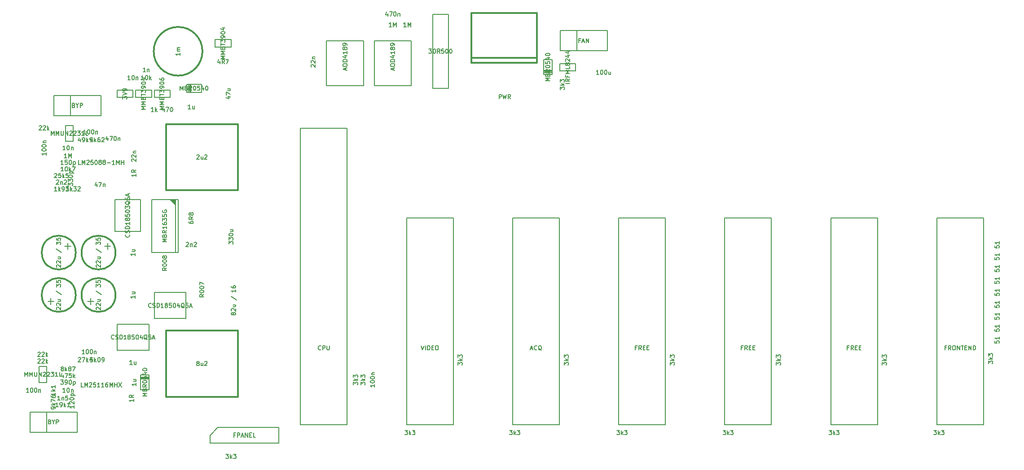
<source format=gbr>
G04 #@! TF.FileFunction,*
%FSLAX46Y46*%
G04 Gerber Fmt 4.6, Leading zero omitted, Abs format (unit mm)*
G04 Created by KiCad (PCBNEW (2015-02-06 BZR 5407)-product) date Mon 09 Feb 2015 05:21:53 PM EST*
%MOMM*%
G01*
G04 APERTURE LIST*
%ADD10C,0.100000*%
%ADD11C,0.150000*%
%ADD12C,0.350000*%
%ADD13C,0.300000*%
G04 APERTURE END LIST*
D10*
D11*
X171400000Y-137500000D02*
X171400000Y-98500000D01*
X162600000Y-98500000D02*
X162600000Y-137500000D01*
X171400000Y-98500000D02*
X162600000Y-98500000D01*
X171400000Y-137500000D02*
X162600000Y-137500000D01*
X151400000Y-137500000D02*
X151400000Y-98500000D01*
X142600000Y-98500000D02*
X142600000Y-137500000D01*
X151400000Y-98500000D02*
X142600000Y-98500000D01*
X151400000Y-137500000D02*
X142600000Y-137500000D01*
X110500000Y-74000000D02*
X107500000Y-74000000D01*
X107500000Y-74000000D02*
X107500000Y-60000000D01*
X107500000Y-60000000D02*
X110500000Y-60000000D01*
X110500000Y-60000000D02*
X110500000Y-74000000D01*
D12*
X70750000Y-119750000D02*
X70750000Y-132250000D01*
X57250000Y-119750000D02*
X70750000Y-119750000D01*
X57250000Y-132250000D02*
X57250000Y-119750000D01*
X70750000Y-132250000D02*
X57250000Y-132250000D01*
D13*
X127200000Y-68200000D02*
X114800000Y-68200000D01*
X127200000Y-59800000D02*
X127200000Y-69200000D01*
X114800000Y-59800000D02*
X127200000Y-59800000D01*
X114800000Y-69200000D02*
X114800000Y-59800000D01*
X127200000Y-69200000D02*
X114800000Y-69200000D01*
D11*
X131400000Y-137500000D02*
X131400000Y-98500000D01*
X122600000Y-98500000D02*
X122600000Y-137500000D01*
X131400000Y-98500000D02*
X122600000Y-98500000D01*
X131400000Y-137500000D02*
X122600000Y-137500000D01*
X91400000Y-137500000D02*
X82600000Y-137500000D01*
X82600000Y-137500000D02*
X82600000Y-81500000D01*
X82600000Y-81500000D02*
X91400000Y-81500000D01*
X91400000Y-81500000D02*
X91400000Y-137500000D01*
X191400000Y-137500000D02*
X191400000Y-98500000D01*
X182600000Y-98500000D02*
X182600000Y-137500000D01*
X191400000Y-98500000D02*
X182600000Y-98500000D01*
X191400000Y-137500000D02*
X182600000Y-137500000D01*
X52450000Y-128900000D02*
X54050000Y-128900000D01*
X54050000Y-128700000D02*
X52450000Y-128700000D01*
X54050000Y-128500000D02*
X52450000Y-128500000D01*
X54050000Y-128100000D02*
X54050000Y-130900000D01*
X54050000Y-130900000D02*
X52450000Y-130900000D01*
X52450000Y-130900000D02*
X52450000Y-128100000D01*
X52450000Y-128100000D02*
X54050000Y-128100000D01*
X211400000Y-137500000D02*
X211400000Y-98500000D01*
X202600000Y-98500000D02*
X202600000Y-137500000D01*
X211400000Y-98500000D02*
X202600000Y-98500000D01*
X211400000Y-137500000D02*
X202600000Y-137500000D01*
X111400000Y-137500000D02*
X111400000Y-98500000D01*
X102600000Y-98500000D02*
X102600000Y-137500000D01*
X111400000Y-98500000D02*
X102600000Y-98500000D01*
X111400000Y-137500000D02*
X102600000Y-137500000D01*
X61900000Y-74800000D02*
X61900000Y-73200000D01*
X61700000Y-73200000D02*
X61700000Y-74800000D01*
X61500000Y-73200000D02*
X61500000Y-74800000D01*
X61100000Y-73200000D02*
X63900000Y-73200000D01*
X63900000Y-73200000D02*
X63900000Y-74800000D01*
X63900000Y-74800000D02*
X61100000Y-74800000D01*
X61100000Y-74800000D02*
X61100000Y-73200000D01*
X51000000Y-74300000D02*
X51000000Y-75700000D01*
X51000000Y-75700000D02*
X48000000Y-75700000D01*
X48000000Y-75700000D02*
X48000000Y-74300000D01*
X48000000Y-74300000D02*
X51000000Y-74300000D01*
X103500000Y-65000000D02*
X103500000Y-73500000D01*
X103500000Y-73500000D02*
X96500000Y-73500000D01*
X96500000Y-73500000D02*
X96500000Y-65000000D01*
X96500000Y-65000000D02*
X103500000Y-65000000D01*
X94500000Y-65000000D02*
X94500000Y-73500000D01*
X94500000Y-73500000D02*
X87500000Y-73500000D01*
X87500000Y-73500000D02*
X87500000Y-65000000D01*
X87500000Y-65000000D02*
X94500000Y-65000000D01*
X33300000Y-126500000D02*
X34700000Y-126500000D01*
X34700000Y-126500000D02*
X34700000Y-129500000D01*
X34700000Y-129500000D02*
X33300000Y-129500000D01*
X33300000Y-129500000D02*
X33300000Y-126500000D01*
X38300000Y-81000000D02*
X39700000Y-81000000D01*
X39700000Y-81000000D02*
X39700000Y-84000000D01*
X39700000Y-84000000D02*
X38300000Y-84000000D01*
X38300000Y-84000000D02*
X38300000Y-81000000D01*
X54500000Y-74300000D02*
X54500000Y-75700000D01*
X54500000Y-75700000D02*
X51500000Y-75700000D01*
X51500000Y-75700000D02*
X51500000Y-74300000D01*
X51500000Y-74300000D02*
X54500000Y-74300000D01*
X55000000Y-75700000D02*
X55000000Y-74300000D01*
X55000000Y-74300000D02*
X58000000Y-74300000D01*
X58000000Y-74300000D02*
X58000000Y-75700000D01*
X58000000Y-75700000D02*
X55000000Y-75700000D01*
X66500000Y-66200000D02*
X66500000Y-64800000D01*
X66500000Y-64800000D02*
X69500000Y-64800000D01*
X69500000Y-64800000D02*
X69500000Y-66200000D01*
X69500000Y-66200000D02*
X66500000Y-66200000D01*
D12*
X70750000Y-80750000D02*
X70750000Y-93250000D01*
X57250000Y-80750000D02*
X70750000Y-80750000D01*
X57250000Y-93250000D02*
X57250000Y-80750000D01*
X70750000Y-93250000D02*
X57250000Y-93250000D01*
D11*
X78500000Y-141000000D02*
X78500000Y-138000000D01*
X78500000Y-138000000D02*
X67000000Y-138000000D01*
X67000000Y-138000000D02*
X65500000Y-139500000D01*
X65500000Y-139500000D02*
X65500000Y-141000000D01*
X65500000Y-141000000D02*
X78500000Y-141000000D01*
X58750000Y-95000000D02*
X59000000Y-95250000D01*
X59000000Y-95500000D02*
X58500000Y-95000000D01*
X58250000Y-95000000D02*
X59000000Y-95750000D01*
X59000000Y-96000000D02*
X58000000Y-95000000D01*
X59000000Y-95000000D02*
X59000000Y-105000000D01*
X54500000Y-105000000D02*
X59500000Y-105000000D01*
X59500000Y-105000000D02*
X59500000Y-95000000D01*
X59500000Y-95000000D02*
X54500000Y-95000000D01*
X54500000Y-95000000D02*
X54500000Y-105000000D01*
X31555000Y-135095000D02*
X40445000Y-135095000D01*
X40445000Y-135095000D02*
X40445000Y-138905000D01*
X40445000Y-138905000D02*
X31555000Y-138905000D01*
X31555000Y-138905000D02*
X31555000Y-135095000D01*
X34730000Y-135095000D02*
X34730000Y-138905000D01*
X36055000Y-75345000D02*
X44945000Y-75345000D01*
X44945000Y-75345000D02*
X44945000Y-79155000D01*
X44945000Y-79155000D02*
X36055000Y-79155000D01*
X36055000Y-79155000D02*
X36055000Y-75345000D01*
X39230000Y-75345000D02*
X39230000Y-79155000D01*
X130050000Y-70600000D02*
X128450000Y-70600000D01*
X128450000Y-70800000D02*
X130050000Y-70800000D01*
X128450000Y-71000000D02*
X130050000Y-71000000D01*
X128450000Y-71400000D02*
X128450000Y-68600000D01*
X128450000Y-68600000D02*
X130050000Y-68600000D01*
X130050000Y-68600000D02*
X130050000Y-71400000D01*
X130050000Y-71400000D02*
X128450000Y-71400000D01*
X131555000Y-63095000D02*
X140445000Y-63095000D01*
X140445000Y-63095000D02*
X140445000Y-66905000D01*
X140445000Y-66905000D02*
X131555000Y-66905000D01*
X131555000Y-66905000D02*
X131555000Y-63095000D01*
X134730000Y-63095000D02*
X134730000Y-66905000D01*
X131500000Y-70700000D02*
X131500000Y-69300000D01*
X131500000Y-69300000D02*
X134500000Y-69300000D01*
X134500000Y-69300000D02*
X134500000Y-70700000D01*
X134500000Y-70700000D02*
X131500000Y-70700000D01*
D12*
X40200000Y-113000000D02*
G75*
G03X40200000Y-113000000I-3200000J0D01*
G01*
X40200000Y-105000000D02*
G75*
G03X40200000Y-105000000I-3200000J0D01*
G01*
X47700000Y-105000000D02*
G75*
G03X47700000Y-105000000I-3200000J0D01*
G01*
X47700000Y-113000000D02*
G75*
G03X47700000Y-113000000I-3200000J0D01*
G01*
D11*
X55000000Y-112550000D02*
X61000000Y-112550000D01*
X61000000Y-112550000D02*
X61000000Y-117450000D01*
X61000000Y-117450000D02*
X55000000Y-117450000D01*
X55000000Y-117450000D02*
X55000000Y-112550000D01*
X48000000Y-118550000D02*
X54000000Y-118550000D01*
X54000000Y-118550000D02*
X54000000Y-123450000D01*
X54000000Y-123450000D02*
X48000000Y-123450000D01*
X48000000Y-123450000D02*
X48000000Y-118550000D01*
X47550000Y-101000000D02*
X47550000Y-95000000D01*
X47550000Y-95000000D02*
X52450000Y-95000000D01*
X52450000Y-95000000D02*
X52450000Y-101000000D01*
X52450000Y-101000000D02*
X47550000Y-101000000D01*
D12*
X64100000Y-67000000D02*
G75*
G03X64100000Y-67000000I-4600000J0D01*
G01*
D11*
X165990476Y-122942857D02*
X165723809Y-122942857D01*
X165723809Y-123361905D02*
X165723809Y-122561905D01*
X166104762Y-122561905D01*
X166866666Y-123361905D02*
X166599999Y-122980952D01*
X166409523Y-123361905D02*
X166409523Y-122561905D01*
X166714285Y-122561905D01*
X166790476Y-122600000D01*
X166828571Y-122638095D01*
X166866666Y-122714286D01*
X166866666Y-122828571D01*
X166828571Y-122904762D01*
X166790476Y-122942857D01*
X166714285Y-122980952D01*
X166409523Y-122980952D01*
X167209523Y-122942857D02*
X167476190Y-122942857D01*
X167590476Y-123361905D02*
X167209523Y-123361905D01*
X167209523Y-122561905D01*
X167590476Y-122561905D01*
X167933333Y-122942857D02*
X168200000Y-122942857D01*
X168314286Y-123361905D02*
X167933333Y-123361905D01*
X167933333Y-122561905D01*
X168314286Y-122561905D01*
X145990476Y-122942857D02*
X145723809Y-122942857D01*
X145723809Y-123361905D02*
X145723809Y-122561905D01*
X146104762Y-122561905D01*
X146866666Y-123361905D02*
X146599999Y-122980952D01*
X146409523Y-123361905D02*
X146409523Y-122561905D01*
X146714285Y-122561905D01*
X146790476Y-122600000D01*
X146828571Y-122638095D01*
X146866666Y-122714286D01*
X146866666Y-122828571D01*
X146828571Y-122904762D01*
X146790476Y-122942857D01*
X146714285Y-122980952D01*
X146409523Y-122980952D01*
X147209523Y-122942857D02*
X147476190Y-122942857D01*
X147590476Y-123361905D02*
X147209523Y-123361905D01*
X147209523Y-122561905D01*
X147590476Y-122561905D01*
X147933333Y-122942857D02*
X148200000Y-122942857D01*
X148314286Y-123361905D02*
X147933333Y-123361905D01*
X147933333Y-122561905D01*
X148314286Y-122561905D01*
X106809524Y-66561905D02*
X107304762Y-66561905D01*
X107038095Y-66866667D01*
X107152381Y-66866667D01*
X107228571Y-66904762D01*
X107266667Y-66942857D01*
X107304762Y-67019048D01*
X107304762Y-67209524D01*
X107266667Y-67285714D01*
X107228571Y-67323810D01*
X107152381Y-67361905D01*
X106923809Y-67361905D01*
X106847619Y-67323810D01*
X106809524Y-67285714D01*
X107800000Y-66561905D02*
X107876191Y-66561905D01*
X107952381Y-66600000D01*
X107990476Y-66638095D01*
X108028572Y-66714286D01*
X108066667Y-66866667D01*
X108066667Y-67057143D01*
X108028572Y-67209524D01*
X107990476Y-67285714D01*
X107952381Y-67323810D01*
X107876191Y-67361905D01*
X107800000Y-67361905D01*
X107723810Y-67323810D01*
X107685714Y-67285714D01*
X107647619Y-67209524D01*
X107609524Y-67057143D01*
X107609524Y-66866667D01*
X107647619Y-66714286D01*
X107685714Y-66638095D01*
X107723810Y-66600000D01*
X107800000Y-66561905D01*
X108866667Y-67361905D02*
X108600000Y-66980952D01*
X108409524Y-67361905D02*
X108409524Y-66561905D01*
X108714286Y-66561905D01*
X108790477Y-66600000D01*
X108828572Y-66638095D01*
X108866667Y-66714286D01*
X108866667Y-66828571D01*
X108828572Y-66904762D01*
X108790477Y-66942857D01*
X108714286Y-66980952D01*
X108409524Y-66980952D01*
X109590477Y-66561905D02*
X109209524Y-66561905D01*
X109171429Y-66942857D01*
X109209524Y-66904762D01*
X109285715Y-66866667D01*
X109476191Y-66866667D01*
X109552381Y-66904762D01*
X109590477Y-66942857D01*
X109628572Y-67019048D01*
X109628572Y-67209524D01*
X109590477Y-67285714D01*
X109552381Y-67323810D01*
X109476191Y-67361905D01*
X109285715Y-67361905D01*
X109209524Y-67323810D01*
X109171429Y-67285714D01*
X110123810Y-66561905D02*
X110200001Y-66561905D01*
X110276191Y-66600000D01*
X110314286Y-66638095D01*
X110352382Y-66714286D01*
X110390477Y-66866667D01*
X110390477Y-67057143D01*
X110352382Y-67209524D01*
X110314286Y-67285714D01*
X110276191Y-67323810D01*
X110200001Y-67361905D01*
X110123810Y-67361905D01*
X110047620Y-67323810D01*
X110009524Y-67285714D01*
X109971429Y-67209524D01*
X109933334Y-67057143D01*
X109933334Y-66866667D01*
X109971429Y-66714286D01*
X110009524Y-66638095D01*
X110047620Y-66600000D01*
X110123810Y-66561905D01*
X110885715Y-66561905D02*
X110961906Y-66561905D01*
X111038096Y-66600000D01*
X111076191Y-66638095D01*
X111114287Y-66714286D01*
X111152382Y-66866667D01*
X111152382Y-67057143D01*
X111114287Y-67209524D01*
X111076191Y-67285714D01*
X111038096Y-67323810D01*
X110961906Y-67361905D01*
X110885715Y-67361905D01*
X110809525Y-67323810D01*
X110771429Y-67285714D01*
X110733334Y-67209524D01*
X110695239Y-67057143D01*
X110695239Y-66866667D01*
X110733334Y-66714286D01*
X110771429Y-66638095D01*
X110809525Y-66600000D01*
X110885715Y-66561905D01*
X63180952Y-125904762D02*
X63104761Y-125866667D01*
X63066666Y-125828571D01*
X63028571Y-125752381D01*
X63028571Y-125714286D01*
X63066666Y-125638095D01*
X63104761Y-125600000D01*
X63180952Y-125561905D01*
X63333333Y-125561905D01*
X63409523Y-125600000D01*
X63447619Y-125638095D01*
X63485714Y-125714286D01*
X63485714Y-125752381D01*
X63447619Y-125828571D01*
X63409523Y-125866667D01*
X63333333Y-125904762D01*
X63180952Y-125904762D01*
X63104761Y-125942857D01*
X63066666Y-125980952D01*
X63028571Y-126057143D01*
X63028571Y-126209524D01*
X63066666Y-126285714D01*
X63104761Y-126323810D01*
X63180952Y-126361905D01*
X63333333Y-126361905D01*
X63409523Y-126323810D01*
X63447619Y-126285714D01*
X63485714Y-126209524D01*
X63485714Y-126057143D01*
X63447619Y-125980952D01*
X63409523Y-125942857D01*
X63333333Y-125904762D01*
X64171428Y-125828571D02*
X64171428Y-126361905D01*
X63828571Y-125828571D02*
X63828571Y-126247619D01*
X63866666Y-126323810D01*
X63942857Y-126361905D01*
X64057143Y-126361905D01*
X64133333Y-126323810D01*
X64171428Y-126285714D01*
X64514286Y-125638095D02*
X64552381Y-125600000D01*
X64628572Y-125561905D01*
X64819048Y-125561905D01*
X64895238Y-125600000D01*
X64933334Y-125638095D01*
X64971429Y-125714286D01*
X64971429Y-125790476D01*
X64933334Y-125904762D01*
X64476191Y-126361905D01*
X64971429Y-126361905D01*
X120033333Y-75961905D02*
X120033333Y-75161905D01*
X120338095Y-75161905D01*
X120414286Y-75200000D01*
X120452381Y-75238095D01*
X120490476Y-75314286D01*
X120490476Y-75428571D01*
X120452381Y-75504762D01*
X120414286Y-75542857D01*
X120338095Y-75580952D01*
X120033333Y-75580952D01*
X120757143Y-75161905D02*
X120947619Y-75961905D01*
X121100000Y-75390476D01*
X121252381Y-75961905D01*
X121442857Y-75161905D01*
X122204762Y-75961905D02*
X121938095Y-75580952D01*
X121747619Y-75961905D02*
X121747619Y-75161905D01*
X122052381Y-75161905D01*
X122128572Y-75200000D01*
X122166667Y-75238095D01*
X122204762Y-75314286D01*
X122204762Y-75428571D01*
X122166667Y-75504762D01*
X122128572Y-75542857D01*
X122052381Y-75580952D01*
X121747619Y-75580952D01*
X125990477Y-123133333D02*
X126371429Y-123133333D01*
X125914286Y-123361905D02*
X126180953Y-122561905D01*
X126447620Y-123361905D01*
X127171429Y-123285714D02*
X127133334Y-123323810D01*
X127019048Y-123361905D01*
X126942858Y-123361905D01*
X126828572Y-123323810D01*
X126752381Y-123247619D01*
X126714286Y-123171429D01*
X126676191Y-123019048D01*
X126676191Y-122904762D01*
X126714286Y-122752381D01*
X126752381Y-122676190D01*
X126828572Y-122600000D01*
X126942858Y-122561905D01*
X127019048Y-122561905D01*
X127133334Y-122600000D01*
X127171429Y-122638095D01*
X128047620Y-123438095D02*
X127971429Y-123400000D01*
X127895239Y-123323810D01*
X127780953Y-123209524D01*
X127704762Y-123171429D01*
X127628572Y-123171429D01*
X127666667Y-123361905D02*
X127590477Y-123323810D01*
X127514286Y-123247619D01*
X127476191Y-123095238D01*
X127476191Y-122828571D01*
X127514286Y-122676190D01*
X127590477Y-122600000D01*
X127666667Y-122561905D01*
X127819048Y-122561905D01*
X127895239Y-122600000D01*
X127971429Y-122676190D01*
X128009524Y-122828571D01*
X128009524Y-123095238D01*
X127971429Y-123247619D01*
X127895239Y-123323810D01*
X127819048Y-123361905D01*
X127666667Y-123361905D01*
X86428572Y-123285714D02*
X86390477Y-123323810D01*
X86276191Y-123361905D01*
X86200001Y-123361905D01*
X86085715Y-123323810D01*
X86009524Y-123247619D01*
X85971429Y-123171429D01*
X85933334Y-123019048D01*
X85933334Y-122904762D01*
X85971429Y-122752381D01*
X86009524Y-122676190D01*
X86085715Y-122600000D01*
X86200001Y-122561905D01*
X86276191Y-122561905D01*
X86390477Y-122600000D01*
X86428572Y-122638095D01*
X86771429Y-123361905D02*
X86771429Y-122561905D01*
X87076191Y-122561905D01*
X87152382Y-122600000D01*
X87190477Y-122638095D01*
X87228572Y-122714286D01*
X87228572Y-122828571D01*
X87190477Y-122904762D01*
X87152382Y-122942857D01*
X87076191Y-122980952D01*
X86771429Y-122980952D01*
X87571429Y-122561905D02*
X87571429Y-123209524D01*
X87609524Y-123285714D01*
X87647620Y-123323810D01*
X87723810Y-123361905D01*
X87876191Y-123361905D01*
X87952382Y-123323810D01*
X87990477Y-123285714D01*
X88028572Y-123209524D01*
X88028572Y-122561905D01*
X185990476Y-122942857D02*
X185723809Y-122942857D01*
X185723809Y-123361905D02*
X185723809Y-122561905D01*
X186104762Y-122561905D01*
X186866666Y-123361905D02*
X186599999Y-122980952D01*
X186409523Y-123361905D02*
X186409523Y-122561905D01*
X186714285Y-122561905D01*
X186790476Y-122600000D01*
X186828571Y-122638095D01*
X186866666Y-122714286D01*
X186866666Y-122828571D01*
X186828571Y-122904762D01*
X186790476Y-122942857D01*
X186714285Y-122980952D01*
X186409523Y-122980952D01*
X187209523Y-122942857D02*
X187476190Y-122942857D01*
X187590476Y-123361905D02*
X187209523Y-123361905D01*
X187209523Y-122561905D01*
X187590476Y-122561905D01*
X187933333Y-122942857D02*
X188200000Y-122942857D01*
X188314286Y-123361905D02*
X187933333Y-123361905D01*
X187933333Y-122561905D01*
X188314286Y-122561905D01*
X53611905Y-132090477D02*
X52811905Y-132090477D01*
X53383333Y-131823810D01*
X52811905Y-131557143D01*
X53611905Y-131557143D01*
X53192857Y-130909524D02*
X53230952Y-130795238D01*
X53269048Y-130757143D01*
X53345238Y-130719048D01*
X53459524Y-130719048D01*
X53535714Y-130757143D01*
X53573810Y-130795238D01*
X53611905Y-130871429D01*
X53611905Y-131176191D01*
X52811905Y-131176191D01*
X52811905Y-130909524D01*
X52850000Y-130833334D01*
X52888095Y-130795238D01*
X52964286Y-130757143D01*
X53040476Y-130757143D01*
X53116667Y-130795238D01*
X53154762Y-130833334D01*
X53192857Y-130909524D01*
X53192857Y-131176191D01*
X53611905Y-129919048D02*
X53230952Y-130185715D01*
X53611905Y-130376191D02*
X52811905Y-130376191D01*
X52811905Y-130071429D01*
X52850000Y-129995238D01*
X52888095Y-129957143D01*
X52964286Y-129919048D01*
X53078571Y-129919048D01*
X53154762Y-129957143D01*
X53192857Y-129995238D01*
X53230952Y-130071429D01*
X53230952Y-130376191D01*
X52811905Y-129423810D02*
X52811905Y-129347619D01*
X52850000Y-129271429D01*
X52888095Y-129233334D01*
X52964286Y-129195238D01*
X53116667Y-129157143D01*
X53307143Y-129157143D01*
X53459524Y-129195238D01*
X53535714Y-129233334D01*
X53573810Y-129271429D01*
X53611905Y-129347619D01*
X53611905Y-129423810D01*
X53573810Y-129500000D01*
X53535714Y-129538096D01*
X53459524Y-129576191D01*
X53307143Y-129614286D01*
X53116667Y-129614286D01*
X52964286Y-129576191D01*
X52888095Y-129538096D01*
X52850000Y-129500000D01*
X52811905Y-129423810D01*
X52811905Y-128433333D02*
X52811905Y-128814286D01*
X53192857Y-128852381D01*
X53154762Y-128814286D01*
X53116667Y-128738095D01*
X53116667Y-128547619D01*
X53154762Y-128471429D01*
X53192857Y-128433333D01*
X53269048Y-128395238D01*
X53459524Y-128395238D01*
X53535714Y-128433333D01*
X53573810Y-128471429D01*
X53611905Y-128547619D01*
X53611905Y-128738095D01*
X53573810Y-128814286D01*
X53535714Y-128852381D01*
X53078571Y-127709524D02*
X53611905Y-127709524D01*
X52773810Y-127900000D02*
X53345238Y-128090476D01*
X53345238Y-127595238D01*
X52811905Y-127138095D02*
X52811905Y-127061904D01*
X52850000Y-126985714D01*
X52888095Y-126947619D01*
X52964286Y-126909523D01*
X53116667Y-126871428D01*
X53307143Y-126871428D01*
X53459524Y-126909523D01*
X53535714Y-126947619D01*
X53573810Y-126985714D01*
X53611905Y-127061904D01*
X53611905Y-127138095D01*
X53573810Y-127214285D01*
X53535714Y-127252381D01*
X53459524Y-127290476D01*
X53307143Y-127328571D01*
X53116667Y-127328571D01*
X52964286Y-127290476D01*
X52888095Y-127252381D01*
X52850000Y-127214285D01*
X52811905Y-127138095D01*
X204390477Y-122942857D02*
X204123810Y-122942857D01*
X204123810Y-123361905D02*
X204123810Y-122561905D01*
X204504763Y-122561905D01*
X205266667Y-123361905D02*
X205000000Y-122980952D01*
X204809524Y-123361905D02*
X204809524Y-122561905D01*
X205114286Y-122561905D01*
X205190477Y-122600000D01*
X205228572Y-122638095D01*
X205266667Y-122714286D01*
X205266667Y-122828571D01*
X205228572Y-122904762D01*
X205190477Y-122942857D01*
X205114286Y-122980952D01*
X204809524Y-122980952D01*
X205761905Y-122561905D02*
X205914286Y-122561905D01*
X205990477Y-122600000D01*
X206066667Y-122676190D01*
X206104762Y-122828571D01*
X206104762Y-123095238D01*
X206066667Y-123247619D01*
X205990477Y-123323810D01*
X205914286Y-123361905D01*
X205761905Y-123361905D01*
X205685715Y-123323810D01*
X205609524Y-123247619D01*
X205571429Y-123095238D01*
X205571429Y-122828571D01*
X205609524Y-122676190D01*
X205685715Y-122600000D01*
X205761905Y-122561905D01*
X206447619Y-123361905D02*
X206447619Y-122561905D01*
X206904762Y-123361905D01*
X206904762Y-122561905D01*
X207171428Y-122561905D02*
X207628571Y-122561905D01*
X207400000Y-123361905D02*
X207400000Y-122561905D01*
X207895238Y-122942857D02*
X208161905Y-122942857D01*
X208276191Y-123361905D02*
X207895238Y-123361905D01*
X207895238Y-122561905D01*
X208276191Y-122561905D01*
X208619048Y-123361905D02*
X208619048Y-122561905D01*
X209076191Y-123361905D01*
X209076191Y-122561905D01*
X209457143Y-123361905D02*
X209457143Y-122561905D01*
X209647619Y-122561905D01*
X209761905Y-122600000D01*
X209838096Y-122676190D01*
X209876191Y-122752381D01*
X209914286Y-122904762D01*
X209914286Y-123019048D01*
X209876191Y-123171429D01*
X209838096Y-123247619D01*
X209761905Y-123323810D01*
X209647619Y-123361905D01*
X209457143Y-123361905D01*
X105361905Y-122561905D02*
X105628572Y-123361905D01*
X105895239Y-122561905D01*
X106161905Y-123361905D02*
X106161905Y-122561905D01*
X106542857Y-123361905D02*
X106542857Y-122561905D01*
X106733333Y-122561905D01*
X106847619Y-122600000D01*
X106923810Y-122676190D01*
X106961905Y-122752381D01*
X107000000Y-122904762D01*
X107000000Y-123019048D01*
X106961905Y-123171429D01*
X106923810Y-123247619D01*
X106847619Y-123323810D01*
X106733333Y-123361905D01*
X106542857Y-123361905D01*
X107342857Y-122942857D02*
X107609524Y-122942857D01*
X107723810Y-123361905D02*
X107342857Y-123361905D01*
X107342857Y-122561905D01*
X107723810Y-122561905D01*
X108219048Y-122561905D02*
X108371429Y-122561905D01*
X108447620Y-122600000D01*
X108523810Y-122676190D01*
X108561905Y-122828571D01*
X108561905Y-123095238D01*
X108523810Y-123247619D01*
X108447620Y-123323810D01*
X108371429Y-123361905D01*
X108219048Y-123361905D01*
X108142858Y-123323810D01*
X108066667Y-123247619D01*
X108028572Y-123095238D01*
X108028572Y-122828571D01*
X108066667Y-122676190D01*
X108142858Y-122600000D01*
X108219048Y-122561905D01*
X42104762Y-82611905D02*
X41647619Y-82611905D01*
X41876190Y-82611905D02*
X41876190Y-81811905D01*
X41800000Y-81926190D01*
X41723809Y-82002381D01*
X41647619Y-82040476D01*
X42600000Y-81811905D02*
X42676191Y-81811905D01*
X42752381Y-81850000D01*
X42790476Y-81888095D01*
X42828572Y-81964286D01*
X42866667Y-82116667D01*
X42866667Y-82307143D01*
X42828572Y-82459524D01*
X42790476Y-82535714D01*
X42752381Y-82573810D01*
X42676191Y-82611905D01*
X42600000Y-82611905D01*
X42523810Y-82573810D01*
X42485714Y-82535714D01*
X42447619Y-82459524D01*
X42409524Y-82307143D01*
X42409524Y-82116667D01*
X42447619Y-81964286D01*
X42485714Y-81888095D01*
X42523810Y-81850000D01*
X42600000Y-81811905D01*
X43361905Y-81811905D02*
X43438096Y-81811905D01*
X43514286Y-81850000D01*
X43552381Y-81888095D01*
X43590477Y-81964286D01*
X43628572Y-82116667D01*
X43628572Y-82307143D01*
X43590477Y-82459524D01*
X43552381Y-82535714D01*
X43514286Y-82573810D01*
X43438096Y-82611905D01*
X43361905Y-82611905D01*
X43285715Y-82573810D01*
X43247619Y-82535714D01*
X43209524Y-82459524D01*
X43171429Y-82307143D01*
X43171429Y-82116667D01*
X43209524Y-81964286D01*
X43247619Y-81888095D01*
X43285715Y-81850000D01*
X43361905Y-81811905D01*
X43971429Y-82078571D02*
X43971429Y-82611905D01*
X43971429Y-82154762D02*
X44009524Y-82116667D01*
X44085715Y-82078571D01*
X44200001Y-82078571D01*
X44276191Y-82116667D01*
X44314286Y-82192857D01*
X44314286Y-82611905D01*
X99028571Y-59828571D02*
X99028571Y-60361905D01*
X98838095Y-59523810D02*
X98647619Y-60095238D01*
X99142857Y-60095238D01*
X99371429Y-59561905D02*
X99904762Y-59561905D01*
X99561905Y-60361905D01*
X100361905Y-59561905D02*
X100438096Y-59561905D01*
X100514286Y-59600000D01*
X100552381Y-59638095D01*
X100590477Y-59714286D01*
X100628572Y-59866667D01*
X100628572Y-60057143D01*
X100590477Y-60209524D01*
X100552381Y-60285714D01*
X100514286Y-60323810D01*
X100438096Y-60361905D01*
X100361905Y-60361905D01*
X100285715Y-60323810D01*
X100247619Y-60285714D01*
X100209524Y-60209524D01*
X100171429Y-60057143D01*
X100171429Y-59866667D01*
X100209524Y-59714286D01*
X100247619Y-59638095D01*
X100285715Y-59600000D01*
X100361905Y-59561905D01*
X100971429Y-59828571D02*
X100971429Y-60361905D01*
X100971429Y-59904762D02*
X101009524Y-59866667D01*
X101085715Y-59828571D01*
X101200001Y-59828571D01*
X101276191Y-59866667D01*
X101314286Y-59942857D01*
X101314286Y-60361905D01*
X84638095Y-69971429D02*
X84600000Y-69933334D01*
X84561905Y-69857143D01*
X84561905Y-69666667D01*
X84600000Y-69590477D01*
X84638095Y-69552381D01*
X84714286Y-69514286D01*
X84790476Y-69514286D01*
X84904762Y-69552381D01*
X85361905Y-70009524D01*
X85361905Y-69514286D01*
X84638095Y-69209524D02*
X84600000Y-69171429D01*
X84561905Y-69095238D01*
X84561905Y-68904762D01*
X84600000Y-68828572D01*
X84638095Y-68790476D01*
X84714286Y-68752381D01*
X84790476Y-68752381D01*
X84904762Y-68790476D01*
X85361905Y-69247619D01*
X85361905Y-68752381D01*
X84828571Y-68409524D02*
X85361905Y-68409524D01*
X84904762Y-68409524D02*
X84866667Y-68371429D01*
X84828571Y-68295238D01*
X84828571Y-68180952D01*
X84866667Y-68104762D01*
X84942857Y-68066667D01*
X85361905Y-68066667D01*
X37854762Y-88361905D02*
X37397619Y-88361905D01*
X37626190Y-88361905D02*
X37626190Y-87561905D01*
X37550000Y-87676190D01*
X37473809Y-87752381D01*
X37397619Y-87790476D01*
X38578572Y-87561905D02*
X38197619Y-87561905D01*
X38159524Y-87942857D01*
X38197619Y-87904762D01*
X38273810Y-87866667D01*
X38464286Y-87866667D01*
X38540476Y-87904762D01*
X38578572Y-87942857D01*
X38616667Y-88019048D01*
X38616667Y-88209524D01*
X38578572Y-88285714D01*
X38540476Y-88323810D01*
X38464286Y-88361905D01*
X38273810Y-88361905D01*
X38197619Y-88323810D01*
X38159524Y-88285714D01*
X39111905Y-87561905D02*
X39188096Y-87561905D01*
X39264286Y-87600000D01*
X39302381Y-87638095D01*
X39340477Y-87714286D01*
X39378572Y-87866667D01*
X39378572Y-88057143D01*
X39340477Y-88209524D01*
X39302381Y-88285714D01*
X39264286Y-88323810D01*
X39188096Y-88361905D01*
X39111905Y-88361905D01*
X39035715Y-88323810D01*
X38997619Y-88285714D01*
X38959524Y-88209524D01*
X38921429Y-88057143D01*
X38921429Y-87866667D01*
X38959524Y-87714286D01*
X38997619Y-87638095D01*
X39035715Y-87600000D01*
X39111905Y-87561905D01*
X39721429Y-87828571D02*
X39721429Y-88628571D01*
X39721429Y-87866667D02*
X39797620Y-87828571D01*
X39950001Y-87828571D01*
X40026191Y-87866667D01*
X40064286Y-87904762D01*
X40102382Y-87980952D01*
X40102382Y-88209524D01*
X40064286Y-88285714D01*
X40026191Y-88323810D01*
X39950001Y-88361905D01*
X39797620Y-88361905D01*
X39721429Y-88323810D01*
X37359524Y-129061905D02*
X37854762Y-129061905D01*
X37588095Y-129366667D01*
X37702381Y-129366667D01*
X37778571Y-129404762D01*
X37816667Y-129442857D01*
X37854762Y-129519048D01*
X37854762Y-129709524D01*
X37816667Y-129785714D01*
X37778571Y-129823810D01*
X37702381Y-129861905D01*
X37473809Y-129861905D01*
X37397619Y-129823810D01*
X37359524Y-129785714D01*
X38235714Y-129861905D02*
X38388095Y-129861905D01*
X38464286Y-129823810D01*
X38502381Y-129785714D01*
X38578572Y-129671429D01*
X38616667Y-129519048D01*
X38616667Y-129214286D01*
X38578572Y-129138095D01*
X38540476Y-129100000D01*
X38464286Y-129061905D01*
X38311905Y-129061905D01*
X38235714Y-129100000D01*
X38197619Y-129138095D01*
X38159524Y-129214286D01*
X38159524Y-129404762D01*
X38197619Y-129480952D01*
X38235714Y-129519048D01*
X38311905Y-129557143D01*
X38464286Y-129557143D01*
X38540476Y-129519048D01*
X38578572Y-129480952D01*
X38616667Y-129404762D01*
X39111905Y-129061905D02*
X39188096Y-129061905D01*
X39264286Y-129100000D01*
X39302381Y-129138095D01*
X39340477Y-129214286D01*
X39378572Y-129366667D01*
X39378572Y-129557143D01*
X39340477Y-129709524D01*
X39302381Y-129785714D01*
X39264286Y-129823810D01*
X39188096Y-129861905D01*
X39111905Y-129861905D01*
X39035715Y-129823810D01*
X38997619Y-129785714D01*
X38959524Y-129709524D01*
X38921429Y-129557143D01*
X38921429Y-129366667D01*
X38959524Y-129214286D01*
X38997619Y-129138095D01*
X39035715Y-129100000D01*
X39111905Y-129061905D01*
X39721429Y-129328571D02*
X39721429Y-130128571D01*
X39721429Y-129366667D02*
X39797620Y-129328571D01*
X39950001Y-129328571D01*
X40026191Y-129366667D01*
X40064286Y-129404762D01*
X40102382Y-129480952D01*
X40102382Y-129709524D01*
X40064286Y-129785714D01*
X40026191Y-129823810D01*
X39950001Y-129861905D01*
X39797620Y-129861905D01*
X39721429Y-129823810D01*
X39861905Y-133895238D02*
X39861905Y-134352381D01*
X39861905Y-134123810D02*
X39061905Y-134123810D01*
X39176190Y-134200000D01*
X39252381Y-134276191D01*
X39290476Y-134352381D01*
X39138095Y-133590476D02*
X39100000Y-133552381D01*
X39061905Y-133476190D01*
X39061905Y-133285714D01*
X39100000Y-133209524D01*
X39138095Y-133171428D01*
X39214286Y-133133333D01*
X39290476Y-133133333D01*
X39404762Y-133171428D01*
X39861905Y-133628571D01*
X39861905Y-133133333D01*
X39061905Y-132638095D02*
X39061905Y-132561904D01*
X39100000Y-132485714D01*
X39138095Y-132447619D01*
X39214286Y-132409523D01*
X39366667Y-132371428D01*
X39557143Y-132371428D01*
X39709524Y-132409523D01*
X39785714Y-132447619D01*
X39823810Y-132485714D01*
X39861905Y-132561904D01*
X39861905Y-132638095D01*
X39823810Y-132714285D01*
X39785714Y-132752381D01*
X39709524Y-132790476D01*
X39557143Y-132828571D01*
X39366667Y-132828571D01*
X39214286Y-132790476D01*
X39138095Y-132752381D01*
X39100000Y-132714285D01*
X39061905Y-132638095D01*
X39328571Y-132028571D02*
X40128571Y-132028571D01*
X39366667Y-132028571D02*
X39328571Y-131952380D01*
X39328571Y-131799999D01*
X39366667Y-131723809D01*
X39404762Y-131685714D01*
X39480952Y-131647618D01*
X39709524Y-131647618D01*
X39785714Y-131685714D01*
X39823810Y-131723809D01*
X39861905Y-131799999D01*
X39861905Y-131952380D01*
X39823810Y-132028571D01*
X38811905Y-92390476D02*
X38811905Y-91895238D01*
X39116667Y-92161905D01*
X39116667Y-92047619D01*
X39154762Y-91971429D01*
X39192857Y-91933333D01*
X39269048Y-91895238D01*
X39459524Y-91895238D01*
X39535714Y-91933333D01*
X39573810Y-91971429D01*
X39611905Y-92047619D01*
X39611905Y-92276191D01*
X39573810Y-92352381D01*
X39535714Y-92390476D01*
X38811905Y-91628571D02*
X38811905Y-91133333D01*
X39116667Y-91400000D01*
X39116667Y-91285714D01*
X39154762Y-91209524D01*
X39192857Y-91171428D01*
X39269048Y-91133333D01*
X39459524Y-91133333D01*
X39535714Y-91171428D01*
X39573810Y-91209524D01*
X39611905Y-91285714D01*
X39611905Y-91514286D01*
X39573810Y-91590476D01*
X39535714Y-91628571D01*
X38811905Y-90638095D02*
X38811905Y-90561904D01*
X38850000Y-90485714D01*
X38888095Y-90447619D01*
X38964286Y-90409523D01*
X39116667Y-90371428D01*
X39307143Y-90371428D01*
X39459524Y-90409523D01*
X39535714Y-90447619D01*
X39573810Y-90485714D01*
X39611905Y-90561904D01*
X39611905Y-90638095D01*
X39573810Y-90714285D01*
X39535714Y-90752381D01*
X39459524Y-90790476D01*
X39307143Y-90828571D01*
X39116667Y-90828571D01*
X38964286Y-90790476D01*
X38888095Y-90752381D01*
X38850000Y-90714285D01*
X38811905Y-90638095D01*
X39078571Y-90028571D02*
X39878571Y-90028571D01*
X39116667Y-90028571D02*
X39078571Y-89952380D01*
X39078571Y-89799999D01*
X39116667Y-89723809D01*
X39154762Y-89685714D01*
X39230952Y-89647618D01*
X39459524Y-89647618D01*
X39535714Y-89685714D01*
X39573810Y-89723809D01*
X39611905Y-89799999D01*
X39611905Y-89952380D01*
X39573810Y-90028571D01*
X44209523Y-92028571D02*
X44209523Y-92561905D01*
X44019047Y-91723810D02*
X43828571Y-92295238D01*
X44323809Y-92295238D01*
X44552381Y-91761905D02*
X45085714Y-91761905D01*
X44742857Y-92561905D01*
X45390476Y-92028571D02*
X45390476Y-92561905D01*
X45390476Y-92104762D02*
X45428571Y-92066667D01*
X45504762Y-92028571D01*
X45619048Y-92028571D01*
X45695238Y-92066667D01*
X45733333Y-92142857D01*
X45733333Y-92561905D01*
X38235714Y-85611905D02*
X37778571Y-85611905D01*
X38007142Y-85611905D02*
X38007142Y-84811905D01*
X37930952Y-84926190D01*
X37854761Y-85002381D01*
X37778571Y-85040476D01*
X38730952Y-84811905D02*
X38807143Y-84811905D01*
X38883333Y-84850000D01*
X38921428Y-84888095D01*
X38959524Y-84964286D01*
X38997619Y-85116667D01*
X38997619Y-85307143D01*
X38959524Y-85459524D01*
X38921428Y-85535714D01*
X38883333Y-85573810D01*
X38807143Y-85611905D01*
X38730952Y-85611905D01*
X38654762Y-85573810D01*
X38616666Y-85535714D01*
X38578571Y-85459524D01*
X38540476Y-85307143D01*
X38540476Y-85116667D01*
X38578571Y-84964286D01*
X38616666Y-84888095D01*
X38654762Y-84850000D01*
X38730952Y-84811905D01*
X39340476Y-85078571D02*
X39340476Y-85611905D01*
X39340476Y-85154762D02*
X39378571Y-85116667D01*
X39454762Y-85078571D01*
X39569048Y-85078571D01*
X39645238Y-85116667D01*
X39683333Y-85192857D01*
X39683333Y-85611905D01*
X41854762Y-124111905D02*
X41397619Y-124111905D01*
X41626190Y-124111905D02*
X41626190Y-123311905D01*
X41550000Y-123426190D01*
X41473809Y-123502381D01*
X41397619Y-123540476D01*
X42350000Y-123311905D02*
X42426191Y-123311905D01*
X42502381Y-123350000D01*
X42540476Y-123388095D01*
X42578572Y-123464286D01*
X42616667Y-123616667D01*
X42616667Y-123807143D01*
X42578572Y-123959524D01*
X42540476Y-124035714D01*
X42502381Y-124073810D01*
X42426191Y-124111905D01*
X42350000Y-124111905D01*
X42273810Y-124073810D01*
X42235714Y-124035714D01*
X42197619Y-123959524D01*
X42159524Y-123807143D01*
X42159524Y-123616667D01*
X42197619Y-123464286D01*
X42235714Y-123388095D01*
X42273810Y-123350000D01*
X42350000Y-123311905D01*
X43111905Y-123311905D02*
X43188096Y-123311905D01*
X43264286Y-123350000D01*
X43302381Y-123388095D01*
X43340477Y-123464286D01*
X43378572Y-123616667D01*
X43378572Y-123807143D01*
X43340477Y-123959524D01*
X43302381Y-124035714D01*
X43264286Y-124073810D01*
X43188096Y-124111905D01*
X43111905Y-124111905D01*
X43035715Y-124073810D01*
X42997619Y-124035714D01*
X42959524Y-123959524D01*
X42921429Y-123807143D01*
X42921429Y-123616667D01*
X42959524Y-123464286D01*
X42997619Y-123388095D01*
X43035715Y-123350000D01*
X43111905Y-123311905D01*
X43721429Y-123578571D02*
X43721429Y-124111905D01*
X43721429Y-123654762D02*
X43759524Y-123616667D01*
X43835715Y-123578571D01*
X43950001Y-123578571D01*
X44026191Y-123616667D01*
X44064286Y-123692857D01*
X44064286Y-124111905D01*
X38235714Y-131361905D02*
X37778571Y-131361905D01*
X38007142Y-131361905D02*
X38007142Y-130561905D01*
X37930952Y-130676190D01*
X37854761Y-130752381D01*
X37778571Y-130790476D01*
X38730952Y-130561905D02*
X38807143Y-130561905D01*
X38883333Y-130600000D01*
X38921428Y-130638095D01*
X38959524Y-130714286D01*
X38997619Y-130866667D01*
X38997619Y-131057143D01*
X38959524Y-131209524D01*
X38921428Y-131285714D01*
X38883333Y-131323810D01*
X38807143Y-131361905D01*
X38730952Y-131361905D01*
X38654762Y-131323810D01*
X38616666Y-131285714D01*
X38578571Y-131209524D01*
X38540476Y-131057143D01*
X38540476Y-130866667D01*
X38578571Y-130714286D01*
X38616666Y-130638095D01*
X38654762Y-130600000D01*
X38730952Y-130561905D01*
X39340476Y-130828571D02*
X39340476Y-131361905D01*
X39340476Y-130904762D02*
X39378571Y-130866667D01*
X39454762Y-130828571D01*
X39569048Y-130828571D01*
X39645238Y-130866667D01*
X39683333Y-130942857D01*
X39683333Y-131361905D01*
X37235714Y-132861905D02*
X36778571Y-132861905D01*
X37007142Y-132861905D02*
X37007142Y-132061905D01*
X36930952Y-132176190D01*
X36854761Y-132252381D01*
X36778571Y-132290476D01*
X37578571Y-132328571D02*
X37578571Y-132861905D01*
X37578571Y-132404762D02*
X37616666Y-132366667D01*
X37692857Y-132328571D01*
X37807143Y-132328571D01*
X37883333Y-132366667D01*
X37921428Y-132442857D01*
X37921428Y-132861905D01*
X38683334Y-132061905D02*
X38302381Y-132061905D01*
X38264286Y-132442857D01*
X38302381Y-132404762D01*
X38378572Y-132366667D01*
X38569048Y-132366667D01*
X38645238Y-132404762D01*
X38683334Y-132442857D01*
X38721429Y-132519048D01*
X38721429Y-132709524D01*
X38683334Y-132785714D01*
X38645238Y-132823810D01*
X38569048Y-132861905D01*
X38378572Y-132861905D01*
X38302381Y-132823810D01*
X38264286Y-132785714D01*
X36528571Y-91388095D02*
X36566666Y-91350000D01*
X36642857Y-91311905D01*
X36833333Y-91311905D01*
X36909523Y-91350000D01*
X36947619Y-91388095D01*
X36985714Y-91464286D01*
X36985714Y-91540476D01*
X36947619Y-91654762D01*
X36490476Y-92111905D01*
X36985714Y-92111905D01*
X37328571Y-91578571D02*
X37328571Y-92111905D01*
X37328571Y-91654762D02*
X37366666Y-91616667D01*
X37442857Y-91578571D01*
X37557143Y-91578571D01*
X37633333Y-91616667D01*
X37671428Y-91692857D01*
X37671428Y-92111905D01*
X38014286Y-91388095D02*
X38052381Y-91350000D01*
X38128572Y-91311905D01*
X38319048Y-91311905D01*
X38395238Y-91350000D01*
X38433334Y-91388095D01*
X38471429Y-91464286D01*
X38471429Y-91540476D01*
X38433334Y-91654762D01*
X37976191Y-92111905D01*
X38471429Y-92111905D01*
X50866667Y-126111905D02*
X50409524Y-126111905D01*
X50638095Y-126111905D02*
X50638095Y-125311905D01*
X50561905Y-125426190D01*
X50485714Y-125502381D01*
X50409524Y-125540476D01*
X51552381Y-125578571D02*
X51552381Y-126111905D01*
X51209524Y-125578571D02*
X51209524Y-125997619D01*
X51247619Y-126073810D01*
X51323810Y-126111905D01*
X51438096Y-126111905D01*
X51514286Y-126073810D01*
X51552381Y-126035714D01*
X50838095Y-87771429D02*
X50800000Y-87733334D01*
X50761905Y-87657143D01*
X50761905Y-87466667D01*
X50800000Y-87390477D01*
X50838095Y-87352381D01*
X50914286Y-87314286D01*
X50990476Y-87314286D01*
X51104762Y-87352381D01*
X51561905Y-87809524D01*
X51561905Y-87314286D01*
X50838095Y-87009524D02*
X50800000Y-86971429D01*
X50761905Y-86895238D01*
X50761905Y-86704762D01*
X50800000Y-86628572D01*
X50838095Y-86590476D01*
X50914286Y-86552381D01*
X50990476Y-86552381D01*
X51104762Y-86590476D01*
X51561905Y-87047619D01*
X51561905Y-86552381D01*
X51028571Y-86209524D02*
X51561905Y-86209524D01*
X51104762Y-86209524D02*
X51066667Y-86171429D01*
X51028571Y-86095238D01*
X51028571Y-85980952D01*
X51066667Y-85904762D01*
X51142857Y-85866667D01*
X51561905Y-85866667D01*
X51611905Y-129633333D02*
X51611905Y-130090476D01*
X51611905Y-129861905D02*
X50811905Y-129861905D01*
X50926190Y-129938095D01*
X51002381Y-130014286D01*
X51040476Y-130090476D01*
X51078571Y-128947619D02*
X51611905Y-128947619D01*
X51078571Y-129290476D02*
X51497619Y-129290476D01*
X51573810Y-129252381D01*
X51611905Y-129176190D01*
X51611905Y-129061904D01*
X51573810Y-128985714D01*
X51535714Y-128947619D01*
X46278571Y-83328571D02*
X46278571Y-83861905D01*
X46088095Y-83023810D02*
X45897619Y-83595238D01*
X46392857Y-83595238D01*
X46621429Y-83061905D02*
X47154762Y-83061905D01*
X46811905Y-83861905D01*
X47611905Y-83061905D02*
X47688096Y-83061905D01*
X47764286Y-83100000D01*
X47802381Y-83138095D01*
X47840477Y-83214286D01*
X47878572Y-83366667D01*
X47878572Y-83557143D01*
X47840477Y-83709524D01*
X47802381Y-83785714D01*
X47764286Y-83823810D01*
X47688096Y-83861905D01*
X47611905Y-83861905D01*
X47535715Y-83823810D01*
X47497619Y-83785714D01*
X47459524Y-83709524D01*
X47421429Y-83557143D01*
X47421429Y-83366667D01*
X47459524Y-83214286D01*
X47497619Y-83138095D01*
X47535715Y-83100000D01*
X47611905Y-83061905D01*
X48221429Y-83328571D02*
X48221429Y-83861905D01*
X48221429Y-83404762D02*
X48259524Y-83366667D01*
X48335715Y-83328571D01*
X48450001Y-83328571D01*
X48526191Y-83366667D01*
X48564286Y-83442857D01*
X48564286Y-83861905D01*
X61028571Y-103138095D02*
X61066666Y-103100000D01*
X61142857Y-103061905D01*
X61333333Y-103061905D01*
X61409523Y-103100000D01*
X61447619Y-103138095D01*
X61485714Y-103214286D01*
X61485714Y-103290476D01*
X61447619Y-103404762D01*
X60990476Y-103861905D01*
X61485714Y-103861905D01*
X61828571Y-103328571D02*
X61828571Y-103861905D01*
X61828571Y-103404762D02*
X61866666Y-103366667D01*
X61942857Y-103328571D01*
X62057143Y-103328571D01*
X62133333Y-103366667D01*
X62171428Y-103442857D01*
X62171428Y-103861905D01*
X62514286Y-103138095D02*
X62552381Y-103100000D01*
X62628572Y-103061905D01*
X62819048Y-103061905D01*
X62895238Y-103100000D01*
X62933334Y-103138095D01*
X62971429Y-103214286D01*
X62971429Y-103290476D01*
X62933334Y-103404762D01*
X62476191Y-103861905D01*
X62971429Y-103861905D01*
X69904762Y-116609524D02*
X69866667Y-116685715D01*
X69828571Y-116723810D01*
X69752381Y-116761905D01*
X69714286Y-116761905D01*
X69638095Y-116723810D01*
X69600000Y-116685715D01*
X69561905Y-116609524D01*
X69561905Y-116457143D01*
X69600000Y-116380953D01*
X69638095Y-116342857D01*
X69714286Y-116304762D01*
X69752381Y-116304762D01*
X69828571Y-116342857D01*
X69866667Y-116380953D01*
X69904762Y-116457143D01*
X69904762Y-116609524D01*
X69942857Y-116685715D01*
X69980952Y-116723810D01*
X70057143Y-116761905D01*
X70209524Y-116761905D01*
X70285714Y-116723810D01*
X70323810Y-116685715D01*
X70361905Y-116609524D01*
X70361905Y-116457143D01*
X70323810Y-116380953D01*
X70285714Y-116342857D01*
X70209524Y-116304762D01*
X70057143Y-116304762D01*
X69980952Y-116342857D01*
X69942857Y-116380953D01*
X69904762Y-116457143D01*
X69638095Y-116000000D02*
X69600000Y-115961905D01*
X69561905Y-115885714D01*
X69561905Y-115695238D01*
X69600000Y-115619048D01*
X69638095Y-115580952D01*
X69714286Y-115542857D01*
X69790476Y-115542857D01*
X69904762Y-115580952D01*
X70361905Y-116038095D01*
X70361905Y-115542857D01*
X69828571Y-114857143D02*
X70361905Y-114857143D01*
X69828571Y-115200000D02*
X70247619Y-115200000D01*
X70323810Y-115161905D01*
X70361905Y-115085714D01*
X70361905Y-114971428D01*
X70323810Y-114895238D01*
X70285714Y-114857143D01*
X69523810Y-113295237D02*
X70552381Y-113980952D01*
X70361905Y-111999999D02*
X70361905Y-112457142D01*
X70361905Y-112228571D02*
X69561905Y-112228571D01*
X69676190Y-112304761D01*
X69752381Y-112380952D01*
X69790476Y-112457142D01*
X69561905Y-111314285D02*
X69561905Y-111466666D01*
X69600000Y-111542856D01*
X69638095Y-111580951D01*
X69752381Y-111657142D01*
X69904762Y-111695237D01*
X70209524Y-111695237D01*
X70285714Y-111657142D01*
X70323810Y-111619047D01*
X70361905Y-111542856D01*
X70361905Y-111390475D01*
X70323810Y-111314285D01*
X70285714Y-111276189D01*
X70209524Y-111238094D01*
X70019048Y-111238094D01*
X69942857Y-111276189D01*
X69904762Y-111314285D01*
X69866667Y-111390475D01*
X69866667Y-111542856D01*
X69904762Y-111619047D01*
X69942857Y-111657142D01*
X70019048Y-111695237D01*
X69061905Y-103390476D02*
X69061905Y-102895238D01*
X69366667Y-103161905D01*
X69366667Y-103047619D01*
X69404762Y-102971429D01*
X69442857Y-102933333D01*
X69519048Y-102895238D01*
X69709524Y-102895238D01*
X69785714Y-102933333D01*
X69823810Y-102971429D01*
X69861905Y-103047619D01*
X69861905Y-103276191D01*
X69823810Y-103352381D01*
X69785714Y-103390476D01*
X69061905Y-102628571D02*
X69061905Y-102133333D01*
X69366667Y-102400000D01*
X69366667Y-102285714D01*
X69404762Y-102209524D01*
X69442857Y-102171428D01*
X69519048Y-102133333D01*
X69709524Y-102133333D01*
X69785714Y-102171428D01*
X69823810Y-102209524D01*
X69861905Y-102285714D01*
X69861905Y-102514286D01*
X69823810Y-102590476D01*
X69785714Y-102628571D01*
X69061905Y-101638095D02*
X69061905Y-101561904D01*
X69100000Y-101485714D01*
X69138095Y-101447619D01*
X69214286Y-101409523D01*
X69366667Y-101371428D01*
X69557143Y-101371428D01*
X69709524Y-101409523D01*
X69785714Y-101447619D01*
X69823810Y-101485714D01*
X69861905Y-101561904D01*
X69861905Y-101638095D01*
X69823810Y-101714285D01*
X69785714Y-101752381D01*
X69709524Y-101790476D01*
X69557143Y-101828571D01*
X69366667Y-101828571D01*
X69214286Y-101790476D01*
X69138095Y-101752381D01*
X69100000Y-101714285D01*
X69061905Y-101638095D01*
X69328571Y-100685714D02*
X69861905Y-100685714D01*
X69328571Y-101028571D02*
X69747619Y-101028571D01*
X69823810Y-100990476D01*
X69861905Y-100914285D01*
X69861905Y-100799999D01*
X69823810Y-100723809D01*
X69785714Y-100685714D01*
X50485714Y-72361905D02*
X50028571Y-72361905D01*
X50257142Y-72361905D02*
X50257142Y-71561905D01*
X50180952Y-71676190D01*
X50104761Y-71752381D01*
X50028571Y-71790476D01*
X50980952Y-71561905D02*
X51057143Y-71561905D01*
X51133333Y-71600000D01*
X51171428Y-71638095D01*
X51209524Y-71714286D01*
X51247619Y-71866667D01*
X51247619Y-72057143D01*
X51209524Y-72209524D01*
X51171428Y-72285714D01*
X51133333Y-72323810D01*
X51057143Y-72361905D01*
X50980952Y-72361905D01*
X50904762Y-72323810D01*
X50866666Y-72285714D01*
X50828571Y-72209524D01*
X50790476Y-72057143D01*
X50790476Y-71866667D01*
X50828571Y-71714286D01*
X50866666Y-71638095D01*
X50904762Y-71600000D01*
X50980952Y-71561905D01*
X51590476Y-71828571D02*
X51590476Y-72361905D01*
X51590476Y-71904762D02*
X51628571Y-71866667D01*
X51704762Y-71828571D01*
X51819048Y-71828571D01*
X51895238Y-71866667D01*
X51933333Y-71942857D01*
X51933333Y-72361905D01*
X53366667Y-70861905D02*
X52909524Y-70861905D01*
X53138095Y-70861905D02*
X53138095Y-70061905D01*
X53061905Y-70176190D01*
X52985714Y-70252381D01*
X52909524Y-70290476D01*
X53709524Y-70328571D02*
X53709524Y-70861905D01*
X53709524Y-70404762D02*
X53747619Y-70366667D01*
X53823810Y-70328571D01*
X53938096Y-70328571D01*
X54014286Y-70366667D01*
X54052381Y-70442857D01*
X54052381Y-70861905D01*
X68828571Y-75590477D02*
X69361905Y-75590477D01*
X68523810Y-75780953D02*
X69095238Y-75971429D01*
X69095238Y-75476191D01*
X68561905Y-75247619D02*
X68561905Y-74714286D01*
X69361905Y-75057143D01*
X68828571Y-74066667D02*
X69361905Y-74066667D01*
X68828571Y-74409524D02*
X69247619Y-74409524D01*
X69323810Y-74371429D01*
X69361905Y-74295238D01*
X69361905Y-74180952D01*
X69323810Y-74104762D01*
X69285714Y-74066667D01*
X59909523Y-74361905D02*
X59909523Y-73561905D01*
X60176190Y-74133333D01*
X60442857Y-73561905D01*
X60442857Y-74361905D01*
X61090476Y-73942857D02*
X61204762Y-73980952D01*
X61242857Y-74019048D01*
X61280952Y-74095238D01*
X61280952Y-74209524D01*
X61242857Y-74285714D01*
X61204762Y-74323810D01*
X61128571Y-74361905D01*
X60823809Y-74361905D01*
X60823809Y-73561905D01*
X61090476Y-73561905D01*
X61166666Y-73600000D01*
X61204762Y-73638095D01*
X61242857Y-73714286D01*
X61242857Y-73790476D01*
X61204762Y-73866667D01*
X61166666Y-73904762D01*
X61090476Y-73942857D01*
X60823809Y-73942857D01*
X62080952Y-74361905D02*
X61814285Y-73980952D01*
X61623809Y-74361905D02*
X61623809Y-73561905D01*
X61928571Y-73561905D01*
X62004762Y-73600000D01*
X62042857Y-73638095D01*
X62080952Y-73714286D01*
X62080952Y-73828571D01*
X62042857Y-73904762D01*
X62004762Y-73942857D01*
X61928571Y-73980952D01*
X61623809Y-73980952D01*
X62576190Y-73561905D02*
X62652381Y-73561905D01*
X62728571Y-73600000D01*
X62766666Y-73638095D01*
X62804762Y-73714286D01*
X62842857Y-73866667D01*
X62842857Y-74057143D01*
X62804762Y-74209524D01*
X62766666Y-74285714D01*
X62728571Y-74323810D01*
X62652381Y-74361905D01*
X62576190Y-74361905D01*
X62500000Y-74323810D01*
X62461904Y-74285714D01*
X62423809Y-74209524D01*
X62385714Y-74057143D01*
X62385714Y-73866667D01*
X62423809Y-73714286D01*
X62461904Y-73638095D01*
X62500000Y-73600000D01*
X62576190Y-73561905D01*
X63566667Y-73561905D02*
X63185714Y-73561905D01*
X63147619Y-73942857D01*
X63185714Y-73904762D01*
X63261905Y-73866667D01*
X63452381Y-73866667D01*
X63528571Y-73904762D01*
X63566667Y-73942857D01*
X63604762Y-74019048D01*
X63604762Y-74209524D01*
X63566667Y-74285714D01*
X63528571Y-74323810D01*
X63452381Y-74361905D01*
X63261905Y-74361905D01*
X63185714Y-74323810D01*
X63147619Y-74285714D01*
X64290476Y-73828571D02*
X64290476Y-74361905D01*
X64100000Y-73523810D02*
X63909524Y-74095238D01*
X64404762Y-74095238D01*
X64861905Y-73561905D02*
X64938096Y-73561905D01*
X65014286Y-73600000D01*
X65052381Y-73638095D01*
X65090477Y-73714286D01*
X65128572Y-73866667D01*
X65128572Y-74057143D01*
X65090477Y-74209524D01*
X65052381Y-74285714D01*
X65014286Y-74323810D01*
X64938096Y-74361905D01*
X64861905Y-74361905D01*
X64785715Y-74323810D01*
X64747619Y-74285714D01*
X64709524Y-74209524D01*
X64671429Y-74057143D01*
X64671429Y-73866667D01*
X64709524Y-73714286D01*
X64747619Y-73638095D01*
X64785715Y-73600000D01*
X64861905Y-73561905D01*
X49061905Y-75990476D02*
X49061905Y-75495238D01*
X49366667Y-75761905D01*
X49366667Y-75647619D01*
X49404762Y-75571429D01*
X49442857Y-75533333D01*
X49519048Y-75495238D01*
X49709524Y-75495238D01*
X49785714Y-75533333D01*
X49823810Y-75571429D01*
X49861905Y-75647619D01*
X49861905Y-75876191D01*
X49823810Y-75952381D01*
X49785714Y-75990476D01*
X49061905Y-75266667D02*
X49861905Y-75000000D01*
X49061905Y-74733333D01*
X49861905Y-74428572D02*
X49861905Y-74276191D01*
X49823810Y-74200000D01*
X49785714Y-74161905D01*
X49671429Y-74085714D01*
X49519048Y-74047619D01*
X49214286Y-74047619D01*
X49138095Y-74085714D01*
X49100000Y-74123810D01*
X49061905Y-74200000D01*
X49061905Y-74352381D01*
X49100000Y-74428572D01*
X49138095Y-74466667D01*
X49214286Y-74504762D01*
X49404762Y-74504762D01*
X49480952Y-74466667D01*
X49519048Y-74428572D01*
X49557143Y-74352381D01*
X49557143Y-74200000D01*
X49519048Y-74123810D01*
X49480952Y-74085714D01*
X49404762Y-74047619D01*
X100133333Y-70533333D02*
X100133333Y-70152381D01*
X100361905Y-70609524D02*
X99561905Y-70342857D01*
X100361905Y-70076190D01*
X99561905Y-69657143D02*
X99561905Y-69504762D01*
X99600000Y-69428571D01*
X99676190Y-69352381D01*
X99828571Y-69314286D01*
X100095238Y-69314286D01*
X100247619Y-69352381D01*
X100323810Y-69428571D01*
X100361905Y-69504762D01*
X100361905Y-69657143D01*
X100323810Y-69733333D01*
X100247619Y-69809524D01*
X100095238Y-69847619D01*
X99828571Y-69847619D01*
X99676190Y-69809524D01*
X99600000Y-69733333D01*
X99561905Y-69657143D01*
X100361905Y-68971429D02*
X99561905Y-68971429D01*
X99561905Y-68780953D01*
X99600000Y-68666667D01*
X99676190Y-68590476D01*
X99752381Y-68552381D01*
X99904762Y-68514286D01*
X100019048Y-68514286D01*
X100171429Y-68552381D01*
X100247619Y-68590476D01*
X100323810Y-68666667D01*
X100361905Y-68780953D01*
X100361905Y-68971429D01*
X99828571Y-67828572D02*
X100361905Y-67828572D01*
X99523810Y-68019048D02*
X100095238Y-68209524D01*
X100095238Y-67714286D01*
X100361905Y-66990476D02*
X100361905Y-67447619D01*
X100361905Y-67219048D02*
X99561905Y-67219048D01*
X99676190Y-67295238D01*
X99752381Y-67371429D01*
X99790476Y-67447619D01*
X99904762Y-66533333D02*
X99866667Y-66609524D01*
X99828571Y-66647619D01*
X99752381Y-66685714D01*
X99714286Y-66685714D01*
X99638095Y-66647619D01*
X99600000Y-66609524D01*
X99561905Y-66533333D01*
X99561905Y-66380952D01*
X99600000Y-66304762D01*
X99638095Y-66266666D01*
X99714286Y-66228571D01*
X99752381Y-66228571D01*
X99828571Y-66266666D01*
X99866667Y-66304762D01*
X99904762Y-66380952D01*
X99904762Y-66533333D01*
X99942857Y-66609524D01*
X99980952Y-66647619D01*
X100057143Y-66685714D01*
X100209524Y-66685714D01*
X100285714Y-66647619D01*
X100323810Y-66609524D01*
X100361905Y-66533333D01*
X100361905Y-66380952D01*
X100323810Y-66304762D01*
X100285714Y-66266666D01*
X100209524Y-66228571D01*
X100057143Y-66228571D01*
X99980952Y-66266666D01*
X99942857Y-66304762D01*
X99904762Y-66380952D01*
X100361905Y-65847619D02*
X100361905Y-65695238D01*
X100323810Y-65619047D01*
X100285714Y-65580952D01*
X100171429Y-65504761D01*
X100019048Y-65466666D01*
X99714286Y-65466666D01*
X99638095Y-65504761D01*
X99600000Y-65542857D01*
X99561905Y-65619047D01*
X99561905Y-65771428D01*
X99600000Y-65847619D01*
X99638095Y-65885714D01*
X99714286Y-65923809D01*
X99904762Y-65923809D01*
X99980952Y-65885714D01*
X100019048Y-65847619D01*
X100057143Y-65771428D01*
X100057143Y-65619047D01*
X100019048Y-65542857D01*
X99980952Y-65504761D01*
X99904762Y-65466666D01*
X91133333Y-70533333D02*
X91133333Y-70152381D01*
X91361905Y-70609524D02*
X90561905Y-70342857D01*
X91361905Y-70076190D01*
X90561905Y-69657143D02*
X90561905Y-69504762D01*
X90600000Y-69428571D01*
X90676190Y-69352381D01*
X90828571Y-69314286D01*
X91095238Y-69314286D01*
X91247619Y-69352381D01*
X91323810Y-69428571D01*
X91361905Y-69504762D01*
X91361905Y-69657143D01*
X91323810Y-69733333D01*
X91247619Y-69809524D01*
X91095238Y-69847619D01*
X90828571Y-69847619D01*
X90676190Y-69809524D01*
X90600000Y-69733333D01*
X90561905Y-69657143D01*
X91361905Y-68971429D02*
X90561905Y-68971429D01*
X90561905Y-68780953D01*
X90600000Y-68666667D01*
X90676190Y-68590476D01*
X90752381Y-68552381D01*
X90904762Y-68514286D01*
X91019048Y-68514286D01*
X91171429Y-68552381D01*
X91247619Y-68590476D01*
X91323810Y-68666667D01*
X91361905Y-68780953D01*
X91361905Y-68971429D01*
X90828571Y-67828572D02*
X91361905Y-67828572D01*
X90523810Y-68019048D02*
X91095238Y-68209524D01*
X91095238Y-67714286D01*
X91361905Y-66990476D02*
X91361905Y-67447619D01*
X91361905Y-67219048D02*
X90561905Y-67219048D01*
X90676190Y-67295238D01*
X90752381Y-67371429D01*
X90790476Y-67447619D01*
X90904762Y-66533333D02*
X90866667Y-66609524D01*
X90828571Y-66647619D01*
X90752381Y-66685714D01*
X90714286Y-66685714D01*
X90638095Y-66647619D01*
X90600000Y-66609524D01*
X90561905Y-66533333D01*
X90561905Y-66380952D01*
X90600000Y-66304762D01*
X90638095Y-66266666D01*
X90714286Y-66228571D01*
X90752381Y-66228571D01*
X90828571Y-66266666D01*
X90866667Y-66304762D01*
X90904762Y-66380952D01*
X90904762Y-66533333D01*
X90942857Y-66609524D01*
X90980952Y-66647619D01*
X91057143Y-66685714D01*
X91209524Y-66685714D01*
X91285714Y-66647619D01*
X91323810Y-66609524D01*
X91361905Y-66533333D01*
X91361905Y-66380952D01*
X91323810Y-66304762D01*
X91285714Y-66266666D01*
X91209524Y-66228571D01*
X91057143Y-66228571D01*
X90980952Y-66266666D01*
X90942857Y-66304762D01*
X90904762Y-66380952D01*
X91361905Y-65847619D02*
X91361905Y-65695238D01*
X91323810Y-65619047D01*
X91285714Y-65580952D01*
X91171429Y-65504761D01*
X91019048Y-65466666D01*
X90714286Y-65466666D01*
X90638095Y-65504761D01*
X90600000Y-65542857D01*
X90561905Y-65619047D01*
X90561905Y-65771428D01*
X90600000Y-65847619D01*
X90638095Y-65885714D01*
X90714286Y-65923809D01*
X90904762Y-65923809D01*
X90980952Y-65885714D01*
X91019048Y-65847619D01*
X91057143Y-65771428D01*
X91057143Y-65619047D01*
X91019048Y-65542857D01*
X90980952Y-65504761D01*
X90904762Y-65466666D01*
X30590476Y-128361905D02*
X30590476Y-127561905D01*
X30857143Y-128133333D01*
X31123810Y-127561905D01*
X31123810Y-128361905D01*
X31504762Y-128361905D02*
X31504762Y-127561905D01*
X31771429Y-128133333D01*
X32038096Y-127561905D01*
X32038096Y-128361905D01*
X32419048Y-127561905D02*
X32419048Y-128209524D01*
X32457143Y-128285714D01*
X32495239Y-128323810D01*
X32571429Y-128361905D01*
X32723810Y-128361905D01*
X32800001Y-128323810D01*
X32838096Y-128285714D01*
X32876191Y-128209524D01*
X32876191Y-127561905D01*
X33257143Y-128361905D02*
X33257143Y-127561905D01*
X33714286Y-128361905D01*
X33714286Y-127561905D01*
X34057143Y-127638095D02*
X34095238Y-127600000D01*
X34171429Y-127561905D01*
X34361905Y-127561905D01*
X34438095Y-127600000D01*
X34476191Y-127638095D01*
X34514286Y-127714286D01*
X34514286Y-127790476D01*
X34476191Y-127904762D01*
X34019048Y-128361905D01*
X34514286Y-128361905D01*
X34819048Y-127638095D02*
X34857143Y-127600000D01*
X34933334Y-127561905D01*
X35123810Y-127561905D01*
X35200000Y-127600000D01*
X35238096Y-127638095D01*
X35276191Y-127714286D01*
X35276191Y-127790476D01*
X35238096Y-127904762D01*
X34780953Y-128361905D01*
X35276191Y-128361905D01*
X35542858Y-127561905D02*
X36038096Y-127561905D01*
X35771429Y-127866667D01*
X35885715Y-127866667D01*
X35961905Y-127904762D01*
X36000001Y-127942857D01*
X36038096Y-128019048D01*
X36038096Y-128209524D01*
X36000001Y-128285714D01*
X35961905Y-128323810D01*
X35885715Y-128361905D01*
X35657143Y-128361905D01*
X35580953Y-128323810D01*
X35542858Y-128285714D01*
X36800001Y-128361905D02*
X36342858Y-128361905D01*
X36571429Y-128361905D02*
X36571429Y-127561905D01*
X36495239Y-127676190D01*
X36419048Y-127752381D01*
X36342858Y-127790476D01*
X37523811Y-128361905D02*
X37142858Y-128361905D01*
X37142858Y-127561905D01*
X35590476Y-82861905D02*
X35590476Y-82061905D01*
X35857143Y-82633333D01*
X36123810Y-82061905D01*
X36123810Y-82861905D01*
X36504762Y-82861905D02*
X36504762Y-82061905D01*
X36771429Y-82633333D01*
X37038096Y-82061905D01*
X37038096Y-82861905D01*
X37419048Y-82061905D02*
X37419048Y-82709524D01*
X37457143Y-82785714D01*
X37495239Y-82823810D01*
X37571429Y-82861905D01*
X37723810Y-82861905D01*
X37800001Y-82823810D01*
X37838096Y-82785714D01*
X37876191Y-82709524D01*
X37876191Y-82061905D01*
X38257143Y-82861905D02*
X38257143Y-82061905D01*
X38714286Y-82861905D01*
X38714286Y-82061905D01*
X39057143Y-82138095D02*
X39095238Y-82100000D01*
X39171429Y-82061905D01*
X39361905Y-82061905D01*
X39438095Y-82100000D01*
X39476191Y-82138095D01*
X39514286Y-82214286D01*
X39514286Y-82290476D01*
X39476191Y-82404762D01*
X39019048Y-82861905D01*
X39514286Y-82861905D01*
X39819048Y-82138095D02*
X39857143Y-82100000D01*
X39933334Y-82061905D01*
X40123810Y-82061905D01*
X40200000Y-82100000D01*
X40238096Y-82138095D01*
X40276191Y-82214286D01*
X40276191Y-82290476D01*
X40238096Y-82404762D01*
X39780953Y-82861905D01*
X40276191Y-82861905D01*
X40542858Y-82061905D02*
X41038096Y-82061905D01*
X40771429Y-82366667D01*
X40885715Y-82366667D01*
X40961905Y-82404762D01*
X41000001Y-82442857D01*
X41038096Y-82519048D01*
X41038096Y-82709524D01*
X41000001Y-82785714D01*
X40961905Y-82823810D01*
X40885715Y-82861905D01*
X40657143Y-82861905D01*
X40580953Y-82823810D01*
X40542858Y-82785714D01*
X41800001Y-82861905D02*
X41342858Y-82861905D01*
X41571429Y-82861905D02*
X41571429Y-82061905D01*
X41495239Y-82176190D01*
X41419048Y-82252381D01*
X41342858Y-82290476D01*
X42523811Y-82861905D02*
X42142858Y-82861905D01*
X42142858Y-82061905D01*
X53361905Y-77952382D02*
X52561905Y-77952382D01*
X53133333Y-77685715D01*
X52561905Y-77419048D01*
X53361905Y-77419048D01*
X53361905Y-77038096D02*
X52561905Y-77038096D01*
X53133333Y-76771429D01*
X52561905Y-76504762D01*
X53361905Y-76504762D01*
X52942857Y-75857143D02*
X52980952Y-75742857D01*
X53019048Y-75704762D01*
X53095238Y-75666667D01*
X53209524Y-75666667D01*
X53285714Y-75704762D01*
X53323810Y-75742857D01*
X53361905Y-75819048D01*
X53361905Y-76123810D01*
X52561905Y-76123810D01*
X52561905Y-75857143D01*
X52600000Y-75780953D01*
X52638095Y-75742857D01*
X52714286Y-75704762D01*
X52790476Y-75704762D01*
X52866667Y-75742857D01*
X52904762Y-75780953D01*
X52942857Y-75857143D01*
X52942857Y-76123810D01*
X52561905Y-75438096D02*
X52561905Y-74980953D01*
X53361905Y-75209524D02*
X52561905Y-75209524D01*
X52561905Y-74790476D02*
X52561905Y-74295238D01*
X52866667Y-74561905D01*
X52866667Y-74447619D01*
X52904762Y-74371429D01*
X52942857Y-74333333D01*
X53019048Y-74295238D01*
X53209524Y-74295238D01*
X53285714Y-74333333D01*
X53323810Y-74371429D01*
X53361905Y-74447619D01*
X53361905Y-74676191D01*
X53323810Y-74752381D01*
X53285714Y-74790476D01*
X53361905Y-73914286D02*
X53361905Y-73761905D01*
X53323810Y-73685714D01*
X53285714Y-73647619D01*
X53171429Y-73571428D01*
X53019048Y-73533333D01*
X52714286Y-73533333D01*
X52638095Y-73571428D01*
X52600000Y-73609524D01*
X52561905Y-73685714D01*
X52561905Y-73838095D01*
X52600000Y-73914286D01*
X52638095Y-73952381D01*
X52714286Y-73990476D01*
X52904762Y-73990476D01*
X52980952Y-73952381D01*
X53019048Y-73914286D01*
X53057143Y-73838095D01*
X53057143Y-73685714D01*
X53019048Y-73609524D01*
X52980952Y-73571428D01*
X52904762Y-73533333D01*
X52561905Y-73038095D02*
X52561905Y-72961904D01*
X52600000Y-72885714D01*
X52638095Y-72847619D01*
X52714286Y-72809523D01*
X52866667Y-72771428D01*
X53057143Y-72771428D01*
X53209524Y-72809523D01*
X53285714Y-72847619D01*
X53323810Y-72885714D01*
X53361905Y-72961904D01*
X53361905Y-73038095D01*
X53323810Y-73114285D01*
X53285714Y-73152381D01*
X53209524Y-73190476D01*
X53057143Y-73228571D01*
X52866667Y-73228571D01*
X52714286Y-73190476D01*
X52638095Y-73152381D01*
X52600000Y-73114285D01*
X52561905Y-73038095D01*
X52828571Y-72085714D02*
X53361905Y-72085714D01*
X52523810Y-72276190D02*
X53095238Y-72466666D01*
X53095238Y-71971428D01*
X56861905Y-77952382D02*
X56061905Y-77952382D01*
X56633333Y-77685715D01*
X56061905Y-77419048D01*
X56861905Y-77419048D01*
X56861905Y-77038096D02*
X56061905Y-77038096D01*
X56633333Y-76771429D01*
X56061905Y-76504762D01*
X56861905Y-76504762D01*
X56442857Y-75857143D02*
X56480952Y-75742857D01*
X56519048Y-75704762D01*
X56595238Y-75666667D01*
X56709524Y-75666667D01*
X56785714Y-75704762D01*
X56823810Y-75742857D01*
X56861905Y-75819048D01*
X56861905Y-76123810D01*
X56061905Y-76123810D01*
X56061905Y-75857143D01*
X56100000Y-75780953D01*
X56138095Y-75742857D01*
X56214286Y-75704762D01*
X56290476Y-75704762D01*
X56366667Y-75742857D01*
X56404762Y-75780953D01*
X56442857Y-75857143D01*
X56442857Y-76123810D01*
X56061905Y-75438096D02*
X56061905Y-74980953D01*
X56861905Y-75209524D02*
X56061905Y-75209524D01*
X56061905Y-74790476D02*
X56061905Y-74295238D01*
X56366667Y-74561905D01*
X56366667Y-74447619D01*
X56404762Y-74371429D01*
X56442857Y-74333333D01*
X56519048Y-74295238D01*
X56709524Y-74295238D01*
X56785714Y-74333333D01*
X56823810Y-74371429D01*
X56861905Y-74447619D01*
X56861905Y-74676191D01*
X56823810Y-74752381D01*
X56785714Y-74790476D01*
X56861905Y-73914286D02*
X56861905Y-73761905D01*
X56823810Y-73685714D01*
X56785714Y-73647619D01*
X56671429Y-73571428D01*
X56519048Y-73533333D01*
X56214286Y-73533333D01*
X56138095Y-73571428D01*
X56100000Y-73609524D01*
X56061905Y-73685714D01*
X56061905Y-73838095D01*
X56100000Y-73914286D01*
X56138095Y-73952381D01*
X56214286Y-73990476D01*
X56404762Y-73990476D01*
X56480952Y-73952381D01*
X56519048Y-73914286D01*
X56557143Y-73838095D01*
X56557143Y-73685714D01*
X56519048Y-73609524D01*
X56480952Y-73571428D01*
X56404762Y-73533333D01*
X56061905Y-73038095D02*
X56061905Y-72961904D01*
X56100000Y-72885714D01*
X56138095Y-72847619D01*
X56214286Y-72809523D01*
X56366667Y-72771428D01*
X56557143Y-72771428D01*
X56709524Y-72809523D01*
X56785714Y-72847619D01*
X56823810Y-72885714D01*
X56861905Y-72961904D01*
X56861905Y-73038095D01*
X56823810Y-73114285D01*
X56785714Y-73152381D01*
X56709524Y-73190476D01*
X56557143Y-73228571D01*
X56366667Y-73228571D01*
X56214286Y-73190476D01*
X56138095Y-73152381D01*
X56100000Y-73114285D01*
X56061905Y-73038095D01*
X56061905Y-72085714D02*
X56061905Y-72238095D01*
X56100000Y-72314285D01*
X56138095Y-72352380D01*
X56252381Y-72428571D01*
X56404762Y-72466666D01*
X56709524Y-72466666D01*
X56785714Y-72428571D01*
X56823810Y-72390476D01*
X56861905Y-72314285D01*
X56861905Y-72161904D01*
X56823810Y-72085714D01*
X56785714Y-72047618D01*
X56709524Y-72009523D01*
X56519048Y-72009523D01*
X56442857Y-72047618D01*
X56404762Y-72085714D01*
X56366667Y-72161904D01*
X56366667Y-72314285D01*
X56404762Y-72390476D01*
X56442857Y-72428571D01*
X56519048Y-72466666D01*
X68361905Y-68452382D02*
X67561905Y-68452382D01*
X68133333Y-68185715D01*
X67561905Y-67919048D01*
X68361905Y-67919048D01*
X68361905Y-67538096D02*
X67561905Y-67538096D01*
X68133333Y-67271429D01*
X67561905Y-67004762D01*
X68361905Y-67004762D01*
X67942857Y-66357143D02*
X67980952Y-66242857D01*
X68019048Y-66204762D01*
X68095238Y-66166667D01*
X68209524Y-66166667D01*
X68285714Y-66204762D01*
X68323810Y-66242857D01*
X68361905Y-66319048D01*
X68361905Y-66623810D01*
X67561905Y-66623810D01*
X67561905Y-66357143D01*
X67600000Y-66280953D01*
X67638095Y-66242857D01*
X67714286Y-66204762D01*
X67790476Y-66204762D01*
X67866667Y-66242857D01*
X67904762Y-66280953D01*
X67942857Y-66357143D01*
X67942857Y-66623810D01*
X67561905Y-65938096D02*
X67561905Y-65480953D01*
X68361905Y-65709524D02*
X67561905Y-65709524D01*
X67561905Y-65290476D02*
X67561905Y-64795238D01*
X67866667Y-65061905D01*
X67866667Y-64947619D01*
X67904762Y-64871429D01*
X67942857Y-64833333D01*
X68019048Y-64795238D01*
X68209524Y-64795238D01*
X68285714Y-64833333D01*
X68323810Y-64871429D01*
X68361905Y-64947619D01*
X68361905Y-65176191D01*
X68323810Y-65252381D01*
X68285714Y-65290476D01*
X68361905Y-64414286D02*
X68361905Y-64261905D01*
X68323810Y-64185714D01*
X68285714Y-64147619D01*
X68171429Y-64071428D01*
X68019048Y-64033333D01*
X67714286Y-64033333D01*
X67638095Y-64071428D01*
X67600000Y-64109524D01*
X67561905Y-64185714D01*
X67561905Y-64338095D01*
X67600000Y-64414286D01*
X67638095Y-64452381D01*
X67714286Y-64490476D01*
X67904762Y-64490476D01*
X67980952Y-64452381D01*
X68019048Y-64414286D01*
X68057143Y-64338095D01*
X68057143Y-64185714D01*
X68019048Y-64109524D01*
X67980952Y-64071428D01*
X67904762Y-64033333D01*
X67561905Y-63538095D02*
X67561905Y-63461904D01*
X67600000Y-63385714D01*
X67638095Y-63347619D01*
X67714286Y-63309523D01*
X67866667Y-63271428D01*
X68057143Y-63271428D01*
X68209524Y-63309523D01*
X68285714Y-63347619D01*
X68323810Y-63385714D01*
X68361905Y-63461904D01*
X68361905Y-63538095D01*
X68323810Y-63614285D01*
X68285714Y-63652381D01*
X68209524Y-63690476D01*
X68057143Y-63728571D01*
X67866667Y-63728571D01*
X67714286Y-63690476D01*
X67638095Y-63652381D01*
X67600000Y-63614285D01*
X67561905Y-63538095D01*
X67828571Y-62585714D02*
X68361905Y-62585714D01*
X67523810Y-62776190D02*
X68095238Y-62966666D01*
X68095238Y-62471428D01*
X192311905Y-126221428D02*
X192311905Y-125726190D01*
X192616667Y-125992857D01*
X192616667Y-125878571D01*
X192654762Y-125802381D01*
X192692857Y-125764285D01*
X192769048Y-125726190D01*
X192959524Y-125726190D01*
X193035714Y-125764285D01*
X193073810Y-125802381D01*
X193111905Y-125878571D01*
X193111905Y-126107143D01*
X193073810Y-126183333D01*
X193035714Y-126221428D01*
X193111905Y-125383333D02*
X192311905Y-125383333D01*
X192807143Y-125307142D02*
X193111905Y-125078571D01*
X192578571Y-125078571D02*
X192883333Y-125383333D01*
X192311905Y-124811904D02*
X192311905Y-124316666D01*
X192616667Y-124583333D01*
X192616667Y-124469047D01*
X192654762Y-124392857D01*
X192692857Y-124354761D01*
X192769048Y-124316666D01*
X192959524Y-124316666D01*
X193035714Y-124354761D01*
X193073810Y-124392857D01*
X193111905Y-124469047D01*
X193111905Y-124697619D01*
X193073810Y-124773809D01*
X193035714Y-124811904D01*
X212311905Y-125971428D02*
X212311905Y-125476190D01*
X212616667Y-125742857D01*
X212616667Y-125628571D01*
X212654762Y-125552381D01*
X212692857Y-125514285D01*
X212769048Y-125476190D01*
X212959524Y-125476190D01*
X213035714Y-125514285D01*
X213073810Y-125552381D01*
X213111905Y-125628571D01*
X213111905Y-125857143D01*
X213073810Y-125933333D01*
X213035714Y-125971428D01*
X213111905Y-125133333D02*
X212311905Y-125133333D01*
X212807143Y-125057142D02*
X213111905Y-124828571D01*
X212578571Y-124828571D02*
X212883333Y-125133333D01*
X212311905Y-124561904D02*
X212311905Y-124066666D01*
X212616667Y-124333333D01*
X212616667Y-124219047D01*
X212654762Y-124142857D01*
X212692857Y-124104761D01*
X212769048Y-124066666D01*
X212959524Y-124066666D01*
X213035714Y-124104761D01*
X213073810Y-124142857D01*
X213111905Y-124219047D01*
X213111905Y-124447619D01*
X213073810Y-124523809D01*
X213035714Y-124561904D01*
X202028572Y-138561905D02*
X202523810Y-138561905D01*
X202257143Y-138866667D01*
X202371429Y-138866667D01*
X202447619Y-138904762D01*
X202485715Y-138942857D01*
X202523810Y-139019048D01*
X202523810Y-139209524D01*
X202485715Y-139285714D01*
X202447619Y-139323810D01*
X202371429Y-139361905D01*
X202142857Y-139361905D01*
X202066667Y-139323810D01*
X202028572Y-139285714D01*
X202866667Y-139361905D02*
X202866667Y-138561905D01*
X202942858Y-139057143D02*
X203171429Y-139361905D01*
X203171429Y-138828571D02*
X202866667Y-139133333D01*
X203438096Y-138561905D02*
X203933334Y-138561905D01*
X203666667Y-138866667D01*
X203780953Y-138866667D01*
X203857143Y-138904762D01*
X203895239Y-138942857D01*
X203933334Y-139019048D01*
X203933334Y-139209524D01*
X203895239Y-139285714D01*
X203857143Y-139323810D01*
X203780953Y-139361905D01*
X203552381Y-139361905D01*
X203476191Y-139323810D01*
X203438096Y-139285714D01*
X162278572Y-138561905D02*
X162773810Y-138561905D01*
X162507143Y-138866667D01*
X162621429Y-138866667D01*
X162697619Y-138904762D01*
X162735715Y-138942857D01*
X162773810Y-139019048D01*
X162773810Y-139209524D01*
X162735715Y-139285714D01*
X162697619Y-139323810D01*
X162621429Y-139361905D01*
X162392857Y-139361905D01*
X162316667Y-139323810D01*
X162278572Y-139285714D01*
X163116667Y-139361905D02*
X163116667Y-138561905D01*
X163192858Y-139057143D02*
X163421429Y-139361905D01*
X163421429Y-138828571D02*
X163116667Y-139133333D01*
X163688096Y-138561905D02*
X164183334Y-138561905D01*
X163916667Y-138866667D01*
X164030953Y-138866667D01*
X164107143Y-138904762D01*
X164145239Y-138942857D01*
X164183334Y-139019048D01*
X164183334Y-139209524D01*
X164145239Y-139285714D01*
X164107143Y-139323810D01*
X164030953Y-139361905D01*
X163802381Y-139361905D01*
X163726191Y-139323810D01*
X163688096Y-139285714D01*
X182278572Y-138561905D02*
X182773810Y-138561905D01*
X182507143Y-138866667D01*
X182621429Y-138866667D01*
X182697619Y-138904762D01*
X182735715Y-138942857D01*
X182773810Y-139019048D01*
X182773810Y-139209524D01*
X182735715Y-139285714D01*
X182697619Y-139323810D01*
X182621429Y-139361905D01*
X182392857Y-139361905D01*
X182316667Y-139323810D01*
X182278572Y-139285714D01*
X183116667Y-139361905D02*
X183116667Y-138561905D01*
X183192858Y-139057143D02*
X183421429Y-139361905D01*
X183421429Y-138828571D02*
X183116667Y-139133333D01*
X183688096Y-138561905D02*
X184183334Y-138561905D01*
X183916667Y-138866667D01*
X184030953Y-138866667D01*
X184107143Y-138904762D01*
X184145239Y-138942857D01*
X184183334Y-139019048D01*
X184183334Y-139209524D01*
X184145239Y-139285714D01*
X184107143Y-139323810D01*
X184030953Y-139361905D01*
X183802381Y-139361905D01*
X183726191Y-139323810D01*
X183688096Y-139285714D01*
X142278572Y-138561905D02*
X142773810Y-138561905D01*
X142507143Y-138866667D01*
X142621429Y-138866667D01*
X142697619Y-138904762D01*
X142735715Y-138942857D01*
X142773810Y-139019048D01*
X142773810Y-139209524D01*
X142735715Y-139285714D01*
X142697619Y-139323810D01*
X142621429Y-139361905D01*
X142392857Y-139361905D01*
X142316667Y-139323810D01*
X142278572Y-139285714D01*
X143116667Y-139361905D02*
X143116667Y-138561905D01*
X143192858Y-139057143D02*
X143421429Y-139361905D01*
X143421429Y-138828571D02*
X143116667Y-139133333D01*
X143688096Y-138561905D02*
X144183334Y-138561905D01*
X143916667Y-138866667D01*
X144030953Y-138866667D01*
X144107143Y-138904762D01*
X144145239Y-138942857D01*
X144183334Y-139019048D01*
X144183334Y-139209524D01*
X144145239Y-139285714D01*
X144107143Y-139323810D01*
X144030953Y-139361905D01*
X143802381Y-139361905D01*
X143726191Y-139323810D01*
X143688096Y-139285714D01*
X122028572Y-138561905D02*
X122523810Y-138561905D01*
X122257143Y-138866667D01*
X122371429Y-138866667D01*
X122447619Y-138904762D01*
X122485715Y-138942857D01*
X122523810Y-139019048D01*
X122523810Y-139209524D01*
X122485715Y-139285714D01*
X122447619Y-139323810D01*
X122371429Y-139361905D01*
X122142857Y-139361905D01*
X122066667Y-139323810D01*
X122028572Y-139285714D01*
X122866667Y-139361905D02*
X122866667Y-138561905D01*
X122942858Y-139057143D02*
X123171429Y-139361905D01*
X123171429Y-138828571D02*
X122866667Y-139133333D01*
X123438096Y-138561905D02*
X123933334Y-138561905D01*
X123666667Y-138866667D01*
X123780953Y-138866667D01*
X123857143Y-138904762D01*
X123895239Y-138942857D01*
X123933334Y-139019048D01*
X123933334Y-139209524D01*
X123895239Y-139285714D01*
X123857143Y-139323810D01*
X123780953Y-139361905D01*
X123552381Y-139361905D01*
X123476191Y-139323810D01*
X123438096Y-139285714D01*
X102278572Y-138561905D02*
X102773810Y-138561905D01*
X102507143Y-138866667D01*
X102621429Y-138866667D01*
X102697619Y-138904762D01*
X102735715Y-138942857D01*
X102773810Y-139019048D01*
X102773810Y-139209524D01*
X102735715Y-139285714D01*
X102697619Y-139323810D01*
X102621429Y-139361905D01*
X102392857Y-139361905D01*
X102316667Y-139323810D01*
X102278572Y-139285714D01*
X103116667Y-139361905D02*
X103116667Y-138561905D01*
X103192858Y-139057143D02*
X103421429Y-139361905D01*
X103421429Y-138828571D02*
X103116667Y-139133333D01*
X103688096Y-138561905D02*
X104183334Y-138561905D01*
X103916667Y-138866667D01*
X104030953Y-138866667D01*
X104107143Y-138904762D01*
X104145239Y-138942857D01*
X104183334Y-139019048D01*
X104183334Y-139209524D01*
X104145239Y-139285714D01*
X104107143Y-139323810D01*
X104030953Y-139361905D01*
X103802381Y-139361905D01*
X103726191Y-139323810D01*
X103688096Y-139285714D01*
X99771429Y-62361905D02*
X99314286Y-62361905D01*
X99542857Y-62361905D02*
X99542857Y-61561905D01*
X99466667Y-61676190D01*
X99390476Y-61752381D01*
X99314286Y-61790476D01*
X100114286Y-62361905D02*
X100114286Y-61561905D01*
X100380953Y-62133333D01*
X100647620Y-61561905D01*
X100647620Y-62361905D01*
X33066667Y-123888095D02*
X33104762Y-123850000D01*
X33180953Y-123811905D01*
X33371429Y-123811905D01*
X33447619Y-123850000D01*
X33485715Y-123888095D01*
X33523810Y-123964286D01*
X33523810Y-124040476D01*
X33485715Y-124154762D01*
X33028572Y-124611905D01*
X33523810Y-124611905D01*
X33828572Y-123888095D02*
X33866667Y-123850000D01*
X33942858Y-123811905D01*
X34133334Y-123811905D01*
X34209524Y-123850000D01*
X34247620Y-123888095D01*
X34285715Y-123964286D01*
X34285715Y-124040476D01*
X34247620Y-124154762D01*
X33790477Y-124611905D01*
X34285715Y-124611905D01*
X34628572Y-124611905D02*
X34628572Y-123811905D01*
X34704763Y-124307143D02*
X34933334Y-124611905D01*
X34933334Y-124078571D02*
X34628572Y-124383333D01*
X102521429Y-62361905D02*
X102064286Y-62361905D01*
X102292857Y-62361905D02*
X102292857Y-61561905D01*
X102216667Y-61676190D01*
X102140476Y-61752381D01*
X102064286Y-61790476D01*
X102864286Y-62361905D02*
X102864286Y-61561905D01*
X103130953Y-62133333D01*
X103397620Y-61561905D01*
X103397620Y-62361905D01*
X33066667Y-125138095D02*
X33104762Y-125100000D01*
X33180953Y-125061905D01*
X33371429Y-125061905D01*
X33447619Y-125100000D01*
X33485715Y-125138095D01*
X33523810Y-125214286D01*
X33523810Y-125290476D01*
X33485715Y-125404762D01*
X33028572Y-125861905D01*
X33523810Y-125861905D01*
X33828572Y-125138095D02*
X33866667Y-125100000D01*
X33942858Y-125061905D01*
X34133334Y-125061905D01*
X34209524Y-125100000D01*
X34247620Y-125138095D01*
X34285715Y-125214286D01*
X34285715Y-125290476D01*
X34247620Y-125404762D01*
X33790477Y-125861905D01*
X34285715Y-125861905D01*
X34628572Y-125861905D02*
X34628572Y-125061905D01*
X34704763Y-125557143D02*
X34933334Y-125861905D01*
X34933334Y-125328571D02*
X34628572Y-125633333D01*
X33316667Y-81138095D02*
X33354762Y-81100000D01*
X33430953Y-81061905D01*
X33621429Y-81061905D01*
X33697619Y-81100000D01*
X33735715Y-81138095D01*
X33773810Y-81214286D01*
X33773810Y-81290476D01*
X33735715Y-81404762D01*
X33278572Y-81861905D01*
X33773810Y-81861905D01*
X34078572Y-81138095D02*
X34116667Y-81100000D01*
X34192858Y-81061905D01*
X34383334Y-81061905D01*
X34459524Y-81100000D01*
X34497620Y-81138095D01*
X34535715Y-81214286D01*
X34535715Y-81290476D01*
X34497620Y-81404762D01*
X34040477Y-81861905D01*
X34535715Y-81861905D01*
X34878572Y-81861905D02*
X34878572Y-81061905D01*
X34954763Y-81557143D02*
X35183334Y-81861905D01*
X35183334Y-81328571D02*
X34878572Y-81633333D01*
X38521429Y-87111905D02*
X38064286Y-87111905D01*
X38292857Y-87111905D02*
X38292857Y-86311905D01*
X38216667Y-86426190D01*
X38140476Y-86502381D01*
X38064286Y-86540476D01*
X38864286Y-87111905D02*
X38864286Y-86311905D01*
X39130953Y-86883333D01*
X39397620Y-86311905D01*
X39397620Y-87111905D01*
X37816666Y-128078571D02*
X37816666Y-128611905D01*
X37626190Y-127773810D02*
X37435714Y-128345238D01*
X37930952Y-128345238D01*
X38159524Y-127811905D02*
X38692857Y-127811905D01*
X38350000Y-128611905D01*
X39378572Y-127811905D02*
X38997619Y-127811905D01*
X38959524Y-128192857D01*
X38997619Y-128154762D01*
X39073810Y-128116667D01*
X39264286Y-128116667D01*
X39340476Y-128154762D01*
X39378572Y-128192857D01*
X39416667Y-128269048D01*
X39416667Y-128459524D01*
X39378572Y-128535714D01*
X39340476Y-128573810D01*
X39264286Y-128611905D01*
X39073810Y-128611905D01*
X38997619Y-128573810D01*
X38959524Y-128535714D01*
X39759524Y-128611905D02*
X39759524Y-127811905D01*
X39835715Y-128307143D02*
X40064286Y-128611905D01*
X40064286Y-128078571D02*
X39759524Y-128383333D01*
X36361905Y-134488096D02*
X36361905Y-134335715D01*
X36323810Y-134259524D01*
X36285714Y-134221429D01*
X36171429Y-134145238D01*
X36019048Y-134107143D01*
X35714286Y-134107143D01*
X35638095Y-134145238D01*
X35600000Y-134183334D01*
X35561905Y-134259524D01*
X35561905Y-134411905D01*
X35600000Y-134488096D01*
X35638095Y-134526191D01*
X35714286Y-134564286D01*
X35904762Y-134564286D01*
X35980952Y-134526191D01*
X36019048Y-134488096D01*
X36057143Y-134411905D01*
X36057143Y-134259524D01*
X36019048Y-134183334D01*
X35980952Y-134145238D01*
X35904762Y-134107143D01*
X36361905Y-133764286D02*
X35561905Y-133764286D01*
X36057143Y-133688095D02*
X36361905Y-133459524D01*
X35828571Y-133459524D02*
X36133333Y-133764286D01*
X35561905Y-133192857D02*
X35561905Y-132659524D01*
X36361905Y-133002381D01*
X35561905Y-132011905D02*
X35561905Y-132164286D01*
X35600000Y-132240476D01*
X35638095Y-132278571D01*
X35752381Y-132354762D01*
X35904762Y-132392857D01*
X36209524Y-132392857D01*
X36285714Y-132354762D01*
X36323810Y-132316667D01*
X36361905Y-132240476D01*
X36361905Y-132088095D01*
X36323810Y-132011905D01*
X36285714Y-131973809D01*
X36209524Y-131935714D01*
X36019048Y-131935714D01*
X35942857Y-131973809D01*
X35904762Y-132011905D01*
X35866667Y-132088095D01*
X35866667Y-132240476D01*
X35904762Y-132316667D01*
X35942857Y-132354762D01*
X36019048Y-132392857D01*
X38397619Y-92561905D02*
X38892857Y-92561905D01*
X38626190Y-92866667D01*
X38740476Y-92866667D01*
X38816666Y-92904762D01*
X38854762Y-92942857D01*
X38892857Y-93019048D01*
X38892857Y-93209524D01*
X38854762Y-93285714D01*
X38816666Y-93323810D01*
X38740476Y-93361905D01*
X38511904Y-93361905D01*
X38435714Y-93323810D01*
X38397619Y-93285714D01*
X39235714Y-93361905D02*
X39235714Y-92561905D01*
X39311905Y-93057143D02*
X39540476Y-93361905D01*
X39540476Y-92828571D02*
X39235714Y-93133333D01*
X39807143Y-92561905D02*
X40302381Y-92561905D01*
X40035714Y-92866667D01*
X40150000Y-92866667D01*
X40226190Y-92904762D01*
X40264286Y-92942857D01*
X40302381Y-93019048D01*
X40302381Y-93209524D01*
X40264286Y-93285714D01*
X40226190Y-93323810D01*
X40150000Y-93361905D01*
X39921428Y-93361905D01*
X39845238Y-93323810D01*
X39807143Y-93285714D01*
X40607143Y-92638095D02*
X40645238Y-92600000D01*
X40721429Y-92561905D01*
X40911905Y-92561905D01*
X40988095Y-92600000D01*
X41026191Y-92638095D01*
X41064286Y-92714286D01*
X41064286Y-92790476D01*
X41026191Y-92904762D01*
X40569048Y-93361905D01*
X41064286Y-93361905D01*
X37892857Y-89611905D02*
X37435714Y-89611905D01*
X37664285Y-89611905D02*
X37664285Y-88811905D01*
X37588095Y-88926190D01*
X37511904Y-89002381D01*
X37435714Y-89040476D01*
X38388095Y-88811905D02*
X38464286Y-88811905D01*
X38540476Y-88850000D01*
X38578571Y-88888095D01*
X38616667Y-88964286D01*
X38654762Y-89116667D01*
X38654762Y-89307143D01*
X38616667Y-89459524D01*
X38578571Y-89535714D01*
X38540476Y-89573810D01*
X38464286Y-89611905D01*
X38388095Y-89611905D01*
X38311905Y-89573810D01*
X38273809Y-89535714D01*
X38235714Y-89459524D01*
X38197619Y-89307143D01*
X38197619Y-89116667D01*
X38235714Y-88964286D01*
X38273809Y-88888095D01*
X38311905Y-88850000D01*
X38388095Y-88811905D01*
X38997619Y-89611905D02*
X38997619Y-88811905D01*
X39073810Y-89307143D02*
X39302381Y-89611905D01*
X39302381Y-89078571D02*
X38997619Y-89383333D01*
X39569048Y-88811905D02*
X40102381Y-88811905D01*
X39759524Y-89611905D01*
X36361905Y-131476190D02*
X36361905Y-131933333D01*
X36361905Y-131704762D02*
X35561905Y-131704762D01*
X35676190Y-131780952D01*
X35752381Y-131857143D01*
X35790476Y-131933333D01*
X36361905Y-131133333D02*
X35561905Y-131133333D01*
X36057143Y-131057142D02*
X36361905Y-130828571D01*
X35828571Y-130828571D02*
X36133333Y-131133333D01*
X36361905Y-130066666D02*
X36361905Y-130523809D01*
X36361905Y-130295238D02*
X35561905Y-130295238D01*
X35676190Y-130371428D01*
X35752381Y-130447619D01*
X35790476Y-130523809D01*
X36642857Y-93361905D02*
X36185714Y-93361905D01*
X36414285Y-93361905D02*
X36414285Y-92561905D01*
X36338095Y-92676190D01*
X36261904Y-92752381D01*
X36185714Y-92790476D01*
X36985714Y-93361905D02*
X36985714Y-92561905D01*
X37061905Y-93057143D02*
X37290476Y-93361905D01*
X37290476Y-92828571D02*
X36985714Y-93133333D01*
X37671428Y-93361905D02*
X37823809Y-93361905D01*
X37900000Y-93323810D01*
X37938095Y-93285714D01*
X38014286Y-93171429D01*
X38052381Y-93019048D01*
X38052381Y-92714286D01*
X38014286Y-92638095D01*
X37976190Y-92600000D01*
X37900000Y-92561905D01*
X37747619Y-92561905D01*
X37671428Y-92600000D01*
X37633333Y-92638095D01*
X37595238Y-92714286D01*
X37595238Y-92904762D01*
X37633333Y-92980952D01*
X37671428Y-93019048D01*
X37747619Y-93057143D01*
X37900000Y-93057143D01*
X37976190Y-93019048D01*
X38014286Y-92980952D01*
X38052381Y-92904762D01*
X38814286Y-93361905D02*
X38357143Y-93361905D01*
X38585714Y-93361905D02*
X38585714Y-92561905D01*
X38509524Y-92676190D01*
X38433333Y-92752381D01*
X38357143Y-92790476D01*
X37588095Y-126904762D02*
X37511904Y-126866667D01*
X37473809Y-126828571D01*
X37435714Y-126752381D01*
X37435714Y-126714286D01*
X37473809Y-126638095D01*
X37511904Y-126600000D01*
X37588095Y-126561905D01*
X37740476Y-126561905D01*
X37816666Y-126600000D01*
X37854762Y-126638095D01*
X37892857Y-126714286D01*
X37892857Y-126752381D01*
X37854762Y-126828571D01*
X37816666Y-126866667D01*
X37740476Y-126904762D01*
X37588095Y-126904762D01*
X37511904Y-126942857D01*
X37473809Y-126980952D01*
X37435714Y-127057143D01*
X37435714Y-127209524D01*
X37473809Y-127285714D01*
X37511904Y-127323810D01*
X37588095Y-127361905D01*
X37740476Y-127361905D01*
X37816666Y-127323810D01*
X37854762Y-127285714D01*
X37892857Y-127209524D01*
X37892857Y-127057143D01*
X37854762Y-126980952D01*
X37816666Y-126942857D01*
X37740476Y-126904762D01*
X38235714Y-127361905D02*
X38235714Y-126561905D01*
X38311905Y-127057143D02*
X38540476Y-127361905D01*
X38540476Y-126828571D02*
X38235714Y-127133333D01*
X38997619Y-126904762D02*
X38921428Y-126866667D01*
X38883333Y-126828571D01*
X38845238Y-126752381D01*
X38845238Y-126714286D01*
X38883333Y-126638095D01*
X38921428Y-126600000D01*
X38997619Y-126561905D01*
X39150000Y-126561905D01*
X39226190Y-126600000D01*
X39264286Y-126638095D01*
X39302381Y-126714286D01*
X39302381Y-126752381D01*
X39264286Y-126828571D01*
X39226190Y-126866667D01*
X39150000Y-126904762D01*
X38997619Y-126904762D01*
X38921428Y-126942857D01*
X38883333Y-126980952D01*
X38845238Y-127057143D01*
X38845238Y-127209524D01*
X38883333Y-127285714D01*
X38921428Y-127323810D01*
X38997619Y-127361905D01*
X39150000Y-127361905D01*
X39226190Y-127323810D01*
X39264286Y-127285714D01*
X39302381Y-127209524D01*
X39302381Y-127057143D01*
X39264286Y-126980952D01*
X39226190Y-126942857D01*
X39150000Y-126904762D01*
X39569048Y-126561905D02*
X40102381Y-126561905D01*
X39759524Y-127361905D01*
X36892857Y-134111905D02*
X36435714Y-134111905D01*
X36664285Y-134111905D02*
X36664285Y-133311905D01*
X36588095Y-133426190D01*
X36511904Y-133502381D01*
X36435714Y-133540476D01*
X37273809Y-134111905D02*
X37426190Y-134111905D01*
X37502381Y-134073810D01*
X37540476Y-134035714D01*
X37616667Y-133921429D01*
X37654762Y-133769048D01*
X37654762Y-133464286D01*
X37616667Y-133388095D01*
X37578571Y-133350000D01*
X37502381Y-133311905D01*
X37350000Y-133311905D01*
X37273809Y-133350000D01*
X37235714Y-133388095D01*
X37197619Y-133464286D01*
X37197619Y-133654762D01*
X37235714Y-133730952D01*
X37273809Y-133769048D01*
X37350000Y-133807143D01*
X37502381Y-133807143D01*
X37578571Y-133769048D01*
X37616667Y-133730952D01*
X37654762Y-133654762D01*
X37997619Y-134111905D02*
X37997619Y-133311905D01*
X38073810Y-133807143D02*
X38302381Y-134111905D01*
X38302381Y-133578571D02*
X37997619Y-133883333D01*
X39064286Y-134111905D02*
X38607143Y-134111905D01*
X38835714Y-134111905D02*
X38835714Y-133311905D01*
X38759524Y-133426190D01*
X38683333Y-133502381D01*
X38607143Y-133540476D01*
X36185714Y-90138095D02*
X36223809Y-90100000D01*
X36300000Y-90061905D01*
X36490476Y-90061905D01*
X36566666Y-90100000D01*
X36604762Y-90138095D01*
X36642857Y-90214286D01*
X36642857Y-90290476D01*
X36604762Y-90404762D01*
X36147619Y-90861905D01*
X36642857Y-90861905D01*
X37366667Y-90061905D02*
X36985714Y-90061905D01*
X36947619Y-90442857D01*
X36985714Y-90404762D01*
X37061905Y-90366667D01*
X37252381Y-90366667D01*
X37328571Y-90404762D01*
X37366667Y-90442857D01*
X37404762Y-90519048D01*
X37404762Y-90709524D01*
X37366667Y-90785714D01*
X37328571Y-90823810D01*
X37252381Y-90861905D01*
X37061905Y-90861905D01*
X36985714Y-90823810D01*
X36947619Y-90785714D01*
X37747619Y-90861905D02*
X37747619Y-90061905D01*
X37823810Y-90557143D02*
X38052381Y-90861905D01*
X38052381Y-90328571D02*
X37747619Y-90633333D01*
X38776191Y-90061905D02*
X38395238Y-90061905D01*
X38357143Y-90442857D01*
X38395238Y-90404762D01*
X38471429Y-90366667D01*
X38661905Y-90366667D01*
X38738095Y-90404762D01*
X38776191Y-90442857D01*
X38814286Y-90519048D01*
X38814286Y-90709524D01*
X38776191Y-90785714D01*
X38738095Y-90823810D01*
X38661905Y-90861905D01*
X38471429Y-90861905D01*
X38395238Y-90823810D01*
X38357143Y-90785714D01*
X41066666Y-83578571D02*
X41066666Y-84111905D01*
X40876190Y-83273810D02*
X40685714Y-83845238D01*
X41180952Y-83845238D01*
X41523809Y-84111905D02*
X41676190Y-84111905D01*
X41752381Y-84073810D01*
X41790476Y-84035714D01*
X41866667Y-83921429D01*
X41904762Y-83769048D01*
X41904762Y-83464286D01*
X41866667Y-83388095D01*
X41828571Y-83350000D01*
X41752381Y-83311905D01*
X41600000Y-83311905D01*
X41523809Y-83350000D01*
X41485714Y-83388095D01*
X41447619Y-83464286D01*
X41447619Y-83654762D01*
X41485714Y-83730952D01*
X41523809Y-83769048D01*
X41600000Y-83807143D01*
X41752381Y-83807143D01*
X41828571Y-83769048D01*
X41866667Y-83730952D01*
X41904762Y-83654762D01*
X42247619Y-84111905D02*
X42247619Y-83311905D01*
X42323810Y-83807143D02*
X42552381Y-84111905D01*
X42552381Y-83578571D02*
X42247619Y-83883333D01*
X42933333Y-84111905D02*
X43085714Y-84111905D01*
X43161905Y-84073810D01*
X43200000Y-84035714D01*
X43276191Y-83921429D01*
X43314286Y-83769048D01*
X43314286Y-83464286D01*
X43276191Y-83388095D01*
X43238095Y-83350000D01*
X43161905Y-83311905D01*
X43009524Y-83311905D01*
X42933333Y-83350000D01*
X42895238Y-83388095D01*
X42857143Y-83464286D01*
X42857143Y-83654762D01*
X42895238Y-83730952D01*
X42933333Y-83769048D01*
X43009524Y-83807143D01*
X43161905Y-83807143D01*
X43238095Y-83769048D01*
X43276191Y-83730952D01*
X43314286Y-83654762D01*
X40685714Y-124888095D02*
X40723809Y-124850000D01*
X40800000Y-124811905D01*
X40990476Y-124811905D01*
X41066666Y-124850000D01*
X41104762Y-124888095D01*
X41142857Y-124964286D01*
X41142857Y-125040476D01*
X41104762Y-125154762D01*
X40647619Y-125611905D01*
X41142857Y-125611905D01*
X41409524Y-124811905D02*
X41942857Y-124811905D01*
X41600000Y-125611905D01*
X42247619Y-125611905D02*
X42247619Y-124811905D01*
X42323810Y-125307143D02*
X42552381Y-125611905D01*
X42552381Y-125078571D02*
X42247619Y-125383333D01*
X43238095Y-125078571D02*
X43238095Y-125611905D01*
X43047619Y-124773810D02*
X42857143Y-125345238D01*
X43352381Y-125345238D01*
X42897619Y-124811905D02*
X43392857Y-124811905D01*
X43126190Y-125116667D01*
X43240476Y-125116667D01*
X43316666Y-125154762D01*
X43354762Y-125192857D01*
X43392857Y-125269048D01*
X43392857Y-125459524D01*
X43354762Y-125535714D01*
X43316666Y-125573810D01*
X43240476Y-125611905D01*
X43011904Y-125611905D01*
X42935714Y-125573810D01*
X42897619Y-125535714D01*
X43735714Y-125611905D02*
X43735714Y-124811905D01*
X43811905Y-125307143D02*
X44040476Y-125611905D01*
X44040476Y-125078571D02*
X43735714Y-125383333D01*
X44535714Y-124811905D02*
X44611905Y-124811905D01*
X44688095Y-124850000D01*
X44726190Y-124888095D01*
X44764286Y-124964286D01*
X44802381Y-125116667D01*
X44802381Y-125307143D01*
X44764286Y-125459524D01*
X44726190Y-125535714D01*
X44688095Y-125573810D01*
X44611905Y-125611905D01*
X44535714Y-125611905D01*
X44459524Y-125573810D01*
X44421428Y-125535714D01*
X44383333Y-125459524D01*
X44345238Y-125307143D01*
X44345238Y-125116667D01*
X44383333Y-124964286D01*
X44421428Y-124888095D01*
X44459524Y-124850000D01*
X44535714Y-124811905D01*
X45183333Y-125611905D02*
X45335714Y-125611905D01*
X45411905Y-125573810D01*
X45450000Y-125535714D01*
X45526191Y-125421429D01*
X45564286Y-125269048D01*
X45564286Y-124964286D01*
X45526191Y-124888095D01*
X45488095Y-124850000D01*
X45411905Y-124811905D01*
X45259524Y-124811905D01*
X45183333Y-124850000D01*
X45145238Y-124888095D01*
X45107143Y-124964286D01*
X45107143Y-125154762D01*
X45145238Y-125230952D01*
X45183333Y-125269048D01*
X45259524Y-125307143D01*
X45411905Y-125307143D01*
X45488095Y-125269048D01*
X45526191Y-125230952D01*
X45564286Y-125154762D01*
X43354762Y-83311905D02*
X42973809Y-83311905D01*
X42935714Y-83692857D01*
X42973809Y-83654762D01*
X43050000Y-83616667D01*
X43240476Y-83616667D01*
X43316666Y-83654762D01*
X43354762Y-83692857D01*
X43392857Y-83769048D01*
X43392857Y-83959524D01*
X43354762Y-84035714D01*
X43316666Y-84073810D01*
X43240476Y-84111905D01*
X43050000Y-84111905D01*
X42973809Y-84073810D01*
X42935714Y-84035714D01*
X43735714Y-84111905D02*
X43735714Y-83311905D01*
X43811905Y-83807143D02*
X44040476Y-84111905D01*
X44040476Y-83578571D02*
X43735714Y-83883333D01*
X44726190Y-83311905D02*
X44573809Y-83311905D01*
X44497619Y-83350000D01*
X44459524Y-83388095D01*
X44383333Y-83502381D01*
X44345238Y-83654762D01*
X44345238Y-83959524D01*
X44383333Y-84035714D01*
X44421428Y-84073810D01*
X44497619Y-84111905D01*
X44650000Y-84111905D01*
X44726190Y-84073810D01*
X44764286Y-84035714D01*
X44802381Y-83959524D01*
X44802381Y-83769048D01*
X44764286Y-83692857D01*
X44726190Y-83654762D01*
X44650000Y-83616667D01*
X44497619Y-83616667D01*
X44421428Y-83654762D01*
X44383333Y-83692857D01*
X44345238Y-83769048D01*
X45107143Y-83388095D02*
X45145238Y-83350000D01*
X45221429Y-83311905D01*
X45411905Y-83311905D01*
X45488095Y-83350000D01*
X45526191Y-83388095D01*
X45564286Y-83464286D01*
X45564286Y-83540476D01*
X45526191Y-83654762D01*
X45069048Y-84111905D01*
X45564286Y-84111905D01*
X64361905Y-112895238D02*
X63980952Y-113161905D01*
X64361905Y-113352381D02*
X63561905Y-113352381D01*
X63561905Y-113047619D01*
X63600000Y-112971428D01*
X63638095Y-112933333D01*
X63714286Y-112895238D01*
X63828571Y-112895238D01*
X63904762Y-112933333D01*
X63942857Y-112971428D01*
X63980952Y-113047619D01*
X63980952Y-113352381D01*
X63561905Y-112400000D02*
X63561905Y-112323809D01*
X63600000Y-112247619D01*
X63638095Y-112209524D01*
X63714286Y-112171428D01*
X63866667Y-112133333D01*
X64057143Y-112133333D01*
X64209524Y-112171428D01*
X64285714Y-112209524D01*
X64323810Y-112247619D01*
X64361905Y-112323809D01*
X64361905Y-112400000D01*
X64323810Y-112476190D01*
X64285714Y-112514286D01*
X64209524Y-112552381D01*
X64057143Y-112590476D01*
X63866667Y-112590476D01*
X63714286Y-112552381D01*
X63638095Y-112514286D01*
X63600000Y-112476190D01*
X63561905Y-112400000D01*
X63561905Y-111638095D02*
X63561905Y-111561904D01*
X63600000Y-111485714D01*
X63638095Y-111447619D01*
X63714286Y-111409523D01*
X63866667Y-111371428D01*
X64057143Y-111371428D01*
X64209524Y-111409523D01*
X64285714Y-111447619D01*
X64323810Y-111485714D01*
X64361905Y-111561904D01*
X64361905Y-111638095D01*
X64323810Y-111714285D01*
X64285714Y-111752381D01*
X64209524Y-111790476D01*
X64057143Y-111828571D01*
X63866667Y-111828571D01*
X63714286Y-111790476D01*
X63638095Y-111752381D01*
X63600000Y-111714285D01*
X63561905Y-111638095D01*
X63561905Y-111104761D02*
X63561905Y-110571428D01*
X64361905Y-110914285D01*
X57361905Y-107895238D02*
X56980952Y-108161905D01*
X57361905Y-108352381D02*
X56561905Y-108352381D01*
X56561905Y-108047619D01*
X56600000Y-107971428D01*
X56638095Y-107933333D01*
X56714286Y-107895238D01*
X56828571Y-107895238D01*
X56904762Y-107933333D01*
X56942857Y-107971428D01*
X56980952Y-108047619D01*
X56980952Y-108352381D01*
X56561905Y-107400000D02*
X56561905Y-107323809D01*
X56600000Y-107247619D01*
X56638095Y-107209524D01*
X56714286Y-107171428D01*
X56866667Y-107133333D01*
X57057143Y-107133333D01*
X57209524Y-107171428D01*
X57285714Y-107209524D01*
X57323810Y-107247619D01*
X57361905Y-107323809D01*
X57361905Y-107400000D01*
X57323810Y-107476190D01*
X57285714Y-107514286D01*
X57209524Y-107552381D01*
X57057143Y-107590476D01*
X56866667Y-107590476D01*
X56714286Y-107552381D01*
X56638095Y-107514286D01*
X56600000Y-107476190D01*
X56561905Y-107400000D01*
X56561905Y-106638095D02*
X56561905Y-106561904D01*
X56600000Y-106485714D01*
X56638095Y-106447619D01*
X56714286Y-106409523D01*
X56866667Y-106371428D01*
X57057143Y-106371428D01*
X57209524Y-106409523D01*
X57285714Y-106447619D01*
X57323810Y-106485714D01*
X57361905Y-106561904D01*
X57361905Y-106638095D01*
X57323810Y-106714285D01*
X57285714Y-106752381D01*
X57209524Y-106790476D01*
X57057143Y-106828571D01*
X56866667Y-106828571D01*
X56714286Y-106790476D01*
X56638095Y-106752381D01*
X56600000Y-106714285D01*
X56561905Y-106638095D01*
X56904762Y-105914285D02*
X56866667Y-105990476D01*
X56828571Y-106028571D01*
X56752381Y-106066666D01*
X56714286Y-106066666D01*
X56638095Y-106028571D01*
X56600000Y-105990476D01*
X56561905Y-105914285D01*
X56561905Y-105761904D01*
X56600000Y-105685714D01*
X56638095Y-105647618D01*
X56714286Y-105609523D01*
X56752381Y-105609523D01*
X56828571Y-105647618D01*
X56866667Y-105685714D01*
X56904762Y-105761904D01*
X56904762Y-105914285D01*
X56942857Y-105990476D01*
X56980952Y-106028571D01*
X57057143Y-106066666D01*
X57209524Y-106066666D01*
X57285714Y-106028571D01*
X57323810Y-105990476D01*
X57361905Y-105914285D01*
X57361905Y-105761904D01*
X57323810Y-105685714D01*
X57285714Y-105647618D01*
X57209524Y-105609523D01*
X57057143Y-105609523D01*
X56980952Y-105647618D01*
X56942857Y-105685714D01*
X56904762Y-105761904D01*
X53023810Y-72361905D02*
X52566667Y-72361905D01*
X52795238Y-72361905D02*
X52795238Y-71561905D01*
X52719048Y-71676190D01*
X52642857Y-71752381D01*
X52566667Y-71790476D01*
X53519048Y-71561905D02*
X53595239Y-71561905D01*
X53671429Y-71600000D01*
X53709524Y-71638095D01*
X53747620Y-71714286D01*
X53785715Y-71866667D01*
X53785715Y-72057143D01*
X53747620Y-72209524D01*
X53709524Y-72285714D01*
X53671429Y-72323810D01*
X53595239Y-72361905D01*
X53519048Y-72361905D01*
X53442858Y-72323810D01*
X53404762Y-72285714D01*
X53366667Y-72209524D01*
X53328572Y-72057143D01*
X53328572Y-71866667D01*
X53366667Y-71714286D01*
X53404762Y-71638095D01*
X53442858Y-71600000D01*
X53519048Y-71561905D01*
X54128572Y-72361905D02*
X54128572Y-71561905D01*
X54204763Y-72057143D02*
X54433334Y-72361905D01*
X54433334Y-71828571D02*
X54128572Y-72133333D01*
X56890476Y-77828571D02*
X56890476Y-78361905D01*
X56700000Y-77523810D02*
X56509524Y-78095238D01*
X57004762Y-78095238D01*
X57233334Y-77561905D02*
X57766667Y-77561905D01*
X57423810Y-78361905D01*
X58223810Y-77561905D02*
X58300001Y-77561905D01*
X58376191Y-77600000D01*
X58414286Y-77638095D01*
X58452382Y-77714286D01*
X58490477Y-77866667D01*
X58490477Y-78057143D01*
X58452382Y-78209524D01*
X58414286Y-78285714D01*
X58376191Y-78323810D01*
X58300001Y-78361905D01*
X58223810Y-78361905D01*
X58147620Y-78323810D01*
X58109524Y-78285714D01*
X58071429Y-78209524D01*
X58033334Y-78057143D01*
X58033334Y-77866667D01*
X58071429Y-77714286D01*
X58109524Y-77638095D01*
X58147620Y-77600000D01*
X58223810Y-77561905D01*
X54904762Y-78361905D02*
X54447619Y-78361905D01*
X54676190Y-78361905D02*
X54676190Y-77561905D01*
X54600000Y-77676190D01*
X54523809Y-77752381D01*
X54447619Y-77790476D01*
X55247619Y-78361905D02*
X55247619Y-77561905D01*
X55323810Y-78057143D02*
X55552381Y-78361905D01*
X55552381Y-77828571D02*
X55247619Y-78133333D01*
X67371428Y-68828571D02*
X67371428Y-69361905D01*
X67180952Y-68523810D02*
X66990476Y-69095238D01*
X67485714Y-69095238D01*
X68247619Y-69361905D02*
X67980952Y-68980952D01*
X67790476Y-69361905D02*
X67790476Y-68561905D01*
X68095238Y-68561905D01*
X68171429Y-68600000D01*
X68209524Y-68638095D01*
X68247619Y-68714286D01*
X68247619Y-68828571D01*
X68209524Y-68904762D01*
X68171429Y-68942857D01*
X68095238Y-68980952D01*
X67790476Y-68980952D01*
X68514286Y-68561905D02*
X69047619Y-68561905D01*
X68704762Y-69361905D01*
X112311905Y-126221428D02*
X112311905Y-125726190D01*
X112616667Y-125992857D01*
X112616667Y-125878571D01*
X112654762Y-125802381D01*
X112692857Y-125764285D01*
X112769048Y-125726190D01*
X112959524Y-125726190D01*
X113035714Y-125764285D01*
X113073810Y-125802381D01*
X113111905Y-125878571D01*
X113111905Y-126107143D01*
X113073810Y-126183333D01*
X113035714Y-126221428D01*
X113111905Y-125383333D02*
X112311905Y-125383333D01*
X112807143Y-125307142D02*
X113111905Y-125078571D01*
X112578571Y-125078571D02*
X112883333Y-125383333D01*
X112311905Y-124811904D02*
X112311905Y-124316666D01*
X112616667Y-124583333D01*
X112616667Y-124469047D01*
X112654762Y-124392857D01*
X112692857Y-124354761D01*
X112769048Y-124316666D01*
X112959524Y-124316666D01*
X113035714Y-124354761D01*
X113073810Y-124392857D01*
X113111905Y-124469047D01*
X113111905Y-124697619D01*
X113073810Y-124773809D01*
X113035714Y-124811904D01*
X132311905Y-126221428D02*
X132311905Y-125726190D01*
X132616667Y-125992857D01*
X132616667Y-125878571D01*
X132654762Y-125802381D01*
X132692857Y-125764285D01*
X132769048Y-125726190D01*
X132959524Y-125726190D01*
X133035714Y-125764285D01*
X133073810Y-125802381D01*
X133111905Y-125878571D01*
X133111905Y-126107143D01*
X133073810Y-126183333D01*
X133035714Y-126221428D01*
X133111905Y-125383333D02*
X132311905Y-125383333D01*
X132807143Y-125307142D02*
X133111905Y-125078571D01*
X132578571Y-125078571D02*
X132883333Y-125383333D01*
X132311905Y-124811904D02*
X132311905Y-124316666D01*
X132616667Y-124583333D01*
X132616667Y-124469047D01*
X132654762Y-124392857D01*
X132692857Y-124354761D01*
X132769048Y-124316666D01*
X132959524Y-124316666D01*
X133035714Y-124354761D01*
X133073810Y-124392857D01*
X133111905Y-124469047D01*
X133111905Y-124697619D01*
X133073810Y-124773809D01*
X133035714Y-124811904D01*
X152311905Y-126221428D02*
X152311905Y-125726190D01*
X152616667Y-125992857D01*
X152616667Y-125878571D01*
X152654762Y-125802381D01*
X152692857Y-125764285D01*
X152769048Y-125726190D01*
X152959524Y-125726190D01*
X153035714Y-125764285D01*
X153073810Y-125802381D01*
X153111905Y-125878571D01*
X153111905Y-126107143D01*
X153073810Y-126183333D01*
X153035714Y-126221428D01*
X153111905Y-125383333D02*
X152311905Y-125383333D01*
X152807143Y-125307142D02*
X153111905Y-125078571D01*
X152578571Y-125078571D02*
X152883333Y-125383333D01*
X152311905Y-124811904D02*
X152311905Y-124316666D01*
X152616667Y-124583333D01*
X152616667Y-124469047D01*
X152654762Y-124392857D01*
X152692857Y-124354761D01*
X152769048Y-124316666D01*
X152959524Y-124316666D01*
X153035714Y-124354761D01*
X153073810Y-124392857D01*
X153111905Y-124469047D01*
X153111905Y-124697619D01*
X153073810Y-124773809D01*
X153035714Y-124811904D01*
X172311905Y-126221428D02*
X172311905Y-125726190D01*
X172616667Y-125992857D01*
X172616667Y-125878571D01*
X172654762Y-125802381D01*
X172692857Y-125764285D01*
X172769048Y-125726190D01*
X172959524Y-125726190D01*
X173035714Y-125764285D01*
X173073810Y-125802381D01*
X173111905Y-125878571D01*
X173111905Y-126107143D01*
X173073810Y-126183333D01*
X173035714Y-126221428D01*
X173111905Y-125383333D02*
X172311905Y-125383333D01*
X172807143Y-125307142D02*
X173111905Y-125078571D01*
X172578571Y-125078571D02*
X172883333Y-125383333D01*
X172311905Y-124811904D02*
X172311905Y-124316666D01*
X172616667Y-124583333D01*
X172616667Y-124469047D01*
X172654762Y-124392857D01*
X172692857Y-124354761D01*
X172769048Y-124316666D01*
X172959524Y-124316666D01*
X173035714Y-124354761D01*
X173073810Y-124392857D01*
X173111905Y-124469047D01*
X173111905Y-124697619D01*
X173073810Y-124773809D01*
X173035714Y-124811904D01*
X213561905Y-119440476D02*
X213561905Y-119821429D01*
X213942857Y-119859524D01*
X213904762Y-119821429D01*
X213866667Y-119745238D01*
X213866667Y-119554762D01*
X213904762Y-119478572D01*
X213942857Y-119440476D01*
X214019048Y-119402381D01*
X214209524Y-119402381D01*
X214285714Y-119440476D01*
X214323810Y-119478572D01*
X214361905Y-119554762D01*
X214361905Y-119745238D01*
X214323810Y-119821429D01*
X214285714Y-119859524D01*
X214361905Y-118640476D02*
X214361905Y-119097619D01*
X214361905Y-118869048D02*
X213561905Y-118869048D01*
X213676190Y-118945238D01*
X213752381Y-119021429D01*
X213790476Y-119097619D01*
X213561905Y-117190476D02*
X213561905Y-117571429D01*
X213942857Y-117609524D01*
X213904762Y-117571429D01*
X213866667Y-117495238D01*
X213866667Y-117304762D01*
X213904762Y-117228572D01*
X213942857Y-117190476D01*
X214019048Y-117152381D01*
X214209524Y-117152381D01*
X214285714Y-117190476D01*
X214323810Y-117228572D01*
X214361905Y-117304762D01*
X214361905Y-117495238D01*
X214323810Y-117571429D01*
X214285714Y-117609524D01*
X214361905Y-116390476D02*
X214361905Y-116847619D01*
X214361905Y-116619048D02*
X213561905Y-116619048D01*
X213676190Y-116695238D01*
X213752381Y-116771429D01*
X213790476Y-116847619D01*
X213561905Y-114940476D02*
X213561905Y-115321429D01*
X213942857Y-115359524D01*
X213904762Y-115321429D01*
X213866667Y-115245238D01*
X213866667Y-115054762D01*
X213904762Y-114978572D01*
X213942857Y-114940476D01*
X214019048Y-114902381D01*
X214209524Y-114902381D01*
X214285714Y-114940476D01*
X214323810Y-114978572D01*
X214361905Y-115054762D01*
X214361905Y-115245238D01*
X214323810Y-115321429D01*
X214285714Y-115359524D01*
X214361905Y-114140476D02*
X214361905Y-114597619D01*
X214361905Y-114369048D02*
X213561905Y-114369048D01*
X213676190Y-114445238D01*
X213752381Y-114521429D01*
X213790476Y-114597619D01*
X213561905Y-112690476D02*
X213561905Y-113071429D01*
X213942857Y-113109524D01*
X213904762Y-113071429D01*
X213866667Y-112995238D01*
X213866667Y-112804762D01*
X213904762Y-112728572D01*
X213942857Y-112690476D01*
X214019048Y-112652381D01*
X214209524Y-112652381D01*
X214285714Y-112690476D01*
X214323810Y-112728572D01*
X214361905Y-112804762D01*
X214361905Y-112995238D01*
X214323810Y-113071429D01*
X214285714Y-113109524D01*
X214361905Y-111890476D02*
X214361905Y-112347619D01*
X214361905Y-112119048D02*
X213561905Y-112119048D01*
X213676190Y-112195238D01*
X213752381Y-112271429D01*
X213790476Y-112347619D01*
X213561905Y-110440476D02*
X213561905Y-110821429D01*
X213942857Y-110859524D01*
X213904762Y-110821429D01*
X213866667Y-110745238D01*
X213866667Y-110554762D01*
X213904762Y-110478572D01*
X213942857Y-110440476D01*
X214019048Y-110402381D01*
X214209524Y-110402381D01*
X214285714Y-110440476D01*
X214323810Y-110478572D01*
X214361905Y-110554762D01*
X214361905Y-110745238D01*
X214323810Y-110821429D01*
X214285714Y-110859524D01*
X214361905Y-109640476D02*
X214361905Y-110097619D01*
X214361905Y-109869048D02*
X213561905Y-109869048D01*
X213676190Y-109945238D01*
X213752381Y-110021429D01*
X213790476Y-110097619D01*
X213561905Y-108190476D02*
X213561905Y-108571429D01*
X213942857Y-108609524D01*
X213904762Y-108571429D01*
X213866667Y-108495238D01*
X213866667Y-108304762D01*
X213904762Y-108228572D01*
X213942857Y-108190476D01*
X214019048Y-108152381D01*
X214209524Y-108152381D01*
X214285714Y-108190476D01*
X214323810Y-108228572D01*
X214361905Y-108304762D01*
X214361905Y-108495238D01*
X214323810Y-108571429D01*
X214285714Y-108609524D01*
X214361905Y-107390476D02*
X214361905Y-107847619D01*
X214361905Y-107619048D02*
X213561905Y-107619048D01*
X213676190Y-107695238D01*
X213752381Y-107771429D01*
X213790476Y-107847619D01*
X213561905Y-105940476D02*
X213561905Y-106321429D01*
X213942857Y-106359524D01*
X213904762Y-106321429D01*
X213866667Y-106245238D01*
X213866667Y-106054762D01*
X213904762Y-105978572D01*
X213942857Y-105940476D01*
X214019048Y-105902381D01*
X214209524Y-105902381D01*
X214285714Y-105940476D01*
X214323810Y-105978572D01*
X214361905Y-106054762D01*
X214361905Y-106245238D01*
X214323810Y-106321429D01*
X214285714Y-106359524D01*
X214361905Y-105140476D02*
X214361905Y-105597619D01*
X214361905Y-105369048D02*
X213561905Y-105369048D01*
X213676190Y-105445238D01*
X213752381Y-105521429D01*
X213790476Y-105597619D01*
X213561905Y-103690476D02*
X213561905Y-104071429D01*
X213942857Y-104109524D01*
X213904762Y-104071429D01*
X213866667Y-103995238D01*
X213866667Y-103804762D01*
X213904762Y-103728572D01*
X213942857Y-103690476D01*
X214019048Y-103652381D01*
X214209524Y-103652381D01*
X214285714Y-103690476D01*
X214323810Y-103728572D01*
X214361905Y-103804762D01*
X214361905Y-103995238D01*
X214323810Y-104071429D01*
X214285714Y-104109524D01*
X214361905Y-102890476D02*
X214361905Y-103347619D01*
X214361905Y-103119048D02*
X213561905Y-103119048D01*
X213676190Y-103195238D01*
X213752381Y-103271429D01*
X213790476Y-103347619D01*
X213561905Y-121690476D02*
X213561905Y-122071429D01*
X213942857Y-122109524D01*
X213904762Y-122071429D01*
X213866667Y-121995238D01*
X213866667Y-121804762D01*
X213904762Y-121728572D01*
X213942857Y-121690476D01*
X214019048Y-121652381D01*
X214209524Y-121652381D01*
X214285714Y-121690476D01*
X214323810Y-121728572D01*
X214361905Y-121804762D01*
X214361905Y-121995238D01*
X214323810Y-122071429D01*
X214285714Y-122109524D01*
X214361905Y-120890476D02*
X214361905Y-121347619D01*
X214361905Y-121119048D02*
X213561905Y-121119048D01*
X213676190Y-121195238D01*
X213752381Y-121271429D01*
X213790476Y-121347619D01*
X63028571Y-86638095D02*
X63066666Y-86600000D01*
X63142857Y-86561905D01*
X63333333Y-86561905D01*
X63409523Y-86600000D01*
X63447619Y-86638095D01*
X63485714Y-86714286D01*
X63485714Y-86790476D01*
X63447619Y-86904762D01*
X62990476Y-87361905D01*
X63485714Y-87361905D01*
X64171428Y-86828571D02*
X64171428Y-87361905D01*
X63828571Y-86828571D02*
X63828571Y-87247619D01*
X63866666Y-87323810D01*
X63942857Y-87361905D01*
X64057143Y-87361905D01*
X64133333Y-87323810D01*
X64171428Y-87285714D01*
X64514286Y-86638095D02*
X64552381Y-86600000D01*
X64628572Y-86561905D01*
X64819048Y-86561905D01*
X64895238Y-86600000D01*
X64933334Y-86638095D01*
X64971429Y-86714286D01*
X64971429Y-86790476D01*
X64933334Y-86904762D01*
X64476191Y-87361905D01*
X64971429Y-87361905D01*
X51361905Y-113133333D02*
X51361905Y-113590476D01*
X51361905Y-113361905D02*
X50561905Y-113361905D01*
X50676190Y-113438095D01*
X50752381Y-113514286D01*
X50790476Y-113590476D01*
X50828571Y-112447619D02*
X51361905Y-112447619D01*
X50828571Y-112790476D02*
X51247619Y-112790476D01*
X51323810Y-112752381D01*
X51361905Y-112676190D01*
X51361905Y-112561904D01*
X51323810Y-112485714D01*
X51285714Y-112447619D01*
X51361905Y-105133333D02*
X51361905Y-105590476D01*
X51361905Y-105361905D02*
X50561905Y-105361905D01*
X50676190Y-105438095D01*
X50752381Y-105514286D01*
X50790476Y-105590476D01*
X50828571Y-104447619D02*
X51361905Y-104447619D01*
X50828571Y-104790476D02*
X51247619Y-104790476D01*
X51323810Y-104752381D01*
X51361905Y-104676190D01*
X51361905Y-104561904D01*
X51323810Y-104485714D01*
X51285714Y-104447619D01*
X61866667Y-77861905D02*
X61409524Y-77861905D01*
X61638095Y-77861905D02*
X61638095Y-77061905D01*
X61561905Y-77176190D01*
X61485714Y-77252381D01*
X61409524Y-77290476D01*
X62552381Y-77328571D02*
X62552381Y-77861905D01*
X62209524Y-77328571D02*
X62209524Y-77747619D01*
X62247619Y-77823810D01*
X62323810Y-77861905D01*
X62438096Y-77861905D01*
X62514286Y-77823810D01*
X62552381Y-77785714D01*
X70266667Y-139442857D02*
X70000000Y-139442857D01*
X70000000Y-139861905D02*
X70000000Y-139061905D01*
X70380953Y-139061905D01*
X70685714Y-139861905D02*
X70685714Y-139061905D01*
X70990476Y-139061905D01*
X71066667Y-139100000D01*
X71104762Y-139138095D01*
X71142857Y-139214286D01*
X71142857Y-139328571D01*
X71104762Y-139404762D01*
X71066667Y-139442857D01*
X70990476Y-139480952D01*
X70685714Y-139480952D01*
X71447619Y-139633333D02*
X71828571Y-139633333D01*
X71371428Y-139861905D02*
X71638095Y-139061905D01*
X71904762Y-139861905D01*
X72171428Y-139861905D02*
X72171428Y-139061905D01*
X72628571Y-139861905D01*
X72628571Y-139061905D01*
X73009523Y-139442857D02*
X73276190Y-139442857D01*
X73390476Y-139861905D02*
X73009523Y-139861905D01*
X73009523Y-139061905D01*
X73390476Y-139061905D01*
X74114286Y-139861905D02*
X73733333Y-139861905D01*
X73733333Y-139061905D01*
X51111905Y-132671428D02*
X51111905Y-133128571D01*
X51111905Y-132900000D02*
X50311905Y-132900000D01*
X50426190Y-132976190D01*
X50502381Y-133052381D01*
X50540476Y-133128571D01*
X51111905Y-131871428D02*
X50730952Y-132138095D01*
X51111905Y-132328571D02*
X50311905Y-132328571D01*
X50311905Y-132023809D01*
X50350000Y-131947618D01*
X50388095Y-131909523D01*
X50464286Y-131871428D01*
X50578571Y-131871428D01*
X50654762Y-131909523D01*
X50692857Y-131947618D01*
X50730952Y-132023809D01*
X50730952Y-132328571D01*
X51561905Y-90171428D02*
X51561905Y-90628571D01*
X51561905Y-90400000D02*
X50761905Y-90400000D01*
X50876190Y-90476190D01*
X50952381Y-90552381D01*
X50990476Y-90628571D01*
X51561905Y-89371428D02*
X51180952Y-89638095D01*
X51561905Y-89828571D02*
X50761905Y-89828571D01*
X50761905Y-89523809D01*
X50800000Y-89447618D01*
X50838095Y-89409523D01*
X50914286Y-89371428D01*
X51028571Y-89371428D01*
X51104762Y-89409523D01*
X51142857Y-89447618D01*
X51180952Y-89523809D01*
X51180952Y-89828571D01*
X57361905Y-102990477D02*
X56561905Y-102990477D01*
X57133333Y-102723810D01*
X56561905Y-102457143D01*
X57361905Y-102457143D01*
X56942857Y-101809524D02*
X56980952Y-101695238D01*
X57019048Y-101657143D01*
X57095238Y-101619048D01*
X57209524Y-101619048D01*
X57285714Y-101657143D01*
X57323810Y-101695238D01*
X57361905Y-101771429D01*
X57361905Y-102076191D01*
X56561905Y-102076191D01*
X56561905Y-101809524D01*
X56600000Y-101733334D01*
X56638095Y-101695238D01*
X56714286Y-101657143D01*
X56790476Y-101657143D01*
X56866667Y-101695238D01*
X56904762Y-101733334D01*
X56942857Y-101809524D01*
X56942857Y-102076191D01*
X57361905Y-100819048D02*
X56980952Y-101085715D01*
X57361905Y-101276191D02*
X56561905Y-101276191D01*
X56561905Y-100971429D01*
X56600000Y-100895238D01*
X56638095Y-100857143D01*
X56714286Y-100819048D01*
X56828571Y-100819048D01*
X56904762Y-100857143D01*
X56942857Y-100895238D01*
X56980952Y-100971429D01*
X56980952Y-101276191D01*
X57361905Y-100057143D02*
X57361905Y-100514286D01*
X57361905Y-100285715D02*
X56561905Y-100285715D01*
X56676190Y-100361905D01*
X56752381Y-100438096D01*
X56790476Y-100514286D01*
X56561905Y-99371429D02*
X56561905Y-99523810D01*
X56600000Y-99600000D01*
X56638095Y-99638095D01*
X56752381Y-99714286D01*
X56904762Y-99752381D01*
X57209524Y-99752381D01*
X57285714Y-99714286D01*
X57323810Y-99676191D01*
X57361905Y-99600000D01*
X57361905Y-99447619D01*
X57323810Y-99371429D01*
X57285714Y-99333333D01*
X57209524Y-99295238D01*
X57019048Y-99295238D01*
X56942857Y-99333333D01*
X56904762Y-99371429D01*
X56866667Y-99447619D01*
X56866667Y-99600000D01*
X56904762Y-99676191D01*
X56942857Y-99714286D01*
X57019048Y-99752381D01*
X56561905Y-99028571D02*
X56561905Y-98533333D01*
X56866667Y-98800000D01*
X56866667Y-98685714D01*
X56904762Y-98609524D01*
X56942857Y-98571428D01*
X57019048Y-98533333D01*
X57209524Y-98533333D01*
X57285714Y-98571428D01*
X57323810Y-98609524D01*
X57361905Y-98685714D01*
X57361905Y-98914286D01*
X57323810Y-98990476D01*
X57285714Y-99028571D01*
X56561905Y-97809523D02*
X56561905Y-98190476D01*
X56942857Y-98228571D01*
X56904762Y-98190476D01*
X56866667Y-98114285D01*
X56866667Y-97923809D01*
X56904762Y-97847619D01*
X56942857Y-97809523D01*
X57019048Y-97771428D01*
X57209524Y-97771428D01*
X57285714Y-97809523D01*
X57323810Y-97847619D01*
X57361905Y-97923809D01*
X57361905Y-98114285D01*
X57323810Y-98190476D01*
X57285714Y-98228571D01*
X56600000Y-97009523D02*
X56561905Y-97085714D01*
X56561905Y-97199999D01*
X56600000Y-97314285D01*
X56676190Y-97390476D01*
X56752381Y-97428571D01*
X56904762Y-97466666D01*
X57019048Y-97466666D01*
X57171429Y-97428571D01*
X57247619Y-97390476D01*
X57323810Y-97314285D01*
X57361905Y-97199999D01*
X57361905Y-97123809D01*
X57323810Y-97009523D01*
X57285714Y-96971428D01*
X57019048Y-96971428D01*
X57019048Y-97123809D01*
X68528572Y-143061905D02*
X69023810Y-143061905D01*
X68757143Y-143366667D01*
X68871429Y-143366667D01*
X68947619Y-143404762D01*
X68985715Y-143442857D01*
X69023810Y-143519048D01*
X69023810Y-143709524D01*
X68985715Y-143785714D01*
X68947619Y-143823810D01*
X68871429Y-143861905D01*
X68642857Y-143861905D01*
X68566667Y-143823810D01*
X68528572Y-143785714D01*
X69366667Y-143861905D02*
X69366667Y-143061905D01*
X69442858Y-143557143D02*
X69671429Y-143861905D01*
X69671429Y-143328571D02*
X69366667Y-143633333D01*
X69938096Y-143061905D02*
X70433334Y-143061905D01*
X70166667Y-143366667D01*
X70280953Y-143366667D01*
X70357143Y-143404762D01*
X70395239Y-143442857D01*
X70433334Y-143519048D01*
X70433334Y-143709524D01*
X70395239Y-143785714D01*
X70357143Y-143823810D01*
X70280953Y-143861905D01*
X70052381Y-143861905D01*
X69976191Y-143823810D01*
X69938096Y-143785714D01*
X93961905Y-129971428D02*
X93961905Y-129476190D01*
X94266667Y-129742857D01*
X94266667Y-129628571D01*
X94304762Y-129552381D01*
X94342857Y-129514285D01*
X94419048Y-129476190D01*
X94609524Y-129476190D01*
X94685714Y-129514285D01*
X94723810Y-129552381D01*
X94761905Y-129628571D01*
X94761905Y-129857143D01*
X94723810Y-129933333D01*
X94685714Y-129971428D01*
X94761905Y-129133333D02*
X93961905Y-129133333D01*
X94457143Y-129057142D02*
X94761905Y-128828571D01*
X94228571Y-128828571D02*
X94533333Y-129133333D01*
X93961905Y-128561904D02*
X93961905Y-128066666D01*
X94266667Y-128333333D01*
X94266667Y-128219047D01*
X94304762Y-128142857D01*
X94342857Y-128104761D01*
X94419048Y-128066666D01*
X94609524Y-128066666D01*
X94685714Y-128104761D01*
X94723810Y-128142857D01*
X94761905Y-128219047D01*
X94761905Y-128447619D01*
X94723810Y-128523809D01*
X94685714Y-128561904D01*
X92561905Y-129971428D02*
X92561905Y-129476190D01*
X92866667Y-129742857D01*
X92866667Y-129628571D01*
X92904762Y-129552381D01*
X92942857Y-129514285D01*
X93019048Y-129476190D01*
X93209524Y-129476190D01*
X93285714Y-129514285D01*
X93323810Y-129552381D01*
X93361905Y-129628571D01*
X93361905Y-129857143D01*
X93323810Y-129933333D01*
X93285714Y-129971428D01*
X93361905Y-129133333D02*
X92561905Y-129133333D01*
X93057143Y-129057142D02*
X93361905Y-128828571D01*
X92828571Y-128828571D02*
X93133333Y-129133333D01*
X92561905Y-128561904D02*
X92561905Y-128066666D01*
X92866667Y-128333333D01*
X92866667Y-128219047D01*
X92904762Y-128142857D01*
X92942857Y-128104761D01*
X93019048Y-128066666D01*
X93209524Y-128066666D01*
X93285714Y-128104761D01*
X93323810Y-128142857D01*
X93361905Y-128219047D01*
X93361905Y-128447619D01*
X93323810Y-128523809D01*
X93285714Y-128561904D01*
X96561905Y-129895238D02*
X96561905Y-130352381D01*
X96561905Y-130123810D02*
X95761905Y-130123810D01*
X95876190Y-130200000D01*
X95952381Y-130276191D01*
X95990476Y-130352381D01*
X95761905Y-129400000D02*
X95761905Y-129323809D01*
X95800000Y-129247619D01*
X95838095Y-129209524D01*
X95914286Y-129171428D01*
X96066667Y-129133333D01*
X96257143Y-129133333D01*
X96409524Y-129171428D01*
X96485714Y-129209524D01*
X96523810Y-129247619D01*
X96561905Y-129323809D01*
X96561905Y-129400000D01*
X96523810Y-129476190D01*
X96485714Y-129514286D01*
X96409524Y-129552381D01*
X96257143Y-129590476D01*
X96066667Y-129590476D01*
X95914286Y-129552381D01*
X95838095Y-129514286D01*
X95800000Y-129476190D01*
X95761905Y-129400000D01*
X95761905Y-128638095D02*
X95761905Y-128561904D01*
X95800000Y-128485714D01*
X95838095Y-128447619D01*
X95914286Y-128409523D01*
X96066667Y-128371428D01*
X96257143Y-128371428D01*
X96409524Y-128409523D01*
X96485714Y-128447619D01*
X96523810Y-128485714D01*
X96561905Y-128561904D01*
X96561905Y-128638095D01*
X96523810Y-128714285D01*
X96485714Y-128752381D01*
X96409524Y-128790476D01*
X96257143Y-128828571D01*
X96066667Y-128828571D01*
X95914286Y-128790476D01*
X95838095Y-128752381D01*
X95800000Y-128714285D01*
X95761905Y-128638095D01*
X96028571Y-128028571D02*
X96561905Y-128028571D01*
X96104762Y-128028571D02*
X96066667Y-127990476D01*
X96028571Y-127914285D01*
X96028571Y-127799999D01*
X96066667Y-127723809D01*
X96142857Y-127685714D01*
X96561905Y-127685714D01*
X31354762Y-131361905D02*
X30897619Y-131361905D01*
X31126190Y-131361905D02*
X31126190Y-130561905D01*
X31050000Y-130676190D01*
X30973809Y-130752381D01*
X30897619Y-130790476D01*
X31850000Y-130561905D02*
X31926191Y-130561905D01*
X32002381Y-130600000D01*
X32040476Y-130638095D01*
X32078572Y-130714286D01*
X32116667Y-130866667D01*
X32116667Y-131057143D01*
X32078572Y-131209524D01*
X32040476Y-131285714D01*
X32002381Y-131323810D01*
X31926191Y-131361905D01*
X31850000Y-131361905D01*
X31773810Y-131323810D01*
X31735714Y-131285714D01*
X31697619Y-131209524D01*
X31659524Y-131057143D01*
X31659524Y-130866667D01*
X31697619Y-130714286D01*
X31735714Y-130638095D01*
X31773810Y-130600000D01*
X31850000Y-130561905D01*
X32611905Y-130561905D02*
X32688096Y-130561905D01*
X32764286Y-130600000D01*
X32802381Y-130638095D01*
X32840477Y-130714286D01*
X32878572Y-130866667D01*
X32878572Y-131057143D01*
X32840477Y-131209524D01*
X32802381Y-131285714D01*
X32764286Y-131323810D01*
X32688096Y-131361905D01*
X32611905Y-131361905D01*
X32535715Y-131323810D01*
X32497619Y-131285714D01*
X32459524Y-131209524D01*
X32421429Y-131057143D01*
X32421429Y-130866667D01*
X32459524Y-130714286D01*
X32497619Y-130638095D01*
X32535715Y-130600000D01*
X32611905Y-130561905D01*
X33221429Y-130828571D02*
X33221429Y-131361905D01*
X33221429Y-130904762D02*
X33259524Y-130866667D01*
X33335715Y-130828571D01*
X33450001Y-130828571D01*
X33526191Y-130866667D01*
X33564286Y-130942857D01*
X33564286Y-131361905D01*
X34611905Y-86145238D02*
X34611905Y-86602381D01*
X34611905Y-86373810D02*
X33811905Y-86373810D01*
X33926190Y-86450000D01*
X34002381Y-86526191D01*
X34040476Y-86602381D01*
X33811905Y-85650000D02*
X33811905Y-85573809D01*
X33850000Y-85497619D01*
X33888095Y-85459524D01*
X33964286Y-85421428D01*
X34116667Y-85383333D01*
X34307143Y-85383333D01*
X34459524Y-85421428D01*
X34535714Y-85459524D01*
X34573810Y-85497619D01*
X34611905Y-85573809D01*
X34611905Y-85650000D01*
X34573810Y-85726190D01*
X34535714Y-85764286D01*
X34459524Y-85802381D01*
X34307143Y-85840476D01*
X34116667Y-85840476D01*
X33964286Y-85802381D01*
X33888095Y-85764286D01*
X33850000Y-85726190D01*
X33811905Y-85650000D01*
X33811905Y-84888095D02*
X33811905Y-84811904D01*
X33850000Y-84735714D01*
X33888095Y-84697619D01*
X33964286Y-84659523D01*
X34116667Y-84621428D01*
X34307143Y-84621428D01*
X34459524Y-84659523D01*
X34535714Y-84697619D01*
X34573810Y-84735714D01*
X34611905Y-84811904D01*
X34611905Y-84888095D01*
X34573810Y-84964285D01*
X34535714Y-85002381D01*
X34459524Y-85040476D01*
X34307143Y-85078571D01*
X34116667Y-85078571D01*
X33964286Y-85040476D01*
X33888095Y-85002381D01*
X33850000Y-84964285D01*
X33811905Y-84888095D01*
X34078571Y-84278571D02*
X34611905Y-84278571D01*
X34154762Y-84278571D02*
X34116667Y-84240476D01*
X34078571Y-84164285D01*
X34078571Y-84049999D01*
X34116667Y-83973809D01*
X34192857Y-83935714D01*
X34611905Y-83935714D01*
X35314286Y-136942857D02*
X35428572Y-136980952D01*
X35466667Y-137019048D01*
X35504762Y-137095238D01*
X35504762Y-137209524D01*
X35466667Y-137285714D01*
X35428572Y-137323810D01*
X35352381Y-137361905D01*
X35047619Y-137361905D01*
X35047619Y-136561905D01*
X35314286Y-136561905D01*
X35390476Y-136600000D01*
X35428572Y-136638095D01*
X35466667Y-136714286D01*
X35466667Y-136790476D01*
X35428572Y-136866667D01*
X35390476Y-136904762D01*
X35314286Y-136942857D01*
X35047619Y-136942857D01*
X36000000Y-136980952D02*
X36000000Y-137361905D01*
X35733333Y-136561905D02*
X36000000Y-136980952D01*
X36266667Y-136561905D01*
X36533333Y-137361905D02*
X36533333Y-136561905D01*
X36838095Y-136561905D01*
X36914286Y-136600000D01*
X36952381Y-136638095D01*
X36990476Y-136714286D01*
X36990476Y-136828571D01*
X36952381Y-136904762D01*
X36914286Y-136942857D01*
X36838095Y-136980952D01*
X36533333Y-136980952D01*
X39814286Y-77192857D02*
X39928572Y-77230952D01*
X39966667Y-77269048D01*
X40004762Y-77345238D01*
X40004762Y-77459524D01*
X39966667Y-77535714D01*
X39928572Y-77573810D01*
X39852381Y-77611905D01*
X39547619Y-77611905D01*
X39547619Y-76811905D01*
X39814286Y-76811905D01*
X39890476Y-76850000D01*
X39928572Y-76888095D01*
X39966667Y-76964286D01*
X39966667Y-77040476D01*
X39928572Y-77116667D01*
X39890476Y-77154762D01*
X39814286Y-77192857D01*
X39547619Y-77192857D01*
X40500000Y-77230952D02*
X40500000Y-77611905D01*
X40233333Y-76811905D02*
X40500000Y-77230952D01*
X40766667Y-76811905D01*
X41033333Y-77611905D02*
X41033333Y-76811905D01*
X41338095Y-76811905D01*
X41414286Y-76850000D01*
X41452381Y-76888095D01*
X41490476Y-76964286D01*
X41490476Y-77078571D01*
X41452381Y-77154762D01*
X41414286Y-77192857D01*
X41338095Y-77230952D01*
X41033333Y-77230952D01*
X129611905Y-72590477D02*
X128811905Y-72590477D01*
X129383333Y-72323810D01*
X128811905Y-72057143D01*
X129611905Y-72057143D01*
X129192857Y-71409524D02*
X129230952Y-71295238D01*
X129269048Y-71257143D01*
X129345238Y-71219048D01*
X129459524Y-71219048D01*
X129535714Y-71257143D01*
X129573810Y-71295238D01*
X129611905Y-71371429D01*
X129611905Y-71676191D01*
X128811905Y-71676191D01*
X128811905Y-71409524D01*
X128850000Y-71333334D01*
X128888095Y-71295238D01*
X128964286Y-71257143D01*
X129040476Y-71257143D01*
X129116667Y-71295238D01*
X129154762Y-71333334D01*
X129192857Y-71409524D01*
X129192857Y-71676191D01*
X129611905Y-70419048D02*
X129230952Y-70685715D01*
X129611905Y-70876191D02*
X128811905Y-70876191D01*
X128811905Y-70571429D01*
X128850000Y-70495238D01*
X128888095Y-70457143D01*
X128964286Y-70419048D01*
X129078571Y-70419048D01*
X129154762Y-70457143D01*
X129192857Y-70495238D01*
X129230952Y-70571429D01*
X129230952Y-70876191D01*
X128811905Y-69923810D02*
X128811905Y-69847619D01*
X128850000Y-69771429D01*
X128888095Y-69733334D01*
X128964286Y-69695238D01*
X129116667Y-69657143D01*
X129307143Y-69657143D01*
X129459524Y-69695238D01*
X129535714Y-69733334D01*
X129573810Y-69771429D01*
X129611905Y-69847619D01*
X129611905Y-69923810D01*
X129573810Y-70000000D01*
X129535714Y-70038096D01*
X129459524Y-70076191D01*
X129307143Y-70114286D01*
X129116667Y-70114286D01*
X128964286Y-70076191D01*
X128888095Y-70038096D01*
X128850000Y-70000000D01*
X128811905Y-69923810D01*
X128811905Y-68933333D02*
X128811905Y-69314286D01*
X129192857Y-69352381D01*
X129154762Y-69314286D01*
X129116667Y-69238095D01*
X129116667Y-69047619D01*
X129154762Y-68971429D01*
X129192857Y-68933333D01*
X129269048Y-68895238D01*
X129459524Y-68895238D01*
X129535714Y-68933333D01*
X129573810Y-68971429D01*
X129611905Y-69047619D01*
X129611905Y-69238095D01*
X129573810Y-69314286D01*
X129535714Y-69352381D01*
X129078571Y-68209524D02*
X129611905Y-68209524D01*
X128773810Y-68400000D02*
X129345238Y-68590476D01*
X129345238Y-68095238D01*
X128811905Y-67638095D02*
X128811905Y-67561904D01*
X128850000Y-67485714D01*
X128888095Y-67447619D01*
X128964286Y-67409523D01*
X129116667Y-67371428D01*
X129307143Y-67371428D01*
X129459524Y-67409523D01*
X129535714Y-67447619D01*
X129573810Y-67485714D01*
X129611905Y-67561904D01*
X129611905Y-67638095D01*
X129573810Y-67714285D01*
X129535714Y-67752381D01*
X129459524Y-67790476D01*
X129307143Y-67828571D01*
X129116667Y-67828571D01*
X128964286Y-67790476D01*
X128888095Y-67752381D01*
X128850000Y-67714285D01*
X128811905Y-67638095D01*
X135352382Y-64942857D02*
X135085715Y-64942857D01*
X135085715Y-65361905D02*
X135085715Y-64561905D01*
X135466668Y-64561905D01*
X135733334Y-65133333D02*
X136114286Y-65133333D01*
X135657143Y-65361905D02*
X135923810Y-64561905D01*
X136190477Y-65361905D01*
X136457143Y-65361905D02*
X136457143Y-64561905D01*
X136914286Y-65361905D01*
X136914286Y-64561905D01*
X133361905Y-73047619D02*
X132561905Y-73047619D01*
X133361905Y-72209524D02*
X132980952Y-72476191D01*
X133361905Y-72666667D02*
X132561905Y-72666667D01*
X132561905Y-72361905D01*
X132600000Y-72285714D01*
X132638095Y-72247619D01*
X132714286Y-72209524D01*
X132828571Y-72209524D01*
X132904762Y-72247619D01*
X132942857Y-72285714D01*
X132980952Y-72361905D01*
X132980952Y-72666667D01*
X132942857Y-71600000D02*
X132942857Y-71866667D01*
X133361905Y-71866667D02*
X132561905Y-71866667D01*
X132561905Y-71485714D01*
X133361905Y-71180953D02*
X132561905Y-71180953D01*
X133133333Y-70914286D01*
X132561905Y-70647619D01*
X133361905Y-70647619D01*
X133361905Y-69885714D02*
X133361905Y-70266667D01*
X132561905Y-70266667D01*
X132904762Y-69504762D02*
X132866667Y-69580953D01*
X132828571Y-69619048D01*
X132752381Y-69657143D01*
X132714286Y-69657143D01*
X132638095Y-69619048D01*
X132600000Y-69580953D01*
X132561905Y-69504762D01*
X132561905Y-69352381D01*
X132600000Y-69276191D01*
X132638095Y-69238095D01*
X132714286Y-69200000D01*
X132752381Y-69200000D01*
X132828571Y-69238095D01*
X132866667Y-69276191D01*
X132904762Y-69352381D01*
X132904762Y-69504762D01*
X132942857Y-69580953D01*
X132980952Y-69619048D01*
X133057143Y-69657143D01*
X133209524Y-69657143D01*
X133285714Y-69619048D01*
X133323810Y-69580953D01*
X133361905Y-69504762D01*
X133361905Y-69352381D01*
X133323810Y-69276191D01*
X133285714Y-69238095D01*
X133209524Y-69200000D01*
X133057143Y-69200000D01*
X132980952Y-69238095D01*
X132942857Y-69276191D01*
X132904762Y-69352381D01*
X132638095Y-68895238D02*
X132600000Y-68857143D01*
X132561905Y-68780952D01*
X132561905Y-68590476D01*
X132600000Y-68514286D01*
X132638095Y-68476190D01*
X132714286Y-68438095D01*
X132790476Y-68438095D01*
X132904762Y-68476190D01*
X133361905Y-68933333D01*
X133361905Y-68438095D01*
X132828571Y-67752381D02*
X133361905Y-67752381D01*
X132523810Y-67942857D02*
X133095238Y-68133333D01*
X133095238Y-67638095D01*
X132828571Y-66990476D02*
X133361905Y-66990476D01*
X132523810Y-67180952D02*
X133095238Y-67371428D01*
X133095238Y-66876190D01*
X131561905Y-74221428D02*
X131561905Y-73726190D01*
X131866667Y-73992857D01*
X131866667Y-73878571D01*
X131904762Y-73802381D01*
X131942857Y-73764285D01*
X132019048Y-73726190D01*
X132209524Y-73726190D01*
X132285714Y-73764285D01*
X132323810Y-73802381D01*
X132361905Y-73878571D01*
X132361905Y-74107143D01*
X132323810Y-74183333D01*
X132285714Y-74221428D01*
X132361905Y-73383333D02*
X131561905Y-73383333D01*
X132057143Y-73307142D02*
X132361905Y-73078571D01*
X131828571Y-73078571D02*
X132133333Y-73383333D01*
X131561905Y-72811904D02*
X131561905Y-72316666D01*
X131866667Y-72583333D01*
X131866667Y-72469047D01*
X131904762Y-72392857D01*
X131942857Y-72354761D01*
X132019048Y-72316666D01*
X132209524Y-72316666D01*
X132285714Y-72354761D01*
X132323810Y-72392857D01*
X132361905Y-72469047D01*
X132361905Y-72697619D01*
X132323810Y-72773809D01*
X132285714Y-72811904D01*
X138854762Y-71361905D02*
X138397619Y-71361905D01*
X138626190Y-71361905D02*
X138626190Y-70561905D01*
X138550000Y-70676190D01*
X138473809Y-70752381D01*
X138397619Y-70790476D01*
X139350000Y-70561905D02*
X139426191Y-70561905D01*
X139502381Y-70600000D01*
X139540476Y-70638095D01*
X139578572Y-70714286D01*
X139616667Y-70866667D01*
X139616667Y-71057143D01*
X139578572Y-71209524D01*
X139540476Y-71285714D01*
X139502381Y-71323810D01*
X139426191Y-71361905D01*
X139350000Y-71361905D01*
X139273810Y-71323810D01*
X139235714Y-71285714D01*
X139197619Y-71209524D01*
X139159524Y-71057143D01*
X139159524Y-70866667D01*
X139197619Y-70714286D01*
X139235714Y-70638095D01*
X139273810Y-70600000D01*
X139350000Y-70561905D01*
X140111905Y-70561905D02*
X140188096Y-70561905D01*
X140264286Y-70600000D01*
X140302381Y-70638095D01*
X140340477Y-70714286D01*
X140378572Y-70866667D01*
X140378572Y-71057143D01*
X140340477Y-71209524D01*
X140302381Y-71285714D01*
X140264286Y-71323810D01*
X140188096Y-71361905D01*
X140111905Y-71361905D01*
X140035715Y-71323810D01*
X139997619Y-71285714D01*
X139959524Y-71209524D01*
X139921429Y-71057143D01*
X139921429Y-70866667D01*
X139959524Y-70714286D01*
X139997619Y-70638095D01*
X140035715Y-70600000D01*
X140111905Y-70561905D01*
X141064286Y-70828571D02*
X141064286Y-71361905D01*
X140721429Y-70828571D02*
X140721429Y-71247619D01*
X140759524Y-71323810D01*
X140835715Y-71361905D01*
X140950001Y-71361905D01*
X141026191Y-71323810D01*
X141064286Y-71285714D01*
X36638095Y-115761905D02*
X36600000Y-115723810D01*
X36561905Y-115647619D01*
X36561905Y-115457143D01*
X36600000Y-115380953D01*
X36638095Y-115342857D01*
X36714286Y-115304762D01*
X36790476Y-115304762D01*
X36904762Y-115342857D01*
X37361905Y-115800000D01*
X37361905Y-115304762D01*
X36638095Y-115000000D02*
X36600000Y-114961905D01*
X36561905Y-114885714D01*
X36561905Y-114695238D01*
X36600000Y-114619048D01*
X36638095Y-114580952D01*
X36714286Y-114542857D01*
X36790476Y-114542857D01*
X36904762Y-114580952D01*
X37361905Y-115038095D01*
X37361905Y-114542857D01*
X36828571Y-113857143D02*
X37361905Y-113857143D01*
X36828571Y-114200000D02*
X37247619Y-114200000D01*
X37323810Y-114161905D01*
X37361905Y-114085714D01*
X37361905Y-113971428D01*
X37323810Y-113895238D01*
X37285714Y-113857143D01*
X36523810Y-112295237D02*
X37552381Y-112980952D01*
X36561905Y-111495237D02*
X36561905Y-110999999D01*
X36866667Y-111266666D01*
X36866667Y-111152380D01*
X36904762Y-111076190D01*
X36942857Y-111038094D01*
X37019048Y-110999999D01*
X37209524Y-110999999D01*
X37285714Y-111038094D01*
X37323810Y-111076190D01*
X37361905Y-111152380D01*
X37361905Y-111380952D01*
X37323810Y-111457142D01*
X37285714Y-111495237D01*
X36561905Y-110276189D02*
X36561905Y-110657142D01*
X36942857Y-110695237D01*
X36904762Y-110657142D01*
X36866667Y-110580951D01*
X36866667Y-110390475D01*
X36904762Y-110314285D01*
X36942857Y-110276189D01*
X37019048Y-110238094D01*
X37209524Y-110238094D01*
X37285714Y-110276189D01*
X37323810Y-110314285D01*
X37361905Y-110390475D01*
X37361905Y-110580951D01*
X37323810Y-110657142D01*
X37285714Y-110695237D01*
X35507143Y-114771428D02*
X35507143Y-113628571D01*
X36078571Y-114200000D02*
X34935714Y-114200000D01*
X36638095Y-107761905D02*
X36600000Y-107723810D01*
X36561905Y-107647619D01*
X36561905Y-107457143D01*
X36600000Y-107380953D01*
X36638095Y-107342857D01*
X36714286Y-107304762D01*
X36790476Y-107304762D01*
X36904762Y-107342857D01*
X37361905Y-107800000D01*
X37361905Y-107304762D01*
X36638095Y-107000000D02*
X36600000Y-106961905D01*
X36561905Y-106885714D01*
X36561905Y-106695238D01*
X36600000Y-106619048D01*
X36638095Y-106580952D01*
X36714286Y-106542857D01*
X36790476Y-106542857D01*
X36904762Y-106580952D01*
X37361905Y-107038095D01*
X37361905Y-106542857D01*
X36828571Y-105857143D02*
X37361905Y-105857143D01*
X36828571Y-106200000D02*
X37247619Y-106200000D01*
X37323810Y-106161905D01*
X37361905Y-106085714D01*
X37361905Y-105971428D01*
X37323810Y-105895238D01*
X37285714Y-105857143D01*
X36523810Y-104295237D02*
X37552381Y-104980952D01*
X36561905Y-103495237D02*
X36561905Y-102999999D01*
X36866667Y-103266666D01*
X36866667Y-103152380D01*
X36904762Y-103076190D01*
X36942857Y-103038094D01*
X37019048Y-102999999D01*
X37209524Y-102999999D01*
X37285714Y-103038094D01*
X37323810Y-103076190D01*
X37361905Y-103152380D01*
X37361905Y-103380952D01*
X37323810Y-103457142D01*
X37285714Y-103495237D01*
X36561905Y-102276189D02*
X36561905Y-102657142D01*
X36942857Y-102695237D01*
X36904762Y-102657142D01*
X36866667Y-102580951D01*
X36866667Y-102390475D01*
X36904762Y-102314285D01*
X36942857Y-102276189D01*
X37019048Y-102238094D01*
X37209524Y-102238094D01*
X37285714Y-102276189D01*
X37323810Y-102314285D01*
X37361905Y-102390475D01*
X37361905Y-102580951D01*
X37323810Y-102657142D01*
X37285714Y-102695237D01*
X38707143Y-104371428D02*
X38707143Y-103228571D01*
X39278571Y-103800000D02*
X38135714Y-103800000D01*
X44138095Y-107761905D02*
X44100000Y-107723810D01*
X44061905Y-107647619D01*
X44061905Y-107457143D01*
X44100000Y-107380953D01*
X44138095Y-107342857D01*
X44214286Y-107304762D01*
X44290476Y-107304762D01*
X44404762Y-107342857D01*
X44861905Y-107800000D01*
X44861905Y-107304762D01*
X44138095Y-107000000D02*
X44100000Y-106961905D01*
X44061905Y-106885714D01*
X44061905Y-106695238D01*
X44100000Y-106619048D01*
X44138095Y-106580952D01*
X44214286Y-106542857D01*
X44290476Y-106542857D01*
X44404762Y-106580952D01*
X44861905Y-107038095D01*
X44861905Y-106542857D01*
X44328571Y-105857143D02*
X44861905Y-105857143D01*
X44328571Y-106200000D02*
X44747619Y-106200000D01*
X44823810Y-106161905D01*
X44861905Y-106085714D01*
X44861905Y-105971428D01*
X44823810Y-105895238D01*
X44785714Y-105857143D01*
X44023810Y-104295237D02*
X45052381Y-104980952D01*
X44061905Y-103495237D02*
X44061905Y-102999999D01*
X44366667Y-103266666D01*
X44366667Y-103152380D01*
X44404762Y-103076190D01*
X44442857Y-103038094D01*
X44519048Y-102999999D01*
X44709524Y-102999999D01*
X44785714Y-103038094D01*
X44823810Y-103076190D01*
X44861905Y-103152380D01*
X44861905Y-103380952D01*
X44823810Y-103457142D01*
X44785714Y-103495237D01*
X44061905Y-102276189D02*
X44061905Y-102657142D01*
X44442857Y-102695237D01*
X44404762Y-102657142D01*
X44366667Y-102580951D01*
X44366667Y-102390475D01*
X44404762Y-102314285D01*
X44442857Y-102276189D01*
X44519048Y-102238094D01*
X44709524Y-102238094D01*
X44785714Y-102276189D01*
X44823810Y-102314285D01*
X44861905Y-102390475D01*
X44861905Y-102580951D01*
X44823810Y-102657142D01*
X44785714Y-102695237D01*
X46207143Y-104371428D02*
X46207143Y-103228571D01*
X46778571Y-103800000D02*
X45635714Y-103800000D01*
X44138095Y-115761905D02*
X44100000Y-115723810D01*
X44061905Y-115647619D01*
X44061905Y-115457143D01*
X44100000Y-115380953D01*
X44138095Y-115342857D01*
X44214286Y-115304762D01*
X44290476Y-115304762D01*
X44404762Y-115342857D01*
X44861905Y-115800000D01*
X44861905Y-115304762D01*
X44138095Y-115000000D02*
X44100000Y-114961905D01*
X44061905Y-114885714D01*
X44061905Y-114695238D01*
X44100000Y-114619048D01*
X44138095Y-114580952D01*
X44214286Y-114542857D01*
X44290476Y-114542857D01*
X44404762Y-114580952D01*
X44861905Y-115038095D01*
X44861905Y-114542857D01*
X44328571Y-113857143D02*
X44861905Y-113857143D01*
X44328571Y-114200000D02*
X44747619Y-114200000D01*
X44823810Y-114161905D01*
X44861905Y-114085714D01*
X44861905Y-113971428D01*
X44823810Y-113895238D01*
X44785714Y-113857143D01*
X44023810Y-112295237D02*
X45052381Y-112980952D01*
X44061905Y-111495237D02*
X44061905Y-110999999D01*
X44366667Y-111266666D01*
X44366667Y-111152380D01*
X44404762Y-111076190D01*
X44442857Y-111038094D01*
X44519048Y-110999999D01*
X44709524Y-110999999D01*
X44785714Y-111038094D01*
X44823810Y-111076190D01*
X44861905Y-111152380D01*
X44861905Y-111380952D01*
X44823810Y-111457142D01*
X44785714Y-111495237D01*
X44061905Y-110276189D02*
X44061905Y-110657142D01*
X44442857Y-110695237D01*
X44404762Y-110657142D01*
X44366667Y-110580951D01*
X44366667Y-110390475D01*
X44404762Y-110314285D01*
X44442857Y-110276189D01*
X44519048Y-110238094D01*
X44709524Y-110238094D01*
X44785714Y-110276189D01*
X44823810Y-110314285D01*
X44861905Y-110390475D01*
X44861905Y-110580951D01*
X44823810Y-110657142D01*
X44785714Y-110695237D01*
X43007143Y-114771428D02*
X43007143Y-113628571D01*
X43578571Y-114200000D02*
X42435714Y-114200000D01*
X54419047Y-115285714D02*
X54380952Y-115323810D01*
X54266666Y-115361905D01*
X54190476Y-115361905D01*
X54076190Y-115323810D01*
X53999999Y-115247619D01*
X53961904Y-115171429D01*
X53923809Y-115019048D01*
X53923809Y-114904762D01*
X53961904Y-114752381D01*
X53999999Y-114676190D01*
X54076190Y-114600000D01*
X54190476Y-114561905D01*
X54266666Y-114561905D01*
X54380952Y-114600000D01*
X54419047Y-114638095D01*
X54723809Y-115323810D02*
X54838095Y-115361905D01*
X55028571Y-115361905D01*
X55104761Y-115323810D01*
X55142857Y-115285714D01*
X55180952Y-115209524D01*
X55180952Y-115133333D01*
X55142857Y-115057143D01*
X55104761Y-115019048D01*
X55028571Y-114980952D01*
X54876190Y-114942857D01*
X54799999Y-114904762D01*
X54761904Y-114866667D01*
X54723809Y-114790476D01*
X54723809Y-114714286D01*
X54761904Y-114638095D01*
X54799999Y-114600000D01*
X54876190Y-114561905D01*
X55066666Y-114561905D01*
X55180952Y-114600000D01*
X55523809Y-115361905D02*
X55523809Y-114561905D01*
X55714285Y-114561905D01*
X55828571Y-114600000D01*
X55904762Y-114676190D01*
X55942857Y-114752381D01*
X55980952Y-114904762D01*
X55980952Y-115019048D01*
X55942857Y-115171429D01*
X55904762Y-115247619D01*
X55828571Y-115323810D01*
X55714285Y-115361905D01*
X55523809Y-115361905D01*
X56742857Y-115361905D02*
X56285714Y-115361905D01*
X56514285Y-115361905D02*
X56514285Y-114561905D01*
X56438095Y-114676190D01*
X56361904Y-114752381D01*
X56285714Y-114790476D01*
X57200000Y-114904762D02*
X57123809Y-114866667D01*
X57085714Y-114828571D01*
X57047619Y-114752381D01*
X57047619Y-114714286D01*
X57085714Y-114638095D01*
X57123809Y-114600000D01*
X57200000Y-114561905D01*
X57352381Y-114561905D01*
X57428571Y-114600000D01*
X57466667Y-114638095D01*
X57504762Y-114714286D01*
X57504762Y-114752381D01*
X57466667Y-114828571D01*
X57428571Y-114866667D01*
X57352381Y-114904762D01*
X57200000Y-114904762D01*
X57123809Y-114942857D01*
X57085714Y-114980952D01*
X57047619Y-115057143D01*
X57047619Y-115209524D01*
X57085714Y-115285714D01*
X57123809Y-115323810D01*
X57200000Y-115361905D01*
X57352381Y-115361905D01*
X57428571Y-115323810D01*
X57466667Y-115285714D01*
X57504762Y-115209524D01*
X57504762Y-115057143D01*
X57466667Y-114980952D01*
X57428571Y-114942857D01*
X57352381Y-114904762D01*
X58228572Y-114561905D02*
X57847619Y-114561905D01*
X57809524Y-114942857D01*
X57847619Y-114904762D01*
X57923810Y-114866667D01*
X58114286Y-114866667D01*
X58190476Y-114904762D01*
X58228572Y-114942857D01*
X58266667Y-115019048D01*
X58266667Y-115209524D01*
X58228572Y-115285714D01*
X58190476Y-115323810D01*
X58114286Y-115361905D01*
X57923810Y-115361905D01*
X57847619Y-115323810D01*
X57809524Y-115285714D01*
X58761905Y-114561905D02*
X58838096Y-114561905D01*
X58914286Y-114600000D01*
X58952381Y-114638095D01*
X58990477Y-114714286D01*
X59028572Y-114866667D01*
X59028572Y-115057143D01*
X58990477Y-115209524D01*
X58952381Y-115285714D01*
X58914286Y-115323810D01*
X58838096Y-115361905D01*
X58761905Y-115361905D01*
X58685715Y-115323810D01*
X58647619Y-115285714D01*
X58609524Y-115209524D01*
X58571429Y-115057143D01*
X58571429Y-114866667D01*
X58609524Y-114714286D01*
X58647619Y-114638095D01*
X58685715Y-114600000D01*
X58761905Y-114561905D01*
X59714286Y-114828571D02*
X59714286Y-115361905D01*
X59523810Y-114523810D02*
X59333334Y-115095238D01*
X59828572Y-115095238D01*
X60666668Y-115438095D02*
X60590477Y-115400000D01*
X60514287Y-115323810D01*
X60400001Y-115209524D01*
X60323810Y-115171429D01*
X60247620Y-115171429D01*
X60285715Y-115361905D02*
X60209525Y-115323810D01*
X60133334Y-115247619D01*
X60095239Y-115095238D01*
X60095239Y-114828571D01*
X60133334Y-114676190D01*
X60209525Y-114600000D01*
X60285715Y-114561905D01*
X60438096Y-114561905D01*
X60514287Y-114600000D01*
X60590477Y-114676190D01*
X60628572Y-114828571D01*
X60628572Y-115095238D01*
X60590477Y-115247619D01*
X60514287Y-115323810D01*
X60438096Y-115361905D01*
X60285715Y-115361905D01*
X61352382Y-114561905D02*
X60971429Y-114561905D01*
X60933334Y-114942857D01*
X60971429Y-114904762D01*
X61047620Y-114866667D01*
X61238096Y-114866667D01*
X61314286Y-114904762D01*
X61352382Y-114942857D01*
X61390477Y-115019048D01*
X61390477Y-115209524D01*
X61352382Y-115285714D01*
X61314286Y-115323810D01*
X61238096Y-115361905D01*
X61047620Y-115361905D01*
X60971429Y-115323810D01*
X60933334Y-115285714D01*
X61695239Y-115133333D02*
X62076191Y-115133333D01*
X61619048Y-115361905D02*
X61885715Y-114561905D01*
X62152382Y-115361905D01*
X47419047Y-121285714D02*
X47380952Y-121323810D01*
X47266666Y-121361905D01*
X47190476Y-121361905D01*
X47076190Y-121323810D01*
X46999999Y-121247619D01*
X46961904Y-121171429D01*
X46923809Y-121019048D01*
X46923809Y-120904762D01*
X46961904Y-120752381D01*
X46999999Y-120676190D01*
X47076190Y-120600000D01*
X47190476Y-120561905D01*
X47266666Y-120561905D01*
X47380952Y-120600000D01*
X47419047Y-120638095D01*
X47723809Y-121323810D02*
X47838095Y-121361905D01*
X48028571Y-121361905D01*
X48104761Y-121323810D01*
X48142857Y-121285714D01*
X48180952Y-121209524D01*
X48180952Y-121133333D01*
X48142857Y-121057143D01*
X48104761Y-121019048D01*
X48028571Y-120980952D01*
X47876190Y-120942857D01*
X47799999Y-120904762D01*
X47761904Y-120866667D01*
X47723809Y-120790476D01*
X47723809Y-120714286D01*
X47761904Y-120638095D01*
X47799999Y-120600000D01*
X47876190Y-120561905D01*
X48066666Y-120561905D01*
X48180952Y-120600000D01*
X48523809Y-121361905D02*
X48523809Y-120561905D01*
X48714285Y-120561905D01*
X48828571Y-120600000D01*
X48904762Y-120676190D01*
X48942857Y-120752381D01*
X48980952Y-120904762D01*
X48980952Y-121019048D01*
X48942857Y-121171429D01*
X48904762Y-121247619D01*
X48828571Y-121323810D01*
X48714285Y-121361905D01*
X48523809Y-121361905D01*
X49742857Y-121361905D02*
X49285714Y-121361905D01*
X49514285Y-121361905D02*
X49514285Y-120561905D01*
X49438095Y-120676190D01*
X49361904Y-120752381D01*
X49285714Y-120790476D01*
X50200000Y-120904762D02*
X50123809Y-120866667D01*
X50085714Y-120828571D01*
X50047619Y-120752381D01*
X50047619Y-120714286D01*
X50085714Y-120638095D01*
X50123809Y-120600000D01*
X50200000Y-120561905D01*
X50352381Y-120561905D01*
X50428571Y-120600000D01*
X50466667Y-120638095D01*
X50504762Y-120714286D01*
X50504762Y-120752381D01*
X50466667Y-120828571D01*
X50428571Y-120866667D01*
X50352381Y-120904762D01*
X50200000Y-120904762D01*
X50123809Y-120942857D01*
X50085714Y-120980952D01*
X50047619Y-121057143D01*
X50047619Y-121209524D01*
X50085714Y-121285714D01*
X50123809Y-121323810D01*
X50200000Y-121361905D01*
X50352381Y-121361905D01*
X50428571Y-121323810D01*
X50466667Y-121285714D01*
X50504762Y-121209524D01*
X50504762Y-121057143D01*
X50466667Y-120980952D01*
X50428571Y-120942857D01*
X50352381Y-120904762D01*
X51228572Y-120561905D02*
X50847619Y-120561905D01*
X50809524Y-120942857D01*
X50847619Y-120904762D01*
X50923810Y-120866667D01*
X51114286Y-120866667D01*
X51190476Y-120904762D01*
X51228572Y-120942857D01*
X51266667Y-121019048D01*
X51266667Y-121209524D01*
X51228572Y-121285714D01*
X51190476Y-121323810D01*
X51114286Y-121361905D01*
X50923810Y-121361905D01*
X50847619Y-121323810D01*
X50809524Y-121285714D01*
X51761905Y-120561905D02*
X51838096Y-120561905D01*
X51914286Y-120600000D01*
X51952381Y-120638095D01*
X51990477Y-120714286D01*
X52028572Y-120866667D01*
X52028572Y-121057143D01*
X51990477Y-121209524D01*
X51952381Y-121285714D01*
X51914286Y-121323810D01*
X51838096Y-121361905D01*
X51761905Y-121361905D01*
X51685715Y-121323810D01*
X51647619Y-121285714D01*
X51609524Y-121209524D01*
X51571429Y-121057143D01*
X51571429Y-120866667D01*
X51609524Y-120714286D01*
X51647619Y-120638095D01*
X51685715Y-120600000D01*
X51761905Y-120561905D01*
X52714286Y-120828571D02*
X52714286Y-121361905D01*
X52523810Y-120523810D02*
X52333334Y-121095238D01*
X52828572Y-121095238D01*
X53666668Y-121438095D02*
X53590477Y-121400000D01*
X53514287Y-121323810D01*
X53400001Y-121209524D01*
X53323810Y-121171429D01*
X53247620Y-121171429D01*
X53285715Y-121361905D02*
X53209525Y-121323810D01*
X53133334Y-121247619D01*
X53095239Y-121095238D01*
X53095239Y-120828571D01*
X53133334Y-120676190D01*
X53209525Y-120600000D01*
X53285715Y-120561905D01*
X53438096Y-120561905D01*
X53514287Y-120600000D01*
X53590477Y-120676190D01*
X53628572Y-120828571D01*
X53628572Y-121095238D01*
X53590477Y-121247619D01*
X53514287Y-121323810D01*
X53438096Y-121361905D01*
X53285715Y-121361905D01*
X54352382Y-120561905D02*
X53971429Y-120561905D01*
X53933334Y-120942857D01*
X53971429Y-120904762D01*
X54047620Y-120866667D01*
X54238096Y-120866667D01*
X54314286Y-120904762D01*
X54352382Y-120942857D01*
X54390477Y-121019048D01*
X54390477Y-121209524D01*
X54352382Y-121285714D01*
X54314286Y-121323810D01*
X54238096Y-121361905D01*
X54047620Y-121361905D01*
X53971429Y-121323810D01*
X53933334Y-121285714D01*
X54695239Y-121133333D02*
X55076191Y-121133333D01*
X54619048Y-121361905D02*
X54885715Y-120561905D01*
X55152382Y-121361905D01*
X50285714Y-101580953D02*
X50323810Y-101619048D01*
X50361905Y-101733334D01*
X50361905Y-101809524D01*
X50323810Y-101923810D01*
X50247619Y-102000001D01*
X50171429Y-102038096D01*
X50019048Y-102076191D01*
X49904762Y-102076191D01*
X49752381Y-102038096D01*
X49676190Y-102000001D01*
X49600000Y-101923810D01*
X49561905Y-101809524D01*
X49561905Y-101733334D01*
X49600000Y-101619048D01*
X49638095Y-101580953D01*
X50323810Y-101276191D02*
X50361905Y-101161905D01*
X50361905Y-100971429D01*
X50323810Y-100895239D01*
X50285714Y-100857143D01*
X50209524Y-100819048D01*
X50133333Y-100819048D01*
X50057143Y-100857143D01*
X50019048Y-100895239D01*
X49980952Y-100971429D01*
X49942857Y-101123810D01*
X49904762Y-101200001D01*
X49866667Y-101238096D01*
X49790476Y-101276191D01*
X49714286Y-101276191D01*
X49638095Y-101238096D01*
X49600000Y-101200001D01*
X49561905Y-101123810D01*
X49561905Y-100933334D01*
X49600000Y-100819048D01*
X50361905Y-100476191D02*
X49561905Y-100476191D01*
X49561905Y-100285715D01*
X49600000Y-100171429D01*
X49676190Y-100095238D01*
X49752381Y-100057143D01*
X49904762Y-100019048D01*
X50019048Y-100019048D01*
X50171429Y-100057143D01*
X50247619Y-100095238D01*
X50323810Y-100171429D01*
X50361905Y-100285715D01*
X50361905Y-100476191D01*
X50361905Y-99257143D02*
X50361905Y-99714286D01*
X50361905Y-99485715D02*
X49561905Y-99485715D01*
X49676190Y-99561905D01*
X49752381Y-99638096D01*
X49790476Y-99714286D01*
X49904762Y-98800000D02*
X49866667Y-98876191D01*
X49828571Y-98914286D01*
X49752381Y-98952381D01*
X49714286Y-98952381D01*
X49638095Y-98914286D01*
X49600000Y-98876191D01*
X49561905Y-98800000D01*
X49561905Y-98647619D01*
X49600000Y-98571429D01*
X49638095Y-98533333D01*
X49714286Y-98495238D01*
X49752381Y-98495238D01*
X49828571Y-98533333D01*
X49866667Y-98571429D01*
X49904762Y-98647619D01*
X49904762Y-98800000D01*
X49942857Y-98876191D01*
X49980952Y-98914286D01*
X50057143Y-98952381D01*
X50209524Y-98952381D01*
X50285714Y-98914286D01*
X50323810Y-98876191D01*
X50361905Y-98800000D01*
X50361905Y-98647619D01*
X50323810Y-98571429D01*
X50285714Y-98533333D01*
X50209524Y-98495238D01*
X50057143Y-98495238D01*
X49980952Y-98533333D01*
X49942857Y-98571429D01*
X49904762Y-98647619D01*
X49561905Y-97771428D02*
X49561905Y-98152381D01*
X49942857Y-98190476D01*
X49904762Y-98152381D01*
X49866667Y-98076190D01*
X49866667Y-97885714D01*
X49904762Y-97809524D01*
X49942857Y-97771428D01*
X50019048Y-97733333D01*
X50209524Y-97733333D01*
X50285714Y-97771428D01*
X50323810Y-97809524D01*
X50361905Y-97885714D01*
X50361905Y-98076190D01*
X50323810Y-98152381D01*
X50285714Y-98190476D01*
X49561905Y-97238095D02*
X49561905Y-97161904D01*
X49600000Y-97085714D01*
X49638095Y-97047619D01*
X49714286Y-97009523D01*
X49866667Y-96971428D01*
X50057143Y-96971428D01*
X50209524Y-97009523D01*
X50285714Y-97047619D01*
X50323810Y-97085714D01*
X50361905Y-97161904D01*
X50361905Y-97238095D01*
X50323810Y-97314285D01*
X50285714Y-97352381D01*
X50209524Y-97390476D01*
X50057143Y-97428571D01*
X49866667Y-97428571D01*
X49714286Y-97390476D01*
X49638095Y-97352381D01*
X49600000Y-97314285D01*
X49561905Y-97238095D01*
X49561905Y-96704761D02*
X49561905Y-96209523D01*
X49866667Y-96476190D01*
X49866667Y-96361904D01*
X49904762Y-96285714D01*
X49942857Y-96247618D01*
X50019048Y-96209523D01*
X50209524Y-96209523D01*
X50285714Y-96247618D01*
X50323810Y-96285714D01*
X50361905Y-96361904D01*
X50361905Y-96590476D01*
X50323810Y-96666666D01*
X50285714Y-96704761D01*
X50438095Y-95333332D02*
X50400000Y-95409523D01*
X50323810Y-95485713D01*
X50209524Y-95599999D01*
X50171429Y-95676190D01*
X50171429Y-95752380D01*
X50361905Y-95714285D02*
X50323810Y-95790475D01*
X50247619Y-95866666D01*
X50095238Y-95904761D01*
X49828571Y-95904761D01*
X49676190Y-95866666D01*
X49600000Y-95790475D01*
X49561905Y-95714285D01*
X49561905Y-95561904D01*
X49600000Y-95485713D01*
X49676190Y-95409523D01*
X49828571Y-95371428D01*
X50095238Y-95371428D01*
X50247619Y-95409523D01*
X50323810Y-95485713D01*
X50361905Y-95561904D01*
X50361905Y-95714285D01*
X49561905Y-94647618D02*
X49561905Y-95028571D01*
X49942857Y-95066666D01*
X49904762Y-95028571D01*
X49866667Y-94952380D01*
X49866667Y-94761904D01*
X49904762Y-94685714D01*
X49942857Y-94647618D01*
X50019048Y-94609523D01*
X50209524Y-94609523D01*
X50285714Y-94647618D01*
X50323810Y-94685714D01*
X50361905Y-94761904D01*
X50361905Y-94952380D01*
X50323810Y-95028571D01*
X50285714Y-95066666D01*
X50133333Y-94304761D02*
X50133333Y-93923809D01*
X50361905Y-94380952D02*
X49561905Y-94114285D01*
X50361905Y-93847618D01*
X59861905Y-67304762D02*
X59861905Y-67761905D01*
X59861905Y-67533334D02*
X59061905Y-67533334D01*
X59176190Y-67609524D01*
X59252381Y-67685715D01*
X59290476Y-67761905D01*
X59861905Y-66961905D02*
X59328571Y-66961905D01*
X59404762Y-66961905D02*
X59366667Y-66923810D01*
X59328571Y-66847619D01*
X59328571Y-66733333D01*
X59366667Y-66657143D01*
X59442857Y-66619048D01*
X59861905Y-66619048D01*
X59442857Y-66619048D02*
X59366667Y-66580952D01*
X59328571Y-66504762D01*
X59328571Y-66390476D01*
X59366667Y-66314286D01*
X59442857Y-66276191D01*
X59861905Y-66276191D01*
X41628571Y-130361905D02*
X41247618Y-130361905D01*
X41247618Y-129561905D01*
X41895237Y-130361905D02*
X41895237Y-129561905D01*
X42161904Y-130133333D01*
X42428571Y-129561905D01*
X42428571Y-130361905D01*
X42771428Y-129638095D02*
X42809523Y-129600000D01*
X42885714Y-129561905D01*
X43076190Y-129561905D01*
X43152380Y-129600000D01*
X43190476Y-129638095D01*
X43228571Y-129714286D01*
X43228571Y-129790476D01*
X43190476Y-129904762D01*
X42733333Y-130361905D01*
X43228571Y-130361905D01*
X43952381Y-129561905D02*
X43571428Y-129561905D01*
X43533333Y-129942857D01*
X43571428Y-129904762D01*
X43647619Y-129866667D01*
X43838095Y-129866667D01*
X43914285Y-129904762D01*
X43952381Y-129942857D01*
X43990476Y-130019048D01*
X43990476Y-130209524D01*
X43952381Y-130285714D01*
X43914285Y-130323810D01*
X43838095Y-130361905D01*
X43647619Y-130361905D01*
X43571428Y-130323810D01*
X43533333Y-130285714D01*
X44752381Y-130361905D02*
X44295238Y-130361905D01*
X44523809Y-130361905D02*
X44523809Y-129561905D01*
X44447619Y-129676190D01*
X44371428Y-129752381D01*
X44295238Y-129790476D01*
X45514286Y-130361905D02*
X45057143Y-130361905D01*
X45285714Y-130361905D02*
X45285714Y-129561905D01*
X45209524Y-129676190D01*
X45133333Y-129752381D01*
X45057143Y-129790476D01*
X46200000Y-129561905D02*
X46047619Y-129561905D01*
X45971429Y-129600000D01*
X45933334Y-129638095D01*
X45857143Y-129752381D01*
X45819048Y-129904762D01*
X45819048Y-130209524D01*
X45857143Y-130285714D01*
X45895238Y-130323810D01*
X45971429Y-130361905D01*
X46123810Y-130361905D01*
X46200000Y-130323810D01*
X46238096Y-130285714D01*
X46276191Y-130209524D01*
X46276191Y-130019048D01*
X46238096Y-129942857D01*
X46200000Y-129904762D01*
X46123810Y-129866667D01*
X45971429Y-129866667D01*
X45895238Y-129904762D01*
X45857143Y-129942857D01*
X45819048Y-130019048D01*
X46619048Y-130361905D02*
X46619048Y-129561905D01*
X46885715Y-130133333D01*
X47152382Y-129561905D01*
X47152382Y-130361905D01*
X47533334Y-130361905D02*
X47533334Y-129561905D01*
X47533334Y-129942857D02*
X47990477Y-129942857D01*
X47990477Y-130361905D02*
X47990477Y-129561905D01*
X48295239Y-129561905D02*
X48828572Y-130361905D01*
X48828572Y-129561905D02*
X48295239Y-130361905D01*
X41133333Y-88361905D02*
X40752380Y-88361905D01*
X40752380Y-87561905D01*
X41399999Y-88361905D02*
X41399999Y-87561905D01*
X41666666Y-88133333D01*
X41933333Y-87561905D01*
X41933333Y-88361905D01*
X42276190Y-87638095D02*
X42314285Y-87600000D01*
X42390476Y-87561905D01*
X42580952Y-87561905D01*
X42657142Y-87600000D01*
X42695238Y-87638095D01*
X42733333Y-87714286D01*
X42733333Y-87790476D01*
X42695238Y-87904762D01*
X42238095Y-88361905D01*
X42733333Y-88361905D01*
X43457143Y-87561905D02*
X43076190Y-87561905D01*
X43038095Y-87942857D01*
X43076190Y-87904762D01*
X43152381Y-87866667D01*
X43342857Y-87866667D01*
X43419047Y-87904762D01*
X43457143Y-87942857D01*
X43495238Y-88019048D01*
X43495238Y-88209524D01*
X43457143Y-88285714D01*
X43419047Y-88323810D01*
X43342857Y-88361905D01*
X43152381Y-88361905D01*
X43076190Y-88323810D01*
X43038095Y-88285714D01*
X43990476Y-87561905D02*
X44066667Y-87561905D01*
X44142857Y-87600000D01*
X44180952Y-87638095D01*
X44219048Y-87714286D01*
X44257143Y-87866667D01*
X44257143Y-88057143D01*
X44219048Y-88209524D01*
X44180952Y-88285714D01*
X44142857Y-88323810D01*
X44066667Y-88361905D01*
X43990476Y-88361905D01*
X43914286Y-88323810D01*
X43876190Y-88285714D01*
X43838095Y-88209524D01*
X43800000Y-88057143D01*
X43800000Y-87866667D01*
X43838095Y-87714286D01*
X43876190Y-87638095D01*
X43914286Y-87600000D01*
X43990476Y-87561905D01*
X44714286Y-87904762D02*
X44638095Y-87866667D01*
X44600000Y-87828571D01*
X44561905Y-87752381D01*
X44561905Y-87714286D01*
X44600000Y-87638095D01*
X44638095Y-87600000D01*
X44714286Y-87561905D01*
X44866667Y-87561905D01*
X44942857Y-87600000D01*
X44980953Y-87638095D01*
X45019048Y-87714286D01*
X45019048Y-87752381D01*
X44980953Y-87828571D01*
X44942857Y-87866667D01*
X44866667Y-87904762D01*
X44714286Y-87904762D01*
X44638095Y-87942857D01*
X44600000Y-87980952D01*
X44561905Y-88057143D01*
X44561905Y-88209524D01*
X44600000Y-88285714D01*
X44638095Y-88323810D01*
X44714286Y-88361905D01*
X44866667Y-88361905D01*
X44942857Y-88323810D01*
X44980953Y-88285714D01*
X45019048Y-88209524D01*
X45019048Y-88057143D01*
X44980953Y-87980952D01*
X44942857Y-87942857D01*
X44866667Y-87904762D01*
X45476191Y-87904762D02*
X45400000Y-87866667D01*
X45361905Y-87828571D01*
X45323810Y-87752381D01*
X45323810Y-87714286D01*
X45361905Y-87638095D01*
X45400000Y-87600000D01*
X45476191Y-87561905D01*
X45628572Y-87561905D01*
X45704762Y-87600000D01*
X45742858Y-87638095D01*
X45780953Y-87714286D01*
X45780953Y-87752381D01*
X45742858Y-87828571D01*
X45704762Y-87866667D01*
X45628572Y-87904762D01*
X45476191Y-87904762D01*
X45400000Y-87942857D01*
X45361905Y-87980952D01*
X45323810Y-88057143D01*
X45323810Y-88209524D01*
X45361905Y-88285714D01*
X45400000Y-88323810D01*
X45476191Y-88361905D01*
X45628572Y-88361905D01*
X45704762Y-88323810D01*
X45742858Y-88285714D01*
X45780953Y-88209524D01*
X45780953Y-88057143D01*
X45742858Y-87980952D01*
X45704762Y-87942857D01*
X45628572Y-87904762D01*
X46123810Y-88057143D02*
X46733334Y-88057143D01*
X47533334Y-88361905D02*
X47076191Y-88361905D01*
X47304762Y-88361905D02*
X47304762Y-87561905D01*
X47228572Y-87676190D01*
X47152381Y-87752381D01*
X47076191Y-87790476D01*
X47876191Y-88361905D02*
X47876191Y-87561905D01*
X48142858Y-88133333D01*
X48409525Y-87561905D01*
X48409525Y-88361905D01*
X48790477Y-88361905D02*
X48790477Y-87561905D01*
X48790477Y-87942857D02*
X49247620Y-87942857D01*
X49247620Y-88361905D02*
X49247620Y-87561905D01*
X61561905Y-99128572D02*
X61561905Y-99280953D01*
X61600000Y-99357143D01*
X61638095Y-99395238D01*
X61752381Y-99471429D01*
X61904762Y-99509524D01*
X62209524Y-99509524D01*
X62285714Y-99471429D01*
X62323810Y-99433334D01*
X62361905Y-99357143D01*
X62361905Y-99204762D01*
X62323810Y-99128572D01*
X62285714Y-99090476D01*
X62209524Y-99052381D01*
X62019048Y-99052381D01*
X61942857Y-99090476D01*
X61904762Y-99128572D01*
X61866667Y-99204762D01*
X61866667Y-99357143D01*
X61904762Y-99433334D01*
X61942857Y-99471429D01*
X62019048Y-99509524D01*
X62361905Y-98252381D02*
X61980952Y-98519048D01*
X62361905Y-98709524D02*
X61561905Y-98709524D01*
X61561905Y-98404762D01*
X61600000Y-98328571D01*
X61638095Y-98290476D01*
X61714286Y-98252381D01*
X61828571Y-98252381D01*
X61904762Y-98290476D01*
X61942857Y-98328571D01*
X61980952Y-98404762D01*
X61980952Y-98709524D01*
X61904762Y-97795238D02*
X61866667Y-97871429D01*
X61828571Y-97909524D01*
X61752381Y-97947619D01*
X61714286Y-97947619D01*
X61638095Y-97909524D01*
X61600000Y-97871429D01*
X61561905Y-97795238D01*
X61561905Y-97642857D01*
X61600000Y-97566667D01*
X61638095Y-97528571D01*
X61714286Y-97490476D01*
X61752381Y-97490476D01*
X61828571Y-97528571D01*
X61866667Y-97566667D01*
X61904762Y-97642857D01*
X61904762Y-97795238D01*
X61942857Y-97871429D01*
X61980952Y-97909524D01*
X62057143Y-97947619D01*
X62209524Y-97947619D01*
X62285714Y-97909524D01*
X62323810Y-97871429D01*
X62361905Y-97795238D01*
X62361905Y-97642857D01*
X62323810Y-97566667D01*
X62285714Y-97528571D01*
X62209524Y-97490476D01*
X62057143Y-97490476D01*
X61980952Y-97528571D01*
X61942857Y-97566667D01*
X61904762Y-97642857D01*
M02*

</source>
